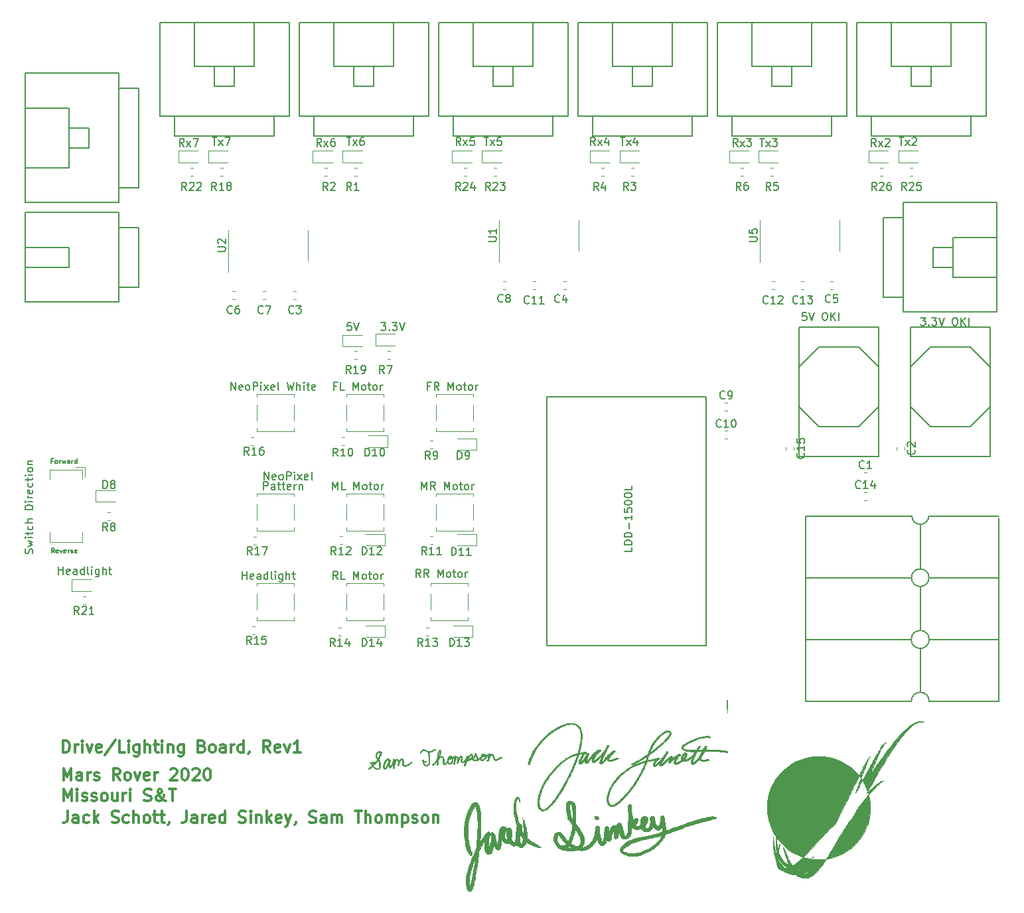
<source format=gbr>
G04 #@! TF.GenerationSoftware,KiCad,Pcbnew,(5.1.4)-1*
G04 #@! TF.CreationDate,2019-12-20T22:19:25-06:00*
G04 #@! TF.ProjectId,DriveBoard2020,44726976-6542-46f6-9172-64323032302e,rev?*
G04 #@! TF.SameCoordinates,Original*
G04 #@! TF.FileFunction,Legend,Top*
G04 #@! TF.FilePolarity,Positive*
%FSLAX46Y46*%
G04 Gerber Fmt 4.6, Leading zero omitted, Abs format (unit mm)*
G04 Created by KiCad (PCBNEW (5.1.4)-1) date 2019-12-20 22:19:25*
%MOMM*%
%LPD*%
G04 APERTURE LIST*
%ADD10C,0.152400*%
%ADD11C,0.127000*%
%ADD12C,0.300000*%
%ADD13C,0.010000*%
%ADD14C,0.120000*%
%ADD15C,0.150000*%
G04 APERTURE END LIST*
D10*
X141732000Y-188419619D02*
X141732000Y-187403619D01*
X142312571Y-188419619D01*
X142312571Y-187403619D01*
X143183428Y-188371238D02*
X143086666Y-188419619D01*
X142893142Y-188419619D01*
X142796380Y-188371238D01*
X142748000Y-188274476D01*
X142748000Y-187887428D01*
X142796380Y-187790666D01*
X142893142Y-187742285D01*
X143086666Y-187742285D01*
X143183428Y-187790666D01*
X143231809Y-187887428D01*
X143231809Y-187984190D01*
X142748000Y-188080952D01*
X143812380Y-188419619D02*
X143715619Y-188371238D01*
X143667238Y-188322857D01*
X143618857Y-188226095D01*
X143618857Y-187935809D01*
X143667238Y-187839047D01*
X143715619Y-187790666D01*
X143812380Y-187742285D01*
X143957523Y-187742285D01*
X144054285Y-187790666D01*
X144102666Y-187839047D01*
X144151047Y-187935809D01*
X144151047Y-188226095D01*
X144102666Y-188322857D01*
X144054285Y-188371238D01*
X143957523Y-188419619D01*
X143812380Y-188419619D01*
X144586476Y-188419619D02*
X144586476Y-187403619D01*
X144973523Y-187403619D01*
X145070285Y-187452000D01*
X145118666Y-187500380D01*
X145167047Y-187597142D01*
X145167047Y-187742285D01*
X145118666Y-187839047D01*
X145070285Y-187887428D01*
X144973523Y-187935809D01*
X144586476Y-187935809D01*
X145602476Y-188419619D02*
X145602476Y-187742285D01*
X145602476Y-187403619D02*
X145554095Y-187452000D01*
X145602476Y-187500380D01*
X145650857Y-187452000D01*
X145602476Y-187403619D01*
X145602476Y-187500380D01*
X145989523Y-188419619D02*
X146521714Y-187742285D01*
X145989523Y-187742285D02*
X146521714Y-188419619D01*
X147295809Y-188371238D02*
X147199047Y-188419619D01*
X147005523Y-188419619D01*
X146908761Y-188371238D01*
X146860380Y-188274476D01*
X146860380Y-187887428D01*
X146908761Y-187790666D01*
X147005523Y-187742285D01*
X147199047Y-187742285D01*
X147295809Y-187790666D01*
X147344190Y-187887428D01*
X147344190Y-187984190D01*
X146860380Y-188080952D01*
X147924761Y-188419619D02*
X147828000Y-188371238D01*
X147779619Y-188274476D01*
X147779619Y-187403619D01*
D11*
X114942257Y-197760771D02*
X114739057Y-197470485D01*
X114593914Y-197760771D02*
X114593914Y-197151171D01*
X114826142Y-197151171D01*
X114884200Y-197180200D01*
X114913228Y-197209228D01*
X114942257Y-197267285D01*
X114942257Y-197354371D01*
X114913228Y-197412428D01*
X114884200Y-197441457D01*
X114826142Y-197470485D01*
X114593914Y-197470485D01*
X115435742Y-197731742D02*
X115377685Y-197760771D01*
X115261571Y-197760771D01*
X115203514Y-197731742D01*
X115174485Y-197673685D01*
X115174485Y-197441457D01*
X115203514Y-197383400D01*
X115261571Y-197354371D01*
X115377685Y-197354371D01*
X115435742Y-197383400D01*
X115464771Y-197441457D01*
X115464771Y-197499514D01*
X115174485Y-197557571D01*
X115667971Y-197354371D02*
X115813114Y-197760771D01*
X115958257Y-197354371D01*
X116422714Y-197731742D02*
X116364657Y-197760771D01*
X116248542Y-197760771D01*
X116190485Y-197731742D01*
X116161457Y-197673685D01*
X116161457Y-197441457D01*
X116190485Y-197383400D01*
X116248542Y-197354371D01*
X116364657Y-197354371D01*
X116422714Y-197383400D01*
X116451742Y-197441457D01*
X116451742Y-197499514D01*
X116161457Y-197557571D01*
X116713000Y-197760771D02*
X116713000Y-197354371D01*
X116713000Y-197470485D02*
X116742028Y-197412428D01*
X116771057Y-197383400D01*
X116829114Y-197354371D01*
X116887171Y-197354371D01*
X117061342Y-197731742D02*
X117119400Y-197760771D01*
X117235514Y-197760771D01*
X117293571Y-197731742D01*
X117322600Y-197673685D01*
X117322600Y-197644657D01*
X117293571Y-197586600D01*
X117235514Y-197557571D01*
X117148428Y-197557571D01*
X117090371Y-197528542D01*
X117061342Y-197470485D01*
X117061342Y-197441457D01*
X117090371Y-197383400D01*
X117148428Y-197354371D01*
X117235514Y-197354371D01*
X117293571Y-197383400D01*
X117816085Y-197731742D02*
X117758028Y-197760771D01*
X117641914Y-197760771D01*
X117583857Y-197731742D01*
X117554828Y-197673685D01*
X117554828Y-197441457D01*
X117583857Y-197383400D01*
X117641914Y-197354371D01*
X117758028Y-197354371D01*
X117816085Y-197383400D01*
X117845114Y-197441457D01*
X117845114Y-197499514D01*
X117554828Y-197557571D01*
X114768085Y-186011457D02*
X114564885Y-186011457D01*
X114564885Y-186330771D02*
X114564885Y-185721171D01*
X114855171Y-185721171D01*
X115174485Y-186330771D02*
X115116428Y-186301742D01*
X115087400Y-186272714D01*
X115058371Y-186214657D01*
X115058371Y-186040485D01*
X115087400Y-185982428D01*
X115116428Y-185953400D01*
X115174485Y-185924371D01*
X115261571Y-185924371D01*
X115319628Y-185953400D01*
X115348657Y-185982428D01*
X115377685Y-186040485D01*
X115377685Y-186214657D01*
X115348657Y-186272714D01*
X115319628Y-186301742D01*
X115261571Y-186330771D01*
X115174485Y-186330771D01*
X115638942Y-186330771D02*
X115638942Y-185924371D01*
X115638942Y-186040485D02*
X115667971Y-185982428D01*
X115697000Y-185953400D01*
X115755057Y-185924371D01*
X115813114Y-185924371D01*
X115958257Y-185924371D02*
X116074371Y-186330771D01*
X116190485Y-186040485D01*
X116306600Y-186330771D01*
X116422714Y-185924371D01*
X116916200Y-186330771D02*
X116916200Y-186011457D01*
X116887171Y-185953400D01*
X116829114Y-185924371D01*
X116713000Y-185924371D01*
X116654942Y-185953400D01*
X116916200Y-186301742D02*
X116858142Y-186330771D01*
X116713000Y-186330771D01*
X116654942Y-186301742D01*
X116625914Y-186243685D01*
X116625914Y-186185628D01*
X116654942Y-186127571D01*
X116713000Y-186098542D01*
X116858142Y-186098542D01*
X116916200Y-186069514D01*
X117206485Y-186330771D02*
X117206485Y-185924371D01*
X117206485Y-186040485D02*
X117235514Y-185982428D01*
X117264542Y-185953400D01*
X117322600Y-185924371D01*
X117380657Y-185924371D01*
X117845114Y-186330771D02*
X117845114Y-185721171D01*
X117845114Y-186301742D02*
X117787057Y-186330771D01*
X117670942Y-186330771D01*
X117612885Y-186301742D01*
X117583857Y-186272714D01*
X117554828Y-186214657D01*
X117554828Y-186040485D01*
X117583857Y-185982428D01*
X117612885Y-185953400D01*
X117670942Y-185924371D01*
X117787057Y-185924371D01*
X117845114Y-185953400D01*
D12*
X116652428Y-230699571D02*
X116652428Y-231771000D01*
X116581000Y-231985285D01*
X116438142Y-232128142D01*
X116223857Y-232199571D01*
X116081000Y-232199571D01*
X118009571Y-232199571D02*
X118009571Y-231413857D01*
X117938142Y-231271000D01*
X117795285Y-231199571D01*
X117509571Y-231199571D01*
X117366714Y-231271000D01*
X118009571Y-232128142D02*
X117866714Y-232199571D01*
X117509571Y-232199571D01*
X117366714Y-232128142D01*
X117295285Y-231985285D01*
X117295285Y-231842428D01*
X117366714Y-231699571D01*
X117509571Y-231628142D01*
X117866714Y-231628142D01*
X118009571Y-231556714D01*
X119366714Y-232128142D02*
X119223857Y-232199571D01*
X118938142Y-232199571D01*
X118795285Y-232128142D01*
X118723857Y-232056714D01*
X118652428Y-231913857D01*
X118652428Y-231485285D01*
X118723857Y-231342428D01*
X118795285Y-231271000D01*
X118938142Y-231199571D01*
X119223857Y-231199571D01*
X119366714Y-231271000D01*
X120009571Y-232199571D02*
X120009571Y-230699571D01*
X120152428Y-231628142D02*
X120581000Y-232199571D01*
X120581000Y-231199571D02*
X120009571Y-231771000D01*
X122295285Y-232128142D02*
X122509571Y-232199571D01*
X122866714Y-232199571D01*
X123009571Y-232128142D01*
X123081000Y-232056714D01*
X123152428Y-231913857D01*
X123152428Y-231771000D01*
X123081000Y-231628142D01*
X123009571Y-231556714D01*
X122866714Y-231485285D01*
X122581000Y-231413857D01*
X122438142Y-231342428D01*
X122366714Y-231271000D01*
X122295285Y-231128142D01*
X122295285Y-230985285D01*
X122366714Y-230842428D01*
X122438142Y-230771000D01*
X122581000Y-230699571D01*
X122938142Y-230699571D01*
X123152428Y-230771000D01*
X124438142Y-232128142D02*
X124295285Y-232199571D01*
X124009571Y-232199571D01*
X123866714Y-232128142D01*
X123795285Y-232056714D01*
X123723857Y-231913857D01*
X123723857Y-231485285D01*
X123795285Y-231342428D01*
X123866714Y-231271000D01*
X124009571Y-231199571D01*
X124295285Y-231199571D01*
X124438142Y-231271000D01*
X125081000Y-232199571D02*
X125081000Y-230699571D01*
X125723857Y-232199571D02*
X125723857Y-231413857D01*
X125652428Y-231271000D01*
X125509571Y-231199571D01*
X125295285Y-231199571D01*
X125152428Y-231271000D01*
X125081000Y-231342428D01*
X126652428Y-232199571D02*
X126509571Y-232128142D01*
X126438142Y-232056714D01*
X126366714Y-231913857D01*
X126366714Y-231485285D01*
X126438142Y-231342428D01*
X126509571Y-231271000D01*
X126652428Y-231199571D01*
X126866714Y-231199571D01*
X127009571Y-231271000D01*
X127081000Y-231342428D01*
X127152428Y-231485285D01*
X127152428Y-231913857D01*
X127081000Y-232056714D01*
X127009571Y-232128142D01*
X126866714Y-232199571D01*
X126652428Y-232199571D01*
X127581000Y-231199571D02*
X128152428Y-231199571D01*
X127795285Y-230699571D02*
X127795285Y-231985285D01*
X127866714Y-232128142D01*
X128009571Y-232199571D01*
X128152428Y-232199571D01*
X128438142Y-231199571D02*
X129009571Y-231199571D01*
X128652428Y-230699571D02*
X128652428Y-231985285D01*
X128723857Y-232128142D01*
X128866714Y-232199571D01*
X129009571Y-232199571D01*
X129581000Y-232128142D02*
X129581000Y-232199571D01*
X129509571Y-232342428D01*
X129438142Y-232413857D01*
X131795285Y-230699571D02*
X131795285Y-231771000D01*
X131723857Y-231985285D01*
X131581000Y-232128142D01*
X131366714Y-232199571D01*
X131223857Y-232199571D01*
X133152428Y-232199571D02*
X133152428Y-231413857D01*
X133081000Y-231271000D01*
X132938142Y-231199571D01*
X132652428Y-231199571D01*
X132509571Y-231271000D01*
X133152428Y-232128142D02*
X133009571Y-232199571D01*
X132652428Y-232199571D01*
X132509571Y-232128142D01*
X132438142Y-231985285D01*
X132438142Y-231842428D01*
X132509571Y-231699571D01*
X132652428Y-231628142D01*
X133009571Y-231628142D01*
X133152428Y-231556714D01*
X133866714Y-232199571D02*
X133866714Y-231199571D01*
X133866714Y-231485285D02*
X133938142Y-231342428D01*
X134009571Y-231271000D01*
X134152428Y-231199571D01*
X134295285Y-231199571D01*
X135366714Y-232128142D02*
X135223857Y-232199571D01*
X134938142Y-232199571D01*
X134795285Y-232128142D01*
X134723857Y-231985285D01*
X134723857Y-231413857D01*
X134795285Y-231271000D01*
X134938142Y-231199571D01*
X135223857Y-231199571D01*
X135366714Y-231271000D01*
X135438142Y-231413857D01*
X135438142Y-231556714D01*
X134723857Y-231699571D01*
X136723857Y-232199571D02*
X136723857Y-230699571D01*
X136723857Y-232128142D02*
X136581000Y-232199571D01*
X136295285Y-232199571D01*
X136152428Y-232128142D01*
X136081000Y-232056714D01*
X136009571Y-231913857D01*
X136009571Y-231485285D01*
X136081000Y-231342428D01*
X136152428Y-231271000D01*
X136295285Y-231199571D01*
X136581000Y-231199571D01*
X136723857Y-231271000D01*
X138509571Y-232128142D02*
X138723857Y-232199571D01*
X139081000Y-232199571D01*
X139223857Y-232128142D01*
X139295285Y-232056714D01*
X139366714Y-231913857D01*
X139366714Y-231771000D01*
X139295285Y-231628142D01*
X139223857Y-231556714D01*
X139081000Y-231485285D01*
X138795285Y-231413857D01*
X138652428Y-231342428D01*
X138581000Y-231271000D01*
X138509571Y-231128142D01*
X138509571Y-230985285D01*
X138581000Y-230842428D01*
X138652428Y-230771000D01*
X138795285Y-230699571D01*
X139152428Y-230699571D01*
X139366714Y-230771000D01*
X140009571Y-232199571D02*
X140009571Y-231199571D01*
X140009571Y-230699571D02*
X139938142Y-230771000D01*
X140009571Y-230842428D01*
X140081000Y-230771000D01*
X140009571Y-230699571D01*
X140009571Y-230842428D01*
X140723857Y-231199571D02*
X140723857Y-232199571D01*
X140723857Y-231342428D02*
X140795285Y-231271000D01*
X140938142Y-231199571D01*
X141152428Y-231199571D01*
X141295285Y-231271000D01*
X141366714Y-231413857D01*
X141366714Y-232199571D01*
X142081000Y-232199571D02*
X142081000Y-230699571D01*
X142223857Y-231628142D02*
X142652428Y-232199571D01*
X142652428Y-231199571D02*
X142081000Y-231771000D01*
X143866714Y-232128142D02*
X143723857Y-232199571D01*
X143438142Y-232199571D01*
X143295285Y-232128142D01*
X143223857Y-231985285D01*
X143223857Y-231413857D01*
X143295285Y-231271000D01*
X143438142Y-231199571D01*
X143723857Y-231199571D01*
X143866714Y-231271000D01*
X143938142Y-231413857D01*
X143938142Y-231556714D01*
X143223857Y-231699571D01*
X144438142Y-231199571D02*
X144795285Y-232199571D01*
X145152428Y-231199571D02*
X144795285Y-232199571D01*
X144652428Y-232556714D01*
X144581000Y-232628142D01*
X144438142Y-232699571D01*
X145795285Y-232128142D02*
X145795285Y-232199571D01*
X145723857Y-232342428D01*
X145652428Y-232413857D01*
X147509571Y-232128142D02*
X147723857Y-232199571D01*
X148081000Y-232199571D01*
X148223857Y-232128142D01*
X148295285Y-232056714D01*
X148366714Y-231913857D01*
X148366714Y-231771000D01*
X148295285Y-231628142D01*
X148223857Y-231556714D01*
X148081000Y-231485285D01*
X147795285Y-231413857D01*
X147652428Y-231342428D01*
X147581000Y-231271000D01*
X147509571Y-231128142D01*
X147509571Y-230985285D01*
X147581000Y-230842428D01*
X147652428Y-230771000D01*
X147795285Y-230699571D01*
X148152428Y-230699571D01*
X148366714Y-230771000D01*
X149652428Y-232199571D02*
X149652428Y-231413857D01*
X149581000Y-231271000D01*
X149438142Y-231199571D01*
X149152428Y-231199571D01*
X149009571Y-231271000D01*
X149652428Y-232128142D02*
X149509571Y-232199571D01*
X149152428Y-232199571D01*
X149009571Y-232128142D01*
X148938142Y-231985285D01*
X148938142Y-231842428D01*
X149009571Y-231699571D01*
X149152428Y-231628142D01*
X149509571Y-231628142D01*
X149652428Y-231556714D01*
X150366714Y-232199571D02*
X150366714Y-231199571D01*
X150366714Y-231342428D02*
X150438142Y-231271000D01*
X150581000Y-231199571D01*
X150795285Y-231199571D01*
X150938142Y-231271000D01*
X151009571Y-231413857D01*
X151009571Y-232199571D01*
X151009571Y-231413857D02*
X151081000Y-231271000D01*
X151223857Y-231199571D01*
X151438142Y-231199571D01*
X151581000Y-231271000D01*
X151652428Y-231413857D01*
X151652428Y-232199571D01*
X153295285Y-230699571D02*
X154152428Y-230699571D01*
X153723857Y-232199571D02*
X153723857Y-230699571D01*
X154652428Y-232199571D02*
X154652428Y-230699571D01*
X155295285Y-232199571D02*
X155295285Y-231413857D01*
X155223857Y-231271000D01*
X155081000Y-231199571D01*
X154866714Y-231199571D01*
X154723857Y-231271000D01*
X154652428Y-231342428D01*
X156223857Y-232199571D02*
X156081000Y-232128142D01*
X156009571Y-232056714D01*
X155938142Y-231913857D01*
X155938142Y-231485285D01*
X156009571Y-231342428D01*
X156081000Y-231271000D01*
X156223857Y-231199571D01*
X156438142Y-231199571D01*
X156581000Y-231271000D01*
X156652428Y-231342428D01*
X156723857Y-231485285D01*
X156723857Y-231913857D01*
X156652428Y-232056714D01*
X156581000Y-232128142D01*
X156438142Y-232199571D01*
X156223857Y-232199571D01*
X157366714Y-232199571D02*
X157366714Y-231199571D01*
X157366714Y-231342428D02*
X157438142Y-231271000D01*
X157581000Y-231199571D01*
X157795285Y-231199571D01*
X157938142Y-231271000D01*
X158009571Y-231413857D01*
X158009571Y-232199571D01*
X158009571Y-231413857D02*
X158081000Y-231271000D01*
X158223857Y-231199571D01*
X158438142Y-231199571D01*
X158581000Y-231271000D01*
X158652428Y-231413857D01*
X158652428Y-232199571D01*
X159366714Y-231199571D02*
X159366714Y-232699571D01*
X159366714Y-231271000D02*
X159509571Y-231199571D01*
X159795285Y-231199571D01*
X159938142Y-231271000D01*
X160009571Y-231342428D01*
X160081000Y-231485285D01*
X160081000Y-231913857D01*
X160009571Y-232056714D01*
X159938142Y-232128142D01*
X159795285Y-232199571D01*
X159509571Y-232199571D01*
X159366714Y-232128142D01*
X160652428Y-232128142D02*
X160795285Y-232199571D01*
X161081000Y-232199571D01*
X161223857Y-232128142D01*
X161295285Y-231985285D01*
X161295285Y-231913857D01*
X161223857Y-231771000D01*
X161081000Y-231699571D01*
X160866714Y-231699571D01*
X160723857Y-231628142D01*
X160652428Y-231485285D01*
X160652428Y-231413857D01*
X160723857Y-231271000D01*
X160866714Y-231199571D01*
X161081000Y-231199571D01*
X161223857Y-231271000D01*
X162152428Y-232199571D02*
X162009571Y-232128142D01*
X161938142Y-232056714D01*
X161866714Y-231913857D01*
X161866714Y-231485285D01*
X161938142Y-231342428D01*
X162009571Y-231271000D01*
X162152428Y-231199571D01*
X162366714Y-231199571D01*
X162509571Y-231271000D01*
X162581000Y-231342428D01*
X162652428Y-231485285D01*
X162652428Y-231913857D01*
X162581000Y-232056714D01*
X162509571Y-232128142D01*
X162366714Y-232199571D01*
X162152428Y-232199571D01*
X163295285Y-231199571D02*
X163295285Y-232199571D01*
X163295285Y-231342428D02*
X163366714Y-231271000D01*
X163509571Y-231199571D01*
X163723857Y-231199571D01*
X163866714Y-231271000D01*
X163938142Y-231413857D01*
X163938142Y-232199571D01*
X116154285Y-229405571D02*
X116154285Y-227905571D01*
X116654285Y-228977000D01*
X117154285Y-227905571D01*
X117154285Y-229405571D01*
X117868571Y-229405571D02*
X117868571Y-228405571D01*
X117868571Y-227905571D02*
X117797142Y-227977000D01*
X117868571Y-228048428D01*
X117940000Y-227977000D01*
X117868571Y-227905571D01*
X117868571Y-228048428D01*
X118511428Y-229334142D02*
X118654285Y-229405571D01*
X118940000Y-229405571D01*
X119082857Y-229334142D01*
X119154285Y-229191285D01*
X119154285Y-229119857D01*
X119082857Y-228977000D01*
X118940000Y-228905571D01*
X118725714Y-228905571D01*
X118582857Y-228834142D01*
X118511428Y-228691285D01*
X118511428Y-228619857D01*
X118582857Y-228477000D01*
X118725714Y-228405571D01*
X118940000Y-228405571D01*
X119082857Y-228477000D01*
X119725714Y-229334142D02*
X119868571Y-229405571D01*
X120154285Y-229405571D01*
X120297142Y-229334142D01*
X120368571Y-229191285D01*
X120368571Y-229119857D01*
X120297142Y-228977000D01*
X120154285Y-228905571D01*
X119940000Y-228905571D01*
X119797142Y-228834142D01*
X119725714Y-228691285D01*
X119725714Y-228619857D01*
X119797142Y-228477000D01*
X119940000Y-228405571D01*
X120154285Y-228405571D01*
X120297142Y-228477000D01*
X121225714Y-229405571D02*
X121082857Y-229334142D01*
X121011428Y-229262714D01*
X120940000Y-229119857D01*
X120940000Y-228691285D01*
X121011428Y-228548428D01*
X121082857Y-228477000D01*
X121225714Y-228405571D01*
X121440000Y-228405571D01*
X121582857Y-228477000D01*
X121654285Y-228548428D01*
X121725714Y-228691285D01*
X121725714Y-229119857D01*
X121654285Y-229262714D01*
X121582857Y-229334142D01*
X121440000Y-229405571D01*
X121225714Y-229405571D01*
X123011428Y-228405571D02*
X123011428Y-229405571D01*
X122368571Y-228405571D02*
X122368571Y-229191285D01*
X122440000Y-229334142D01*
X122582857Y-229405571D01*
X122797142Y-229405571D01*
X122940000Y-229334142D01*
X123011428Y-229262714D01*
X123725714Y-229405571D02*
X123725714Y-228405571D01*
X123725714Y-228691285D02*
X123797142Y-228548428D01*
X123868571Y-228477000D01*
X124011428Y-228405571D01*
X124154285Y-228405571D01*
X124654285Y-229405571D02*
X124654285Y-228405571D01*
X124654285Y-227905571D02*
X124582857Y-227977000D01*
X124654285Y-228048428D01*
X124725714Y-227977000D01*
X124654285Y-227905571D01*
X124654285Y-228048428D01*
X126440000Y-229334142D02*
X126654285Y-229405571D01*
X127011428Y-229405571D01*
X127154285Y-229334142D01*
X127225714Y-229262714D01*
X127297142Y-229119857D01*
X127297142Y-228977000D01*
X127225714Y-228834142D01*
X127154285Y-228762714D01*
X127011428Y-228691285D01*
X126725714Y-228619857D01*
X126582857Y-228548428D01*
X126511428Y-228477000D01*
X126440000Y-228334142D01*
X126440000Y-228191285D01*
X126511428Y-228048428D01*
X126582857Y-227977000D01*
X126725714Y-227905571D01*
X127082857Y-227905571D01*
X127297142Y-227977000D01*
X129154285Y-229405571D02*
X129082857Y-229405571D01*
X128940000Y-229334142D01*
X128725714Y-229119857D01*
X128368571Y-228691285D01*
X128225714Y-228477000D01*
X128154285Y-228262714D01*
X128154285Y-228119857D01*
X128225714Y-227977000D01*
X128368571Y-227905571D01*
X128440000Y-227905571D01*
X128582857Y-227977000D01*
X128654285Y-228119857D01*
X128654285Y-228191285D01*
X128582857Y-228334142D01*
X128511428Y-228405571D01*
X128082857Y-228691285D01*
X128011428Y-228762714D01*
X127940000Y-228905571D01*
X127940000Y-229119857D01*
X128011428Y-229262714D01*
X128082857Y-229334142D01*
X128225714Y-229405571D01*
X128440000Y-229405571D01*
X128582857Y-229334142D01*
X128654285Y-229262714D01*
X128868571Y-228977000D01*
X128940000Y-228762714D01*
X128940000Y-228619857D01*
X129582857Y-227905571D02*
X130440000Y-227905571D01*
X130011428Y-229405571D02*
X130011428Y-227905571D01*
X116118857Y-226738571D02*
X116118857Y-225238571D01*
X116618857Y-226310000D01*
X117118857Y-225238571D01*
X117118857Y-226738571D01*
X118476000Y-226738571D02*
X118476000Y-225952857D01*
X118404571Y-225810000D01*
X118261714Y-225738571D01*
X117976000Y-225738571D01*
X117833142Y-225810000D01*
X118476000Y-226667142D02*
X118333142Y-226738571D01*
X117976000Y-226738571D01*
X117833142Y-226667142D01*
X117761714Y-226524285D01*
X117761714Y-226381428D01*
X117833142Y-226238571D01*
X117976000Y-226167142D01*
X118333142Y-226167142D01*
X118476000Y-226095714D01*
X119190285Y-226738571D02*
X119190285Y-225738571D01*
X119190285Y-226024285D02*
X119261714Y-225881428D01*
X119333142Y-225810000D01*
X119476000Y-225738571D01*
X119618857Y-225738571D01*
X120047428Y-226667142D02*
X120190285Y-226738571D01*
X120476000Y-226738571D01*
X120618857Y-226667142D01*
X120690285Y-226524285D01*
X120690285Y-226452857D01*
X120618857Y-226310000D01*
X120476000Y-226238571D01*
X120261714Y-226238571D01*
X120118857Y-226167142D01*
X120047428Y-226024285D01*
X120047428Y-225952857D01*
X120118857Y-225810000D01*
X120261714Y-225738571D01*
X120476000Y-225738571D01*
X120618857Y-225810000D01*
X123333142Y-226738571D02*
X122833142Y-226024285D01*
X122476000Y-226738571D02*
X122476000Y-225238571D01*
X123047428Y-225238571D01*
X123190285Y-225310000D01*
X123261714Y-225381428D01*
X123333142Y-225524285D01*
X123333142Y-225738571D01*
X123261714Y-225881428D01*
X123190285Y-225952857D01*
X123047428Y-226024285D01*
X122476000Y-226024285D01*
X124190285Y-226738571D02*
X124047428Y-226667142D01*
X123976000Y-226595714D01*
X123904571Y-226452857D01*
X123904571Y-226024285D01*
X123976000Y-225881428D01*
X124047428Y-225810000D01*
X124190285Y-225738571D01*
X124404571Y-225738571D01*
X124547428Y-225810000D01*
X124618857Y-225881428D01*
X124690285Y-226024285D01*
X124690285Y-226452857D01*
X124618857Y-226595714D01*
X124547428Y-226667142D01*
X124404571Y-226738571D01*
X124190285Y-226738571D01*
X125190285Y-225738571D02*
X125547428Y-226738571D01*
X125904571Y-225738571D01*
X127047428Y-226667142D02*
X126904571Y-226738571D01*
X126618857Y-226738571D01*
X126476000Y-226667142D01*
X126404571Y-226524285D01*
X126404571Y-225952857D01*
X126476000Y-225810000D01*
X126618857Y-225738571D01*
X126904571Y-225738571D01*
X127047428Y-225810000D01*
X127118857Y-225952857D01*
X127118857Y-226095714D01*
X126404571Y-226238571D01*
X127761714Y-226738571D02*
X127761714Y-225738571D01*
X127761714Y-226024285D02*
X127833142Y-225881428D01*
X127904571Y-225810000D01*
X128047428Y-225738571D01*
X128190285Y-225738571D01*
X129761714Y-225381428D02*
X129833142Y-225310000D01*
X129976000Y-225238571D01*
X130333142Y-225238571D01*
X130476000Y-225310000D01*
X130547428Y-225381428D01*
X130618857Y-225524285D01*
X130618857Y-225667142D01*
X130547428Y-225881428D01*
X129690285Y-226738571D01*
X130618857Y-226738571D01*
X131547428Y-225238571D02*
X131690285Y-225238571D01*
X131833142Y-225310000D01*
X131904571Y-225381428D01*
X131976000Y-225524285D01*
X132047428Y-225810000D01*
X132047428Y-226167142D01*
X131976000Y-226452857D01*
X131904571Y-226595714D01*
X131833142Y-226667142D01*
X131690285Y-226738571D01*
X131547428Y-226738571D01*
X131404571Y-226667142D01*
X131333142Y-226595714D01*
X131261714Y-226452857D01*
X131190285Y-226167142D01*
X131190285Y-225810000D01*
X131261714Y-225524285D01*
X131333142Y-225381428D01*
X131404571Y-225310000D01*
X131547428Y-225238571D01*
X132618857Y-225381428D02*
X132690285Y-225310000D01*
X132833142Y-225238571D01*
X133190285Y-225238571D01*
X133333142Y-225310000D01*
X133404571Y-225381428D01*
X133476000Y-225524285D01*
X133476000Y-225667142D01*
X133404571Y-225881428D01*
X132547428Y-226738571D01*
X133476000Y-226738571D01*
X134404571Y-225238571D02*
X134547428Y-225238571D01*
X134690285Y-225310000D01*
X134761714Y-225381428D01*
X134833142Y-225524285D01*
X134904571Y-225810000D01*
X134904571Y-226167142D01*
X134833142Y-226452857D01*
X134761714Y-226595714D01*
X134690285Y-226667142D01*
X134547428Y-226738571D01*
X134404571Y-226738571D01*
X134261714Y-226667142D01*
X134190285Y-226595714D01*
X134118857Y-226452857D01*
X134047428Y-226167142D01*
X134047428Y-225810000D01*
X134118857Y-225524285D01*
X134190285Y-225381428D01*
X134261714Y-225310000D01*
X134404571Y-225238571D01*
X116083857Y-223182571D02*
X116083857Y-221682571D01*
X116441000Y-221682571D01*
X116655285Y-221754000D01*
X116798142Y-221896857D01*
X116869571Y-222039714D01*
X116941000Y-222325428D01*
X116941000Y-222539714D01*
X116869571Y-222825428D01*
X116798142Y-222968285D01*
X116655285Y-223111142D01*
X116441000Y-223182571D01*
X116083857Y-223182571D01*
X117583857Y-223182571D02*
X117583857Y-222182571D01*
X117583857Y-222468285D02*
X117655285Y-222325428D01*
X117726714Y-222254000D01*
X117869571Y-222182571D01*
X118012428Y-222182571D01*
X118512428Y-223182571D02*
X118512428Y-222182571D01*
X118512428Y-221682571D02*
X118441000Y-221754000D01*
X118512428Y-221825428D01*
X118583857Y-221754000D01*
X118512428Y-221682571D01*
X118512428Y-221825428D01*
X119083857Y-222182571D02*
X119441000Y-223182571D01*
X119798142Y-222182571D01*
X120941000Y-223111142D02*
X120798142Y-223182571D01*
X120512428Y-223182571D01*
X120369571Y-223111142D01*
X120298142Y-222968285D01*
X120298142Y-222396857D01*
X120369571Y-222254000D01*
X120512428Y-222182571D01*
X120798142Y-222182571D01*
X120941000Y-222254000D01*
X121012428Y-222396857D01*
X121012428Y-222539714D01*
X120298142Y-222682571D01*
X122726714Y-221611142D02*
X121441000Y-223539714D01*
X123941000Y-223182571D02*
X123226714Y-223182571D01*
X123226714Y-221682571D01*
X124441000Y-223182571D02*
X124441000Y-222182571D01*
X124441000Y-221682571D02*
X124369571Y-221754000D01*
X124441000Y-221825428D01*
X124512428Y-221754000D01*
X124441000Y-221682571D01*
X124441000Y-221825428D01*
X125798142Y-222182571D02*
X125798142Y-223396857D01*
X125726714Y-223539714D01*
X125655285Y-223611142D01*
X125512428Y-223682571D01*
X125298142Y-223682571D01*
X125155285Y-223611142D01*
X125798142Y-223111142D02*
X125655285Y-223182571D01*
X125369571Y-223182571D01*
X125226714Y-223111142D01*
X125155285Y-223039714D01*
X125083857Y-222896857D01*
X125083857Y-222468285D01*
X125155285Y-222325428D01*
X125226714Y-222254000D01*
X125369571Y-222182571D01*
X125655285Y-222182571D01*
X125798142Y-222254000D01*
X126512428Y-223182571D02*
X126512428Y-221682571D01*
X127155285Y-223182571D02*
X127155285Y-222396857D01*
X127083857Y-222254000D01*
X126941000Y-222182571D01*
X126726714Y-222182571D01*
X126583857Y-222254000D01*
X126512428Y-222325428D01*
X127655285Y-222182571D02*
X128226714Y-222182571D01*
X127869571Y-221682571D02*
X127869571Y-222968285D01*
X127941000Y-223111142D01*
X128083857Y-223182571D01*
X128226714Y-223182571D01*
X128726714Y-223182571D02*
X128726714Y-222182571D01*
X128726714Y-221682571D02*
X128655285Y-221754000D01*
X128726714Y-221825428D01*
X128798142Y-221754000D01*
X128726714Y-221682571D01*
X128726714Y-221825428D01*
X129441000Y-222182571D02*
X129441000Y-223182571D01*
X129441000Y-222325428D02*
X129512428Y-222254000D01*
X129655285Y-222182571D01*
X129869571Y-222182571D01*
X130012428Y-222254000D01*
X130083857Y-222396857D01*
X130083857Y-223182571D01*
X131441000Y-222182571D02*
X131441000Y-223396857D01*
X131369571Y-223539714D01*
X131298142Y-223611142D01*
X131155285Y-223682571D01*
X130941000Y-223682571D01*
X130798142Y-223611142D01*
X131441000Y-223111142D02*
X131298142Y-223182571D01*
X131012428Y-223182571D01*
X130869571Y-223111142D01*
X130798142Y-223039714D01*
X130726714Y-222896857D01*
X130726714Y-222468285D01*
X130798142Y-222325428D01*
X130869571Y-222254000D01*
X131012428Y-222182571D01*
X131298142Y-222182571D01*
X131441000Y-222254000D01*
X133798142Y-222396857D02*
X134012428Y-222468285D01*
X134083857Y-222539714D01*
X134155285Y-222682571D01*
X134155285Y-222896857D01*
X134083857Y-223039714D01*
X134012428Y-223111142D01*
X133869571Y-223182571D01*
X133298142Y-223182571D01*
X133298142Y-221682571D01*
X133798142Y-221682571D01*
X133941000Y-221754000D01*
X134012428Y-221825428D01*
X134083857Y-221968285D01*
X134083857Y-222111142D01*
X134012428Y-222254000D01*
X133941000Y-222325428D01*
X133798142Y-222396857D01*
X133298142Y-222396857D01*
X135012428Y-223182571D02*
X134869571Y-223111142D01*
X134798142Y-223039714D01*
X134726714Y-222896857D01*
X134726714Y-222468285D01*
X134798142Y-222325428D01*
X134869571Y-222254000D01*
X135012428Y-222182571D01*
X135226714Y-222182571D01*
X135369571Y-222254000D01*
X135441000Y-222325428D01*
X135512428Y-222468285D01*
X135512428Y-222896857D01*
X135441000Y-223039714D01*
X135369571Y-223111142D01*
X135226714Y-223182571D01*
X135012428Y-223182571D01*
X136798142Y-223182571D02*
X136798142Y-222396857D01*
X136726714Y-222254000D01*
X136583857Y-222182571D01*
X136298142Y-222182571D01*
X136155285Y-222254000D01*
X136798142Y-223111142D02*
X136655285Y-223182571D01*
X136298142Y-223182571D01*
X136155285Y-223111142D01*
X136083857Y-222968285D01*
X136083857Y-222825428D01*
X136155285Y-222682571D01*
X136298142Y-222611142D01*
X136655285Y-222611142D01*
X136798142Y-222539714D01*
X137512428Y-223182571D02*
X137512428Y-222182571D01*
X137512428Y-222468285D02*
X137583857Y-222325428D01*
X137655285Y-222254000D01*
X137798142Y-222182571D01*
X137941000Y-222182571D01*
X139083857Y-223182571D02*
X139083857Y-221682571D01*
X139083857Y-223111142D02*
X138941000Y-223182571D01*
X138655285Y-223182571D01*
X138512428Y-223111142D01*
X138441000Y-223039714D01*
X138369571Y-222896857D01*
X138369571Y-222468285D01*
X138441000Y-222325428D01*
X138512428Y-222254000D01*
X138655285Y-222182571D01*
X138941000Y-222182571D01*
X139083857Y-222254000D01*
X139869571Y-223111142D02*
X139869571Y-223182571D01*
X139798142Y-223325428D01*
X139726714Y-223396857D01*
X142512428Y-223182571D02*
X142012428Y-222468285D01*
X141655285Y-223182571D02*
X141655285Y-221682571D01*
X142226714Y-221682571D01*
X142369571Y-221754000D01*
X142441000Y-221825428D01*
X142512428Y-221968285D01*
X142512428Y-222182571D01*
X142441000Y-222325428D01*
X142369571Y-222396857D01*
X142226714Y-222468285D01*
X141655285Y-222468285D01*
X143726714Y-223111142D02*
X143583857Y-223182571D01*
X143298142Y-223182571D01*
X143155285Y-223111142D01*
X143083857Y-222968285D01*
X143083857Y-222396857D01*
X143155285Y-222254000D01*
X143298142Y-222182571D01*
X143583857Y-222182571D01*
X143726714Y-222254000D01*
X143798142Y-222396857D01*
X143798142Y-222539714D01*
X143083857Y-222682571D01*
X144298142Y-222182571D02*
X144655285Y-223182571D01*
X145012428Y-222182571D01*
X146369571Y-223182571D02*
X145512428Y-223182571D01*
X145941000Y-223182571D02*
X145941000Y-221682571D01*
X145798142Y-221896857D01*
X145655285Y-222039714D01*
X145512428Y-222111142D01*
D13*
G36*
X156412652Y-223056124D02*
G01*
X156446365Y-223058561D01*
X156476337Y-223061340D01*
X156531836Y-223068174D01*
X156574245Y-223077690D01*
X156607372Y-223091479D01*
X156635026Y-223111127D01*
X156661014Y-223138225D01*
X156661226Y-223138477D01*
X156678096Y-223160403D01*
X156689305Y-223181261D01*
X156694847Y-223203897D01*
X156694713Y-223231157D01*
X156688898Y-223265888D01*
X156677394Y-223310937D01*
X156660667Y-223367601D01*
X156652191Y-223389377D01*
X156637068Y-223422478D01*
X156617053Y-223463528D01*
X156593902Y-223509149D01*
X156569371Y-223555967D01*
X156545217Y-223600603D01*
X156523195Y-223639683D01*
X156505061Y-223669830D01*
X156497742Y-223680867D01*
X156474155Y-223723050D01*
X156453768Y-223776239D01*
X156442804Y-223816334D01*
X156427310Y-223879840D01*
X156412561Y-223931281D01*
X156397033Y-223975372D01*
X156379197Y-224016829D01*
X156375086Y-224025495D01*
X156361091Y-224056463D01*
X156350662Y-224083121D01*
X156345656Y-224100624D01*
X156345466Y-224102797D01*
X156351240Y-224127161D01*
X156368538Y-224163820D01*
X156397321Y-224212697D01*
X156402074Y-224220210D01*
X156416810Y-224244064D01*
X156426972Y-224261895D01*
X156430133Y-224269072D01*
X156433457Y-224278619D01*
X156442180Y-224299072D01*
X156454430Y-224326043D01*
X156454703Y-224326629D01*
X156478958Y-224386117D01*
X156502027Y-224456705D01*
X156522038Y-224532572D01*
X156524754Y-224544467D01*
X156529504Y-224576738D01*
X156532874Y-224622524D01*
X156534893Y-224678466D01*
X156535593Y-224741203D01*
X156535000Y-224807378D01*
X156533146Y-224873629D01*
X156530059Y-224936598D01*
X156525769Y-224992925D01*
X156520434Y-225038390D01*
X156507905Y-225109789D01*
X156492897Y-225167026D01*
X156473889Y-225212845D01*
X156449360Y-225249990D01*
X156417787Y-225281206D01*
X156377649Y-225309236D01*
X156366633Y-225315760D01*
X156348013Y-225325282D01*
X156328142Y-225332259D01*
X156304606Y-225336828D01*
X156274990Y-225339127D01*
X156236881Y-225339294D01*
X156187865Y-225337466D01*
X156125529Y-225333783D01*
X156091466Y-225331486D01*
X156060203Y-225329087D01*
X156033009Y-225326058D01*
X156007578Y-225321583D01*
X155981601Y-225314848D01*
X155952770Y-225305039D01*
X155918778Y-225291341D01*
X155877315Y-225272938D01*
X155826075Y-225249017D01*
X155762749Y-225218764D01*
X155736931Y-225206349D01*
X155696667Y-225180115D01*
X155655935Y-225141190D01*
X155618524Y-225093271D01*
X155613947Y-225086334D01*
X155590381Y-225050183D01*
X155573840Y-225026023D01*
X155562371Y-225011483D01*
X155554024Y-225004196D01*
X155546846Y-225001793D01*
X155544179Y-225001667D01*
X155533274Y-225006774D01*
X155511825Y-225020838D01*
X155482298Y-225041974D01*
X155447155Y-225068295D01*
X155408860Y-225097917D01*
X155369878Y-225128955D01*
X155332671Y-225159522D01*
X155299704Y-225187734D01*
X155291366Y-225195135D01*
X155265371Y-225216599D01*
X155230595Y-225242825D01*
X155192650Y-225269656D01*
X155172833Y-225282924D01*
X155138475Y-225305041D01*
X155114288Y-225319134D01*
X155096438Y-225326695D01*
X155081089Y-225329218D01*
X155064407Y-225328195D01*
X155058533Y-225327414D01*
X155021997Y-225318812D01*
X154996157Y-225305521D01*
X154983660Y-225289095D01*
X154982924Y-225282989D01*
X154989793Y-225272145D01*
X155008219Y-225254080D01*
X155035720Y-225231042D01*
X155064551Y-225209101D01*
X155102615Y-225180576D01*
X155141194Y-225150510D01*
X155174998Y-225123080D01*
X155193194Y-225107501D01*
X155217273Y-225086694D01*
X155250755Y-225058581D01*
X155289773Y-225026373D01*
X155330456Y-224993277D01*
X155344096Y-224982301D01*
X155379951Y-224953266D01*
X155411116Y-224927516D01*
X155435179Y-224907085D01*
X155449728Y-224894006D01*
X155452815Y-224890658D01*
X155452727Y-224889715D01*
X155649460Y-224889715D01*
X155689591Y-224964741D01*
X155715644Y-225012948D01*
X155736867Y-225049261D01*
X155756383Y-225076734D01*
X155777319Y-225098421D01*
X155802800Y-225117376D01*
X155835951Y-225136653D01*
X155879898Y-225159305D01*
X155898014Y-225168399D01*
X155947217Y-225192994D01*
X155984683Y-225211175D01*
X156013836Y-225224074D01*
X156038098Y-225232821D01*
X156060893Y-225238546D01*
X156085645Y-225242380D01*
X156115776Y-225245453D01*
X156136987Y-225247326D01*
X156193229Y-225251356D01*
X156235580Y-225252012D01*
X156266799Y-225249001D01*
X156289644Y-225242032D01*
X156306874Y-225230811D01*
X156308731Y-225229131D01*
X156333019Y-225200208D01*
X156353174Y-225161893D01*
X156369518Y-225112839D01*
X156382373Y-225051694D01*
X156392060Y-224977109D01*
X156398899Y-224887736D01*
X156401199Y-224840801D01*
X156402934Y-224736505D01*
X156399268Y-224640487D01*
X156390396Y-224554985D01*
X156376517Y-224482236D01*
X156366415Y-224447254D01*
X156350187Y-224402974D01*
X156331618Y-224358771D01*
X156312452Y-224318236D01*
X156294436Y-224284962D01*
X156279313Y-224262540D01*
X156273965Y-224256987D01*
X156266798Y-224252726D01*
X156258629Y-224252782D01*
X156247931Y-224258548D01*
X156233175Y-224271416D01*
X156212831Y-224292779D01*
X156185371Y-224324028D01*
X156149267Y-224366556D01*
X156135003Y-224383531D01*
X156105538Y-224417385D01*
X156066781Y-224460036D01*
X156021569Y-224508463D01*
X155972741Y-224559648D01*
X155923135Y-224610575D01*
X155892163Y-224641764D01*
X155846845Y-224687113D01*
X155803258Y-224730927D01*
X155763522Y-224771061D01*
X155729756Y-224805370D01*
X155704078Y-224831706D01*
X155690209Y-224846208D01*
X155649460Y-224889715D01*
X155452727Y-224889715D01*
X155451702Y-224878756D01*
X155441815Y-224863457D01*
X155424819Y-224839667D01*
X155408922Y-224806691D01*
X155392949Y-224761763D01*
X155380182Y-224718449D01*
X155367652Y-224676382D01*
X155355383Y-224646155D01*
X155340076Y-224623050D01*
X155318435Y-224602352D01*
X155311537Y-224597277D01*
X155498781Y-224597277D01*
X155503540Y-224626541D01*
X155511647Y-224659916D01*
X155524543Y-224708228D01*
X155535526Y-224741722D01*
X155545412Y-224762292D01*
X155555016Y-224771834D01*
X155560375Y-224773067D01*
X155569218Y-224767331D01*
X155587967Y-224751328D01*
X155614656Y-224726868D01*
X155647320Y-224695759D01*
X155683994Y-224659811D01*
X155691310Y-224652527D01*
X155728054Y-224615331D01*
X155760294Y-224581707D01*
X155786216Y-224553628D01*
X155804006Y-224533067D01*
X155811850Y-224521999D01*
X155812066Y-224521132D01*
X155805245Y-224513720D01*
X155793016Y-224514260D01*
X155764265Y-224519934D01*
X155724219Y-224527405D01*
X155678288Y-224535701D01*
X155631881Y-224543849D01*
X155590409Y-224550876D01*
X155577860Y-224552924D01*
X155539336Y-224559630D01*
X155514661Y-224567083D01*
X155501816Y-224578544D01*
X155498781Y-224597277D01*
X155311537Y-224597277D01*
X155287163Y-224579345D01*
X155279036Y-224573760D01*
X155250884Y-224554228D01*
X155234242Y-224540818D01*
X155226633Y-224530109D01*
X155225579Y-224518681D01*
X155228422Y-224503904D01*
X155242006Y-224471417D01*
X155266178Y-224450069D01*
X155301909Y-224439437D01*
X155350170Y-224439100D01*
X155371959Y-224441577D01*
X155406005Y-224445166D01*
X155437954Y-224446608D01*
X155456466Y-224445942D01*
X155562672Y-224432475D01*
X155663265Y-224415978D01*
X155746357Y-224399579D01*
X155793160Y-224389939D01*
X155826859Y-224383722D01*
X155850874Y-224380659D01*
X155868625Y-224380477D01*
X155883534Y-224382906D01*
X155898561Y-224387515D01*
X155921487Y-224394562D01*
X155935595Y-224394735D01*
X155947873Y-224387243D01*
X155954667Y-224381155D01*
X155979711Y-224355965D01*
X156009118Y-224323206D01*
X156040970Y-224285385D01*
X156073350Y-224245008D01*
X156104342Y-224204581D01*
X156132028Y-224166611D01*
X156154490Y-224133605D01*
X156169813Y-224108069D01*
X156176078Y-224092509D01*
X156176133Y-224091605D01*
X156170862Y-224080426D01*
X156156596Y-224059818D01*
X156135657Y-224032951D01*
X156115870Y-224009323D01*
X156064201Y-223946959D01*
X156022987Y-223890816D01*
X155989577Y-223836391D01*
X155961319Y-223779181D01*
X155935564Y-223714685D01*
X155925333Y-223685734D01*
X155909305Y-223614358D01*
X155908560Y-223582647D01*
X156041832Y-223582647D01*
X156048460Y-223646458D01*
X156056308Y-223676634D01*
X156075512Y-223730489D01*
X156099304Y-223783176D01*
X156126130Y-223832414D01*
X156154432Y-223875921D01*
X156182657Y-223911417D01*
X156209250Y-223936620D01*
X156232654Y-223949248D01*
X156242750Y-223950125D01*
X156256968Y-223945582D01*
X156267267Y-223933219D01*
X156276946Y-223908851D01*
X156278122Y-223905234D01*
X156286824Y-223878525D01*
X156293969Y-223857273D01*
X156296477Y-223850201D01*
X156300304Y-223836291D01*
X156306233Y-223810647D01*
X156313148Y-223778161D01*
X156315024Y-223768929D01*
X156337002Y-223692365D01*
X156370227Y-223620118D01*
X156393846Y-223582460D01*
X156403876Y-223566237D01*
X156419644Y-223538367D01*
X156439245Y-223502314D01*
X156460774Y-223461542D01*
X156468364Y-223446892D01*
X156491154Y-223402055D01*
X156507167Y-223368339D01*
X156517726Y-223341991D01*
X156524155Y-223319261D01*
X156527778Y-223296399D01*
X156529702Y-223273070D01*
X156530827Y-223234552D01*
X156526491Y-223209304D01*
X156513994Y-223194594D01*
X156490638Y-223187685D01*
X156453725Y-223185845D01*
X156443622Y-223185848D01*
X156414460Y-223186730D01*
X156390212Y-223190030D01*
X156365730Y-223197196D01*
X156335865Y-223209675D01*
X156302258Y-223225613D01*
X156240810Y-223259216D01*
X156191271Y-223295796D01*
X156148671Y-223339624D01*
X156112168Y-223388767D01*
X156073264Y-223455977D01*
X156049960Y-223519878D01*
X156041832Y-223582647D01*
X155908560Y-223582647D01*
X155907520Y-223538421D01*
X155919632Y-223461961D01*
X155945296Y-223389016D01*
X155951825Y-223375595D01*
X155969550Y-223344732D01*
X155993211Y-223308713D01*
X156019843Y-223271533D01*
X156046477Y-223237187D01*
X156070148Y-223209671D01*
X156086883Y-223193727D01*
X156119004Y-223172109D01*
X156161930Y-223147190D01*
X156210602Y-223121589D01*
X156259963Y-223097929D01*
X156304953Y-223078831D01*
X156317978Y-223073977D01*
X156345223Y-223064607D01*
X156366883Y-223058763D01*
X156387759Y-223056063D01*
X156412652Y-223056124D01*
X156412652Y-223056124D01*
G37*
X156412652Y-223056124D02*
X156446365Y-223058561D01*
X156476337Y-223061340D01*
X156531836Y-223068174D01*
X156574245Y-223077690D01*
X156607372Y-223091479D01*
X156635026Y-223111127D01*
X156661014Y-223138225D01*
X156661226Y-223138477D01*
X156678096Y-223160403D01*
X156689305Y-223181261D01*
X156694847Y-223203897D01*
X156694713Y-223231157D01*
X156688898Y-223265888D01*
X156677394Y-223310937D01*
X156660667Y-223367601D01*
X156652191Y-223389377D01*
X156637068Y-223422478D01*
X156617053Y-223463528D01*
X156593902Y-223509149D01*
X156569371Y-223555967D01*
X156545217Y-223600603D01*
X156523195Y-223639683D01*
X156505061Y-223669830D01*
X156497742Y-223680867D01*
X156474155Y-223723050D01*
X156453768Y-223776239D01*
X156442804Y-223816334D01*
X156427310Y-223879840D01*
X156412561Y-223931281D01*
X156397033Y-223975372D01*
X156379197Y-224016829D01*
X156375086Y-224025495D01*
X156361091Y-224056463D01*
X156350662Y-224083121D01*
X156345656Y-224100624D01*
X156345466Y-224102797D01*
X156351240Y-224127161D01*
X156368538Y-224163820D01*
X156397321Y-224212697D01*
X156402074Y-224220210D01*
X156416810Y-224244064D01*
X156426972Y-224261895D01*
X156430133Y-224269072D01*
X156433457Y-224278619D01*
X156442180Y-224299072D01*
X156454430Y-224326043D01*
X156454703Y-224326629D01*
X156478958Y-224386117D01*
X156502027Y-224456705D01*
X156522038Y-224532572D01*
X156524754Y-224544467D01*
X156529504Y-224576738D01*
X156532874Y-224622524D01*
X156534893Y-224678466D01*
X156535593Y-224741203D01*
X156535000Y-224807378D01*
X156533146Y-224873629D01*
X156530059Y-224936598D01*
X156525769Y-224992925D01*
X156520434Y-225038390D01*
X156507905Y-225109789D01*
X156492897Y-225167026D01*
X156473889Y-225212845D01*
X156449360Y-225249990D01*
X156417787Y-225281206D01*
X156377649Y-225309236D01*
X156366633Y-225315760D01*
X156348013Y-225325282D01*
X156328142Y-225332259D01*
X156304606Y-225336828D01*
X156274990Y-225339127D01*
X156236881Y-225339294D01*
X156187865Y-225337466D01*
X156125529Y-225333783D01*
X156091466Y-225331486D01*
X156060203Y-225329087D01*
X156033009Y-225326058D01*
X156007578Y-225321583D01*
X155981601Y-225314848D01*
X155952770Y-225305039D01*
X155918778Y-225291341D01*
X155877315Y-225272938D01*
X155826075Y-225249017D01*
X155762749Y-225218764D01*
X155736931Y-225206349D01*
X155696667Y-225180115D01*
X155655935Y-225141190D01*
X155618524Y-225093271D01*
X155613947Y-225086334D01*
X155590381Y-225050183D01*
X155573840Y-225026023D01*
X155562371Y-225011483D01*
X155554024Y-225004196D01*
X155546846Y-225001793D01*
X155544179Y-225001667D01*
X155533274Y-225006774D01*
X155511825Y-225020838D01*
X155482298Y-225041974D01*
X155447155Y-225068295D01*
X155408860Y-225097917D01*
X155369878Y-225128955D01*
X155332671Y-225159522D01*
X155299704Y-225187734D01*
X155291366Y-225195135D01*
X155265371Y-225216599D01*
X155230595Y-225242825D01*
X155192650Y-225269656D01*
X155172833Y-225282924D01*
X155138475Y-225305041D01*
X155114288Y-225319134D01*
X155096438Y-225326695D01*
X155081089Y-225329218D01*
X155064407Y-225328195D01*
X155058533Y-225327414D01*
X155021997Y-225318812D01*
X154996157Y-225305521D01*
X154983660Y-225289095D01*
X154982924Y-225282989D01*
X154989793Y-225272145D01*
X155008219Y-225254080D01*
X155035720Y-225231042D01*
X155064551Y-225209101D01*
X155102615Y-225180576D01*
X155141194Y-225150510D01*
X155174998Y-225123080D01*
X155193194Y-225107501D01*
X155217273Y-225086694D01*
X155250755Y-225058581D01*
X155289773Y-225026373D01*
X155330456Y-224993277D01*
X155344096Y-224982301D01*
X155379951Y-224953266D01*
X155411116Y-224927516D01*
X155435179Y-224907085D01*
X155449728Y-224894006D01*
X155452815Y-224890658D01*
X155452727Y-224889715D01*
X155649460Y-224889715D01*
X155689591Y-224964741D01*
X155715644Y-225012948D01*
X155736867Y-225049261D01*
X155756383Y-225076734D01*
X155777319Y-225098421D01*
X155802800Y-225117376D01*
X155835951Y-225136653D01*
X155879898Y-225159305D01*
X155898014Y-225168399D01*
X155947217Y-225192994D01*
X155984683Y-225211175D01*
X156013836Y-225224074D01*
X156038098Y-225232821D01*
X156060893Y-225238546D01*
X156085645Y-225242380D01*
X156115776Y-225245453D01*
X156136987Y-225247326D01*
X156193229Y-225251356D01*
X156235580Y-225252012D01*
X156266799Y-225249001D01*
X156289644Y-225242032D01*
X156306874Y-225230811D01*
X156308731Y-225229131D01*
X156333019Y-225200208D01*
X156353174Y-225161893D01*
X156369518Y-225112839D01*
X156382373Y-225051694D01*
X156392060Y-224977109D01*
X156398899Y-224887736D01*
X156401199Y-224840801D01*
X156402934Y-224736505D01*
X156399268Y-224640487D01*
X156390396Y-224554985D01*
X156376517Y-224482236D01*
X156366415Y-224447254D01*
X156350187Y-224402974D01*
X156331618Y-224358771D01*
X156312452Y-224318236D01*
X156294436Y-224284962D01*
X156279313Y-224262540D01*
X156273965Y-224256987D01*
X156266798Y-224252726D01*
X156258629Y-224252782D01*
X156247931Y-224258548D01*
X156233175Y-224271416D01*
X156212831Y-224292779D01*
X156185371Y-224324028D01*
X156149267Y-224366556D01*
X156135003Y-224383531D01*
X156105538Y-224417385D01*
X156066781Y-224460036D01*
X156021569Y-224508463D01*
X155972741Y-224559648D01*
X155923135Y-224610575D01*
X155892163Y-224641764D01*
X155846845Y-224687113D01*
X155803258Y-224730927D01*
X155763522Y-224771061D01*
X155729756Y-224805370D01*
X155704078Y-224831706D01*
X155690209Y-224846208D01*
X155649460Y-224889715D01*
X155452727Y-224889715D01*
X155451702Y-224878756D01*
X155441815Y-224863457D01*
X155424819Y-224839667D01*
X155408922Y-224806691D01*
X155392949Y-224761763D01*
X155380182Y-224718449D01*
X155367652Y-224676382D01*
X155355383Y-224646155D01*
X155340076Y-224623050D01*
X155318435Y-224602352D01*
X155311537Y-224597277D01*
X155498781Y-224597277D01*
X155503540Y-224626541D01*
X155511647Y-224659916D01*
X155524543Y-224708228D01*
X155535526Y-224741722D01*
X155545412Y-224762292D01*
X155555016Y-224771834D01*
X155560375Y-224773067D01*
X155569218Y-224767331D01*
X155587967Y-224751328D01*
X155614656Y-224726868D01*
X155647320Y-224695759D01*
X155683994Y-224659811D01*
X155691310Y-224652527D01*
X155728054Y-224615331D01*
X155760294Y-224581707D01*
X155786216Y-224553628D01*
X155804006Y-224533067D01*
X155811850Y-224521999D01*
X155812066Y-224521132D01*
X155805245Y-224513720D01*
X155793016Y-224514260D01*
X155764265Y-224519934D01*
X155724219Y-224527405D01*
X155678288Y-224535701D01*
X155631881Y-224543849D01*
X155590409Y-224550876D01*
X155577860Y-224552924D01*
X155539336Y-224559630D01*
X155514661Y-224567083D01*
X155501816Y-224578544D01*
X155498781Y-224597277D01*
X155311537Y-224597277D01*
X155287163Y-224579345D01*
X155279036Y-224573760D01*
X155250884Y-224554228D01*
X155234242Y-224540818D01*
X155226633Y-224530109D01*
X155225579Y-224518681D01*
X155228422Y-224503904D01*
X155242006Y-224471417D01*
X155266178Y-224450069D01*
X155301909Y-224439437D01*
X155350170Y-224439100D01*
X155371959Y-224441577D01*
X155406005Y-224445166D01*
X155437954Y-224446608D01*
X155456466Y-224445942D01*
X155562672Y-224432475D01*
X155663265Y-224415978D01*
X155746357Y-224399579D01*
X155793160Y-224389939D01*
X155826859Y-224383722D01*
X155850874Y-224380659D01*
X155868625Y-224380477D01*
X155883534Y-224382906D01*
X155898561Y-224387515D01*
X155921487Y-224394562D01*
X155935595Y-224394735D01*
X155947873Y-224387243D01*
X155954667Y-224381155D01*
X155979711Y-224355965D01*
X156009118Y-224323206D01*
X156040970Y-224285385D01*
X156073350Y-224245008D01*
X156104342Y-224204581D01*
X156132028Y-224166611D01*
X156154490Y-224133605D01*
X156169813Y-224108069D01*
X156176078Y-224092509D01*
X156176133Y-224091605D01*
X156170862Y-224080426D01*
X156156596Y-224059818D01*
X156135657Y-224032951D01*
X156115870Y-224009323D01*
X156064201Y-223946959D01*
X156022987Y-223890816D01*
X155989577Y-223836391D01*
X155961319Y-223779181D01*
X155935564Y-223714685D01*
X155925333Y-223685734D01*
X155909305Y-223614358D01*
X155908560Y-223582647D01*
X156041832Y-223582647D01*
X156048460Y-223646458D01*
X156056308Y-223676634D01*
X156075512Y-223730489D01*
X156099304Y-223783176D01*
X156126130Y-223832414D01*
X156154432Y-223875921D01*
X156182657Y-223911417D01*
X156209250Y-223936620D01*
X156232654Y-223949248D01*
X156242750Y-223950125D01*
X156256968Y-223945582D01*
X156267267Y-223933219D01*
X156276946Y-223908851D01*
X156278122Y-223905234D01*
X156286824Y-223878525D01*
X156293969Y-223857273D01*
X156296477Y-223850201D01*
X156300304Y-223836291D01*
X156306233Y-223810647D01*
X156313148Y-223778161D01*
X156315024Y-223768929D01*
X156337002Y-223692365D01*
X156370227Y-223620118D01*
X156393846Y-223582460D01*
X156403876Y-223566237D01*
X156419644Y-223538367D01*
X156439245Y-223502314D01*
X156460774Y-223461542D01*
X156468364Y-223446892D01*
X156491154Y-223402055D01*
X156507167Y-223368339D01*
X156517726Y-223341991D01*
X156524155Y-223319261D01*
X156527778Y-223296399D01*
X156529702Y-223273070D01*
X156530827Y-223234552D01*
X156526491Y-223209304D01*
X156513994Y-223194594D01*
X156490638Y-223187685D01*
X156453725Y-223185845D01*
X156443622Y-223185848D01*
X156414460Y-223186730D01*
X156390212Y-223190030D01*
X156365730Y-223197196D01*
X156335865Y-223209675D01*
X156302258Y-223225613D01*
X156240810Y-223259216D01*
X156191271Y-223295796D01*
X156148671Y-223339624D01*
X156112168Y-223388767D01*
X156073264Y-223455977D01*
X156049960Y-223519878D01*
X156041832Y-223582647D01*
X155908560Y-223582647D01*
X155907520Y-223538421D01*
X155919632Y-223461961D01*
X155945296Y-223389016D01*
X155951825Y-223375595D01*
X155969550Y-223344732D01*
X155993211Y-223308713D01*
X156019843Y-223271533D01*
X156046477Y-223237187D01*
X156070148Y-223209671D01*
X156086883Y-223193727D01*
X156119004Y-223172109D01*
X156161930Y-223147190D01*
X156210602Y-223121589D01*
X156259963Y-223097929D01*
X156304953Y-223078831D01*
X156317978Y-223073977D01*
X156345223Y-223064607D01*
X156366883Y-223058763D01*
X156387759Y-223056063D01*
X156412652Y-223056124D01*
G36*
X159328506Y-223972731D02*
G01*
X159333361Y-223975097D01*
X159352061Y-223988561D01*
X159370823Y-224010973D01*
X159392088Y-224045413D01*
X159398826Y-224057634D01*
X159426171Y-224111634D01*
X159447479Y-224162828D01*
X159463215Y-224214130D01*
X159473850Y-224268456D01*
X159479849Y-224328721D01*
X159481682Y-224397838D01*
X159479816Y-224478724D01*
X159476641Y-224542474D01*
X159473269Y-224602760D01*
X159471051Y-224648862D01*
X159470055Y-224683498D01*
X159470347Y-224709383D01*
X159471993Y-224729232D01*
X159475062Y-224745762D01*
X159479620Y-224761688D01*
X159482229Y-224769542D01*
X159500322Y-224808835D01*
X159524917Y-224834369D01*
X159559560Y-224849055D01*
X159584584Y-224853617D01*
X159619313Y-224853557D01*
X159666409Y-224846890D01*
X159723041Y-224834466D01*
X159786372Y-224817134D01*
X159853568Y-224795743D01*
X159921794Y-224771143D01*
X159988217Y-224744182D01*
X160050001Y-224715712D01*
X160057754Y-224711838D01*
X160116234Y-224679841D01*
X160176480Y-224642465D01*
X160235775Y-224601782D01*
X160291401Y-224559861D01*
X160340642Y-224518774D01*
X160380780Y-224480590D01*
X160409099Y-224447381D01*
X160413699Y-224440594D01*
X160435416Y-224410820D01*
X160453986Y-224396517D01*
X160471601Y-224397089D01*
X160490450Y-224411936D01*
X160495887Y-224418137D01*
X160511241Y-224438993D01*
X160518342Y-224457424D01*
X160516244Y-224476091D01*
X160504001Y-224497656D01*
X160480666Y-224524781D01*
X160445449Y-224559976D01*
X160375417Y-224624669D01*
X160311642Y-224677318D01*
X160255484Y-224716803D01*
X160253511Y-224718034D01*
X160229968Y-224733892D01*
X160202502Y-224754089D01*
X160191823Y-224762419D01*
X160150459Y-224789886D01*
X160092669Y-224819458D01*
X160018807Y-224850982D01*
X159929229Y-224884301D01*
X159850970Y-224910693D01*
X159796709Y-224928221D01*
X159755400Y-224941088D01*
X159723915Y-224949931D01*
X159699124Y-224955385D01*
X159677895Y-224958086D01*
X159657100Y-224958670D01*
X159633607Y-224957771D01*
X159622370Y-224957116D01*
X159548309Y-224947705D01*
X159486991Y-224928583D01*
X159436644Y-224898753D01*
X159395491Y-224857218D01*
X159367467Y-224813919D01*
X159338433Y-224760367D01*
X159341336Y-224633367D01*
X159343340Y-224543856D01*
X159344777Y-224469326D01*
X159345480Y-224407831D01*
X159345285Y-224357424D01*
X159344026Y-224316159D01*
X159341537Y-224282088D01*
X159337653Y-224253266D01*
X159332208Y-224227744D01*
X159325036Y-224203577D01*
X159315972Y-224178818D01*
X159304851Y-224151519D01*
X159299206Y-224138067D01*
X159284310Y-224106026D01*
X159270488Y-224087364D01*
X159255090Y-224081917D01*
X159235466Y-224089518D01*
X159208967Y-224110000D01*
X159185925Y-224130962D01*
X159117035Y-224204673D01*
X159054184Y-224289979D01*
X159000789Y-224381747D01*
X158964238Y-224464034D01*
X158952535Y-224499517D01*
X158939148Y-224547130D01*
X158925142Y-224602294D01*
X158911578Y-224660429D01*
X158899520Y-224716958D01*
X158890030Y-224767300D01*
X158884172Y-224806877D01*
X158883756Y-224810753D01*
X158873769Y-224835216D01*
X158852140Y-224852552D01*
X158822970Y-224861876D01*
X158790360Y-224862303D01*
X158758409Y-224852950D01*
X158740496Y-224841664D01*
X158722479Y-224827074D01*
X158740977Y-224742921D01*
X158750458Y-224700159D01*
X158760158Y-224657021D01*
X158768519Y-224620419D01*
X158771418Y-224607967D01*
X158786531Y-224537652D01*
X158797575Y-224473388D01*
X158804184Y-224417962D01*
X158805991Y-224374163D01*
X158804666Y-224354975D01*
X158796898Y-224323834D01*
X158782432Y-224287213D01*
X158763492Y-224249045D01*
X158742303Y-224213264D01*
X158721088Y-224183805D01*
X158702073Y-224164602D01*
X158694568Y-224160253D01*
X158659271Y-224155126D01*
X158619588Y-224163078D01*
X158579804Y-224182644D01*
X158545124Y-224211377D01*
X158520088Y-224245204D01*
X158493980Y-224294494D01*
X158467313Y-224357854D01*
X158440600Y-224433888D01*
X158414352Y-224521201D01*
X158389084Y-224618399D01*
X158377661Y-224667234D01*
X158365129Y-224722494D01*
X158351140Y-224783876D01*
X158337453Y-224843680D01*
X158326427Y-224891601D01*
X158316559Y-224935220D01*
X158307695Y-224976036D01*
X158300798Y-225009512D01*
X158296829Y-225031110D01*
X158296799Y-225031301D01*
X158291927Y-225058419D01*
X158284758Y-225093084D01*
X158279031Y-225118410D01*
X158272790Y-225149229D01*
X158269250Y-225175695D01*
X158269039Y-225189912D01*
X158263950Y-225204468D01*
X158246629Y-225214301D01*
X158221171Y-225219176D01*
X158191671Y-225218857D01*
X158162224Y-225213111D01*
X158136927Y-225201703D01*
X158131544Y-225197788D01*
X158113014Y-225182784D01*
X158130783Y-225102809D01*
X158149343Y-225016393D01*
X158166417Y-224931296D01*
X158181713Y-224849400D01*
X158194938Y-224772589D01*
X158205801Y-224702746D01*
X158214011Y-224641753D01*
X158219274Y-224591494D01*
X158221300Y-224553851D01*
X158219797Y-224530707D01*
X158219593Y-224529841D01*
X158215116Y-224515800D01*
X158209988Y-224509750D01*
X158203413Y-224512993D01*
X158194591Y-224526827D01*
X158182725Y-224552554D01*
X158167017Y-224591473D01*
X158146669Y-224644885D01*
X158143052Y-224654534D01*
X158125335Y-224700012D01*
X158108216Y-224738964D01*
X158088922Y-224776977D01*
X158064683Y-224819641D01*
X158044362Y-224853501D01*
X158020862Y-224888726D01*
X157989455Y-224931073D01*
X157953523Y-224976409D01*
X157916446Y-225020605D01*
X157881606Y-225059528D01*
X157852384Y-225089048D01*
X157849222Y-225091936D01*
X157806558Y-225130295D01*
X157741508Y-225127341D01*
X157700569Y-225123838D01*
X157672080Y-225115994D01*
X157651643Y-225101182D01*
X157634863Y-225076775D01*
X157625454Y-225058002D01*
X157614441Y-225028040D01*
X157602886Y-224985328D01*
X157591728Y-224933983D01*
X157581904Y-224878124D01*
X157577460Y-224847348D01*
X157573198Y-224820799D01*
X157568098Y-224805250D01*
X157561041Y-224801470D01*
X157550907Y-224810227D01*
X157536579Y-224832288D01*
X157516937Y-224868422D01*
X157500664Y-224900067D01*
X157482180Y-224935805D01*
X157465040Y-224967898D01*
X157451569Y-224992043D01*
X157445731Y-225001667D01*
X157433904Y-225019613D01*
X157416649Y-225045880D01*
X157398710Y-225073246D01*
X157368969Y-225114154D01*
X157332083Y-225158143D01*
X157291799Y-225201280D01*
X157251864Y-225239631D01*
X157216025Y-225269263D01*
X157204140Y-225277496D01*
X157164002Y-225299130D01*
X157125668Y-225309257D01*
X157082553Y-225309127D01*
X157056666Y-225305528D01*
X157016447Y-225293516D01*
X156984254Y-225271345D01*
X156957873Y-225236823D01*
X156935088Y-225187757D01*
X156933563Y-225183701D01*
X156918185Y-225126877D01*
X156908911Y-225058665D01*
X156905831Y-224986575D01*
X157040367Y-224986575D01*
X157040940Y-225041996D01*
X157045285Y-225092440D01*
X157053099Y-225135502D01*
X157064082Y-225168774D01*
X157077931Y-225189850D01*
X157092655Y-225196401D01*
X157107980Y-225191260D01*
X157129970Y-225178056D01*
X157145341Y-225166498D01*
X157192760Y-225121317D01*
X157242410Y-225062562D01*
X157292454Y-224993099D01*
X157341057Y-224915792D01*
X157386381Y-224833506D01*
X157426591Y-224749105D01*
X157450831Y-224689983D01*
X157461916Y-224662766D01*
X157478393Y-224624706D01*
X157498305Y-224580219D01*
X157519697Y-224533717D01*
X157526942Y-224518270D01*
X157546163Y-224475978D01*
X157562160Y-224437838D01*
X157573713Y-224406997D01*
X157579602Y-224386603D01*
X157580037Y-224381275D01*
X157571194Y-224365178D01*
X157552872Y-224358255D01*
X157533835Y-224352887D01*
X157522308Y-224342994D01*
X157517707Y-224325822D01*
X157519448Y-224298617D01*
X157526945Y-224258623D01*
X157529382Y-224247510D01*
X157537440Y-224210447D01*
X157541779Y-224185963D01*
X157542493Y-224170139D01*
X157539674Y-224159054D01*
X157533418Y-224148791D01*
X157531793Y-224146534D01*
X157509072Y-224127127D01*
X157480018Y-224122955D01*
X157444469Y-224134067D01*
X157402263Y-224160513D01*
X157355796Y-224199939D01*
X157326525Y-224228874D01*
X157298203Y-224259474D01*
X157276278Y-224285809D01*
X157273681Y-224289296D01*
X157243598Y-224335330D01*
X157211646Y-224392169D01*
X157180578Y-224454325D01*
X157153143Y-224516311D01*
X157133009Y-224569867D01*
X157120812Y-224606024D01*
X157109916Y-224637555D01*
X157101865Y-224660032D01*
X157099082Y-224667234D01*
X157092014Y-224688657D01*
X157082985Y-224722733D01*
X157072934Y-224765430D01*
X157062799Y-224812719D01*
X157053520Y-224860568D01*
X157051746Y-224870434D01*
X157043869Y-224928586D01*
X157040367Y-224986575D01*
X156905831Y-224986575D01*
X156905697Y-224983453D01*
X156908500Y-224905631D01*
X156917276Y-224829587D01*
X156931981Y-224759711D01*
X156937985Y-224739201D01*
X156943673Y-224720007D01*
X156951796Y-224691133D01*
X156959467Y-224663001D01*
X156970279Y-224625651D01*
X156983972Y-224582532D01*
X156998996Y-224538113D01*
X157013795Y-224496866D01*
X157026819Y-224463262D01*
X157035934Y-224442867D01*
X157044523Y-224425890D01*
X157058162Y-224398478D01*
X157074473Y-224365417D01*
X157081811Y-224350464D01*
X157103599Y-224308198D01*
X157125297Y-224271856D01*
X157150091Y-224236897D01*
X157181171Y-224198780D01*
X157216056Y-224159234D01*
X157271661Y-224102258D01*
X157323462Y-224059667D01*
X157373769Y-224030056D01*
X157424888Y-224012018D01*
X157469397Y-224004844D01*
X157525329Y-224005957D01*
X157572946Y-224020671D01*
X157615511Y-224050230D01*
X157632305Y-224066978D01*
X157652535Y-224087980D01*
X157667191Y-224098759D01*
X157681792Y-224101884D01*
X157701862Y-224099924D01*
X157702823Y-224099781D01*
X157730960Y-224098395D01*
X157754103Y-224106028D01*
X157767866Y-224114481D01*
X157798465Y-224141112D01*
X157812219Y-224168456D01*
X157809206Y-224196696D01*
X157806391Y-224202871D01*
X157789881Y-224236462D01*
X157776393Y-224268307D01*
X157764136Y-224303377D01*
X157751319Y-224346640D01*
X157741339Y-224383392D01*
X157721134Y-224483782D01*
X157710743Y-224596240D01*
X157710129Y-224721414D01*
X157716397Y-224828101D01*
X157721300Y-224885041D01*
X157725497Y-224927254D01*
X157729442Y-224956904D01*
X157733590Y-224976157D01*
X157738394Y-224987180D01*
X157744308Y-224992136D01*
X157751008Y-224993201D01*
X157765837Y-224986557D01*
X157787841Y-224968321D01*
X157814864Y-224941032D01*
X157844752Y-224907229D01*
X157875353Y-224869452D01*
X157904511Y-224830240D01*
X157930072Y-224792133D01*
X157948491Y-224760367D01*
X157965514Y-224726811D01*
X157983313Y-224690129D01*
X158000282Y-224653833D01*
X158014819Y-224621433D01*
X158025319Y-224596444D01*
X158030179Y-224582375D01*
X158030333Y-224581167D01*
X158033270Y-224569706D01*
X158040974Y-224547379D01*
X158051789Y-224518985D01*
X158051959Y-224518556D01*
X158062563Y-224489096D01*
X158075955Y-224447809D01*
X158091155Y-224398162D01*
X158107180Y-224343625D01*
X158123047Y-224287665D01*
X158137775Y-224233752D01*
X158150379Y-224185354D01*
X158159879Y-224145939D01*
X158165292Y-224118975D01*
X158165473Y-224117781D01*
X158174303Y-224084370D01*
X158190438Y-224063514D01*
X158215955Y-224054101D01*
X158252930Y-224055019D01*
X158275517Y-224058834D01*
X158295468Y-224067058D01*
X158310363Y-224084153D01*
X158321343Y-224112471D01*
X158329547Y-224154361D01*
X158332392Y-224176167D01*
X158337905Y-224210983D01*
X158345281Y-224229920D01*
X158355894Y-224233163D01*
X158371115Y-224220896D01*
X158392318Y-224193304D01*
X158398069Y-224184981D01*
X158443335Y-224130682D01*
X158495494Y-224088705D01*
X158552358Y-224059785D01*
X158611743Y-224044658D01*
X158671462Y-224044057D01*
X158729330Y-224058718D01*
X158748087Y-224067255D01*
X158774314Y-224082549D01*
X158796688Y-224100880D01*
X158819391Y-224126251D01*
X158844172Y-224159266D01*
X158871059Y-224196149D01*
X158890669Y-224220353D01*
X158905331Y-224233146D01*
X158917373Y-224235795D01*
X158929125Y-224229566D01*
X158942914Y-224215727D01*
X158944565Y-224213895D01*
X158963629Y-224190739D01*
X158979335Y-224168436D01*
X158982679Y-224162753D01*
X158997625Y-224142288D01*
X159022854Y-224114965D01*
X159054934Y-224083862D01*
X159090435Y-224052054D01*
X159125928Y-224022621D01*
X159157983Y-223998638D01*
X159182432Y-223983551D01*
X159234209Y-223964755D01*
X159283635Y-223961107D01*
X159328506Y-223972731D01*
X159328506Y-223972731D01*
G37*
X159328506Y-223972731D02*
X159333361Y-223975097D01*
X159352061Y-223988561D01*
X159370823Y-224010973D01*
X159392088Y-224045413D01*
X159398826Y-224057634D01*
X159426171Y-224111634D01*
X159447479Y-224162828D01*
X159463215Y-224214130D01*
X159473850Y-224268456D01*
X159479849Y-224328721D01*
X159481682Y-224397838D01*
X159479816Y-224478724D01*
X159476641Y-224542474D01*
X159473269Y-224602760D01*
X159471051Y-224648862D01*
X159470055Y-224683498D01*
X159470347Y-224709383D01*
X159471993Y-224729232D01*
X159475062Y-224745762D01*
X159479620Y-224761688D01*
X159482229Y-224769542D01*
X159500322Y-224808835D01*
X159524917Y-224834369D01*
X159559560Y-224849055D01*
X159584584Y-224853617D01*
X159619313Y-224853557D01*
X159666409Y-224846890D01*
X159723041Y-224834466D01*
X159786372Y-224817134D01*
X159853568Y-224795743D01*
X159921794Y-224771143D01*
X159988217Y-224744182D01*
X160050001Y-224715712D01*
X160057754Y-224711838D01*
X160116234Y-224679841D01*
X160176480Y-224642465D01*
X160235775Y-224601782D01*
X160291401Y-224559861D01*
X160340642Y-224518774D01*
X160380780Y-224480590D01*
X160409099Y-224447381D01*
X160413699Y-224440594D01*
X160435416Y-224410820D01*
X160453986Y-224396517D01*
X160471601Y-224397089D01*
X160490450Y-224411936D01*
X160495887Y-224418137D01*
X160511241Y-224438993D01*
X160518342Y-224457424D01*
X160516244Y-224476091D01*
X160504001Y-224497656D01*
X160480666Y-224524781D01*
X160445449Y-224559976D01*
X160375417Y-224624669D01*
X160311642Y-224677318D01*
X160255484Y-224716803D01*
X160253511Y-224718034D01*
X160229968Y-224733892D01*
X160202502Y-224754089D01*
X160191823Y-224762419D01*
X160150459Y-224789886D01*
X160092669Y-224819458D01*
X160018807Y-224850982D01*
X159929229Y-224884301D01*
X159850970Y-224910693D01*
X159796709Y-224928221D01*
X159755400Y-224941088D01*
X159723915Y-224949931D01*
X159699124Y-224955385D01*
X159677895Y-224958086D01*
X159657100Y-224958670D01*
X159633607Y-224957771D01*
X159622370Y-224957116D01*
X159548309Y-224947705D01*
X159486991Y-224928583D01*
X159436644Y-224898753D01*
X159395491Y-224857218D01*
X159367467Y-224813919D01*
X159338433Y-224760367D01*
X159341336Y-224633367D01*
X159343340Y-224543856D01*
X159344777Y-224469326D01*
X159345480Y-224407831D01*
X159345285Y-224357424D01*
X159344026Y-224316159D01*
X159341537Y-224282088D01*
X159337653Y-224253266D01*
X159332208Y-224227744D01*
X159325036Y-224203577D01*
X159315972Y-224178818D01*
X159304851Y-224151519D01*
X159299206Y-224138067D01*
X159284310Y-224106026D01*
X159270488Y-224087364D01*
X159255090Y-224081917D01*
X159235466Y-224089518D01*
X159208967Y-224110000D01*
X159185925Y-224130962D01*
X159117035Y-224204673D01*
X159054184Y-224289979D01*
X159000789Y-224381747D01*
X158964238Y-224464034D01*
X158952535Y-224499517D01*
X158939148Y-224547130D01*
X158925142Y-224602294D01*
X158911578Y-224660429D01*
X158899520Y-224716958D01*
X158890030Y-224767300D01*
X158884172Y-224806877D01*
X158883756Y-224810753D01*
X158873769Y-224835216D01*
X158852140Y-224852552D01*
X158822970Y-224861876D01*
X158790360Y-224862303D01*
X158758409Y-224852950D01*
X158740496Y-224841664D01*
X158722479Y-224827074D01*
X158740977Y-224742921D01*
X158750458Y-224700159D01*
X158760158Y-224657021D01*
X158768519Y-224620419D01*
X158771418Y-224607967D01*
X158786531Y-224537652D01*
X158797575Y-224473388D01*
X158804184Y-224417962D01*
X158805991Y-224374163D01*
X158804666Y-224354975D01*
X158796898Y-224323834D01*
X158782432Y-224287213D01*
X158763492Y-224249045D01*
X158742303Y-224213264D01*
X158721088Y-224183805D01*
X158702073Y-224164602D01*
X158694568Y-224160253D01*
X158659271Y-224155126D01*
X158619588Y-224163078D01*
X158579804Y-224182644D01*
X158545124Y-224211377D01*
X158520088Y-224245204D01*
X158493980Y-224294494D01*
X158467313Y-224357854D01*
X158440600Y-224433888D01*
X158414352Y-224521201D01*
X158389084Y-224618399D01*
X158377661Y-224667234D01*
X158365129Y-224722494D01*
X158351140Y-224783876D01*
X158337453Y-224843680D01*
X158326427Y-224891601D01*
X158316559Y-224935220D01*
X158307695Y-224976036D01*
X158300798Y-225009512D01*
X158296829Y-225031110D01*
X158296799Y-225031301D01*
X158291927Y-225058419D01*
X158284758Y-225093084D01*
X158279031Y-225118410D01*
X158272790Y-225149229D01*
X158269250Y-225175695D01*
X158269039Y-225189912D01*
X158263950Y-225204468D01*
X158246629Y-225214301D01*
X158221171Y-225219176D01*
X158191671Y-225218857D01*
X158162224Y-225213111D01*
X158136927Y-225201703D01*
X158131544Y-225197788D01*
X158113014Y-225182784D01*
X158130783Y-225102809D01*
X158149343Y-225016393D01*
X158166417Y-224931296D01*
X158181713Y-224849400D01*
X158194938Y-224772589D01*
X158205801Y-224702746D01*
X158214011Y-224641753D01*
X158219274Y-224591494D01*
X158221300Y-224553851D01*
X158219797Y-224530707D01*
X158219593Y-224529841D01*
X158215116Y-224515800D01*
X158209988Y-224509750D01*
X158203413Y-224512993D01*
X158194591Y-224526827D01*
X158182725Y-224552554D01*
X158167017Y-224591473D01*
X158146669Y-224644885D01*
X158143052Y-224654534D01*
X158125335Y-224700012D01*
X158108216Y-224738964D01*
X158088922Y-224776977D01*
X158064683Y-224819641D01*
X158044362Y-224853501D01*
X158020862Y-224888726D01*
X157989455Y-224931073D01*
X157953523Y-224976409D01*
X157916446Y-225020605D01*
X157881606Y-225059528D01*
X157852384Y-225089048D01*
X157849222Y-225091936D01*
X157806558Y-225130295D01*
X157741508Y-225127341D01*
X157700569Y-225123838D01*
X157672080Y-225115994D01*
X157651643Y-225101182D01*
X157634863Y-225076775D01*
X157625454Y-225058002D01*
X157614441Y-225028040D01*
X157602886Y-224985328D01*
X157591728Y-224933983D01*
X157581904Y-224878124D01*
X157577460Y-224847348D01*
X157573198Y-224820799D01*
X157568098Y-224805250D01*
X157561041Y-224801470D01*
X157550907Y-224810227D01*
X157536579Y-224832288D01*
X157516937Y-224868422D01*
X157500664Y-224900067D01*
X157482180Y-224935805D01*
X157465040Y-224967898D01*
X157451569Y-224992043D01*
X157445731Y-225001667D01*
X157433904Y-225019613D01*
X157416649Y-225045880D01*
X157398710Y-225073246D01*
X157368969Y-225114154D01*
X157332083Y-225158143D01*
X157291799Y-225201280D01*
X157251864Y-225239631D01*
X157216025Y-225269263D01*
X157204140Y-225277496D01*
X157164002Y-225299130D01*
X157125668Y-225309257D01*
X157082553Y-225309127D01*
X157056666Y-225305528D01*
X157016447Y-225293516D01*
X156984254Y-225271345D01*
X156957873Y-225236823D01*
X156935088Y-225187757D01*
X156933563Y-225183701D01*
X156918185Y-225126877D01*
X156908911Y-225058665D01*
X156905831Y-224986575D01*
X157040367Y-224986575D01*
X157040940Y-225041996D01*
X157045285Y-225092440D01*
X157053099Y-225135502D01*
X157064082Y-225168774D01*
X157077931Y-225189850D01*
X157092655Y-225196401D01*
X157107980Y-225191260D01*
X157129970Y-225178056D01*
X157145341Y-225166498D01*
X157192760Y-225121317D01*
X157242410Y-225062562D01*
X157292454Y-224993099D01*
X157341057Y-224915792D01*
X157386381Y-224833506D01*
X157426591Y-224749105D01*
X157450831Y-224689983D01*
X157461916Y-224662766D01*
X157478393Y-224624706D01*
X157498305Y-224580219D01*
X157519697Y-224533717D01*
X157526942Y-224518270D01*
X157546163Y-224475978D01*
X157562160Y-224437838D01*
X157573713Y-224406997D01*
X157579602Y-224386603D01*
X157580037Y-224381275D01*
X157571194Y-224365178D01*
X157552872Y-224358255D01*
X157533835Y-224352887D01*
X157522308Y-224342994D01*
X157517707Y-224325822D01*
X157519448Y-224298617D01*
X157526945Y-224258623D01*
X157529382Y-224247510D01*
X157537440Y-224210447D01*
X157541779Y-224185963D01*
X157542493Y-224170139D01*
X157539674Y-224159054D01*
X157533418Y-224148791D01*
X157531793Y-224146534D01*
X157509072Y-224127127D01*
X157480018Y-224122955D01*
X157444469Y-224134067D01*
X157402263Y-224160513D01*
X157355796Y-224199939D01*
X157326525Y-224228874D01*
X157298203Y-224259474D01*
X157276278Y-224285809D01*
X157273681Y-224289296D01*
X157243598Y-224335330D01*
X157211646Y-224392169D01*
X157180578Y-224454325D01*
X157153143Y-224516311D01*
X157133009Y-224569867D01*
X157120812Y-224606024D01*
X157109916Y-224637555D01*
X157101865Y-224660032D01*
X157099082Y-224667234D01*
X157092014Y-224688657D01*
X157082985Y-224722733D01*
X157072934Y-224765430D01*
X157062799Y-224812719D01*
X157053520Y-224860568D01*
X157051746Y-224870434D01*
X157043869Y-224928586D01*
X157040367Y-224986575D01*
X156905831Y-224986575D01*
X156905697Y-224983453D01*
X156908500Y-224905631D01*
X156917276Y-224829587D01*
X156931981Y-224759711D01*
X156937985Y-224739201D01*
X156943673Y-224720007D01*
X156951796Y-224691133D01*
X156959467Y-224663001D01*
X156970279Y-224625651D01*
X156983972Y-224582532D01*
X156998996Y-224538113D01*
X157013795Y-224496866D01*
X157026819Y-224463262D01*
X157035934Y-224442867D01*
X157044523Y-224425890D01*
X157058162Y-224398478D01*
X157074473Y-224365417D01*
X157081811Y-224350464D01*
X157103599Y-224308198D01*
X157125297Y-224271856D01*
X157150091Y-224236897D01*
X157181171Y-224198780D01*
X157216056Y-224159234D01*
X157271661Y-224102258D01*
X157323462Y-224059667D01*
X157373769Y-224030056D01*
X157424888Y-224012018D01*
X157469397Y-224004844D01*
X157525329Y-224005957D01*
X157572946Y-224020671D01*
X157615511Y-224050230D01*
X157632305Y-224066978D01*
X157652535Y-224087980D01*
X157667191Y-224098759D01*
X157681792Y-224101884D01*
X157701862Y-224099924D01*
X157702823Y-224099781D01*
X157730960Y-224098395D01*
X157754103Y-224106028D01*
X157767866Y-224114481D01*
X157798465Y-224141112D01*
X157812219Y-224168456D01*
X157809206Y-224196696D01*
X157806391Y-224202871D01*
X157789881Y-224236462D01*
X157776393Y-224268307D01*
X157764136Y-224303377D01*
X157751319Y-224346640D01*
X157741339Y-224383392D01*
X157721134Y-224483782D01*
X157710743Y-224596240D01*
X157710129Y-224721414D01*
X157716397Y-224828101D01*
X157721300Y-224885041D01*
X157725497Y-224927254D01*
X157729442Y-224956904D01*
X157733590Y-224976157D01*
X157738394Y-224987180D01*
X157744308Y-224992136D01*
X157751008Y-224993201D01*
X157765837Y-224986557D01*
X157787841Y-224968321D01*
X157814864Y-224941032D01*
X157844752Y-224907229D01*
X157875353Y-224869452D01*
X157904511Y-224830240D01*
X157930072Y-224792133D01*
X157948491Y-224760367D01*
X157965514Y-224726811D01*
X157983313Y-224690129D01*
X158000282Y-224653833D01*
X158014819Y-224621433D01*
X158025319Y-224596444D01*
X158030179Y-224582375D01*
X158030333Y-224581167D01*
X158033270Y-224569706D01*
X158040974Y-224547379D01*
X158051789Y-224518985D01*
X158051959Y-224518556D01*
X158062563Y-224489096D01*
X158075955Y-224447809D01*
X158091155Y-224398162D01*
X158107180Y-224343625D01*
X158123047Y-224287665D01*
X158137775Y-224233752D01*
X158150379Y-224185354D01*
X158159879Y-224145939D01*
X158165292Y-224118975D01*
X158165473Y-224117781D01*
X158174303Y-224084370D01*
X158190438Y-224063514D01*
X158215955Y-224054101D01*
X158252930Y-224055019D01*
X158275517Y-224058834D01*
X158295468Y-224067058D01*
X158310363Y-224084153D01*
X158321343Y-224112471D01*
X158329547Y-224154361D01*
X158332392Y-224176167D01*
X158337905Y-224210983D01*
X158345281Y-224229920D01*
X158355894Y-224233163D01*
X158371115Y-224220896D01*
X158392318Y-224193304D01*
X158398069Y-224184981D01*
X158443335Y-224130682D01*
X158495494Y-224088705D01*
X158552358Y-224059785D01*
X158611743Y-224044658D01*
X158671462Y-224044057D01*
X158729330Y-224058718D01*
X158748087Y-224067255D01*
X158774314Y-224082549D01*
X158796688Y-224100880D01*
X158819391Y-224126251D01*
X158844172Y-224159266D01*
X158871059Y-224196149D01*
X158890669Y-224220353D01*
X158905331Y-224233146D01*
X158917373Y-224235795D01*
X158929125Y-224229566D01*
X158942914Y-224215727D01*
X158944565Y-224213895D01*
X158963629Y-224190739D01*
X158979335Y-224168436D01*
X158982679Y-224162753D01*
X158997625Y-224142288D01*
X159022854Y-224114965D01*
X159054934Y-224083862D01*
X159090435Y-224052054D01*
X159125928Y-224022621D01*
X159157983Y-223998638D01*
X159182432Y-223983551D01*
X159234209Y-223964755D01*
X159283635Y-223961107D01*
X159328506Y-223972731D01*
G36*
X163488886Y-222793154D02*
G01*
X163509936Y-222807826D01*
X163526751Y-222824511D01*
X163532272Y-222836899D01*
X163528814Y-222850772D01*
X163527927Y-222852762D01*
X163516325Y-222866773D01*
X163494163Y-222885119D01*
X163465854Y-222904226D01*
X163460507Y-222907433D01*
X163428414Y-222926683D01*
X163388055Y-222951427D01*
X163345400Y-222977984D01*
X163317766Y-222995432D01*
X163252198Y-223034118D01*
X163181362Y-223070728D01*
X163110636Y-223102727D01*
X163045398Y-223127580D01*
X163021215Y-223135195D01*
X162991712Y-223142071D01*
X162951325Y-223149220D01*
X162906057Y-223155660D01*
X162873667Y-223159321D01*
X162775900Y-223168975D01*
X162770271Y-223270404D01*
X162767547Y-223318735D01*
X162764646Y-223368977D01*
X162761971Y-223414196D01*
X162760424Y-223439567D01*
X162760130Y-223491101D01*
X162764273Y-223552035D01*
X162772052Y-223615662D01*
X162782671Y-223675279D01*
X162793689Y-223718967D01*
X162807249Y-223775598D01*
X162818220Y-223847272D01*
X162826515Y-223932286D01*
X162832046Y-224028936D01*
X162834725Y-224135518D01*
X162834465Y-224250328D01*
X162831179Y-224371662D01*
X162829397Y-224413234D01*
X162824889Y-224488808D01*
X162818912Y-224549792D01*
X162811051Y-224598498D01*
X162800891Y-224637237D01*
X162788018Y-224668319D01*
X162781528Y-224679934D01*
X162767383Y-224698200D01*
X162743123Y-224724456D01*
X162711697Y-224755911D01*
X162676050Y-224789778D01*
X162639129Y-224823268D01*
X162603882Y-224853592D01*
X162573255Y-224877962D01*
X162568694Y-224881332D01*
X162513889Y-224921234D01*
X162420528Y-224923249D01*
X162371221Y-224923443D01*
X162333650Y-224921239D01*
X162302723Y-224916137D01*
X162278277Y-224909284D01*
X162225195Y-224883950D01*
X162171567Y-224842924D01*
X162118760Y-224787340D01*
X162095195Y-224757297D01*
X162075590Y-224730088D01*
X162060632Y-224707874D01*
X162052688Y-224694228D01*
X162052000Y-224692062D01*
X162046647Y-224681888D01*
X162033471Y-224665821D01*
X162030494Y-224662646D01*
X162018368Y-224645511D01*
X162006731Y-224618851D01*
X161994559Y-224579987D01*
X161985064Y-224543650D01*
X161971363Y-224494103D01*
X161954146Y-224440068D01*
X161936110Y-224389730D01*
X161926432Y-224365677D01*
X161900344Y-224300251D01*
X161883448Y-224247172D01*
X161875503Y-224204722D01*
X161876269Y-224171186D01*
X161885503Y-224144846D01*
X161893817Y-224133138D01*
X161908123Y-224118602D01*
X161921091Y-224114683D01*
X161940741Y-224119354D01*
X161944088Y-224120448D01*
X161979286Y-224136262D01*
X162004704Y-224156167D01*
X162017304Y-224177548D01*
X162018133Y-224184212D01*
X162023350Y-224204284D01*
X162030833Y-224214267D01*
X162041566Y-224228162D01*
X162043533Y-224235485D01*
X162049959Y-224248271D01*
X162066250Y-224266164D01*
X162087930Y-224285272D01*
X162110519Y-224301701D01*
X162129539Y-224311561D01*
X162131855Y-224312245D01*
X162150711Y-224313528D01*
X162179803Y-224311793D01*
X162212264Y-224307502D01*
X162261804Y-224301839D01*
X162298561Y-224304182D01*
X162324839Y-224314842D01*
X162335435Y-224324116D01*
X162347287Y-224346679D01*
X162342497Y-224369086D01*
X162321350Y-224390591D01*
X162306823Y-224399637D01*
X162288821Y-224408609D01*
X162270881Y-224414582D01*
X162248897Y-224418192D01*
X162218766Y-224420074D01*
X162176385Y-224420862D01*
X162169240Y-224420922D01*
X162125329Y-224421940D01*
X162092743Y-224424127D01*
X162073525Y-224427297D01*
X162069110Y-224430157D01*
X162072314Y-224448648D01*
X162080444Y-224478337D01*
X162091993Y-224514762D01*
X162105454Y-224553456D01*
X162119321Y-224589955D01*
X162132088Y-224619794D01*
X162135411Y-224626647D01*
X162158171Y-224664391D01*
X162188783Y-224705237D01*
X162223215Y-224744547D01*
X162257436Y-224777685D01*
X162284761Y-224798423D01*
X162313123Y-224810414D01*
X162351156Y-224818967D01*
X162367780Y-224821016D01*
X162397579Y-224822966D01*
X162420864Y-224821348D01*
X162444290Y-224814842D01*
X162474513Y-224802130D01*
X162483301Y-224798108D01*
X162535927Y-224767603D01*
X162584705Y-224725655D01*
X162631866Y-224670153D01*
X162658113Y-224632800D01*
X162672290Y-224610128D01*
X162681811Y-224589958D01*
X162688113Y-224567296D01*
X162692634Y-224537149D01*
X162696311Y-224500133D01*
X162707163Y-224370828D01*
X162714995Y-224255881D01*
X162719770Y-224152980D01*
X162721452Y-224059815D01*
X162720005Y-223974076D01*
X162715391Y-223893450D01*
X162707575Y-223815629D01*
X162696520Y-223738300D01*
X162683131Y-223663934D01*
X162678595Y-223630721D01*
X162674960Y-223584006D01*
X162672305Y-223527200D01*
X162670709Y-223463714D01*
X162670250Y-223396958D01*
X162671008Y-223330344D01*
X162673061Y-223267283D01*
X162673672Y-223254650D01*
X162675088Y-223211807D01*
X162672908Y-223182611D01*
X162665340Y-223163874D01*
X162650593Y-223152406D01*
X162626873Y-223145018D01*
X162610191Y-223141692D01*
X162531318Y-223121416D01*
X162448847Y-223089995D01*
X162368905Y-223050143D01*
X162297624Y-223004574D01*
X162293243Y-223001334D01*
X162228866Y-222958189D01*
X162169803Y-222929373D01*
X162113923Y-222914008D01*
X162073166Y-222910782D01*
X162055748Y-222911420D01*
X162040012Y-222914143D01*
X162023439Y-222920344D01*
X162003505Y-222931419D01*
X161977688Y-222948762D01*
X161943467Y-222973768D01*
X161900104Y-223006476D01*
X161877764Y-223025845D01*
X161848729Y-223054445D01*
X161815802Y-223089127D01*
X161781788Y-223126740D01*
X161749491Y-223164134D01*
X161721716Y-223198158D01*
X161701266Y-223225663D01*
X161692843Y-223239292D01*
X161675176Y-223263090D01*
X161655006Y-223270265D01*
X161631653Y-223261028D01*
X161629085Y-223259187D01*
X161610377Y-223239154D01*
X161606205Y-223216131D01*
X161616510Y-223187740D01*
X161626948Y-223170973D01*
X161645901Y-223141526D01*
X161663965Y-223110689D01*
X161669215Y-223100901D01*
X161688519Y-223072077D01*
X161719092Y-223036567D01*
X161758023Y-222996941D01*
X161802400Y-222955768D01*
X161849313Y-222915619D01*
X161895850Y-222879062D01*
X161939100Y-222848667D01*
X161976151Y-222827005D01*
X161983417Y-222823560D01*
X162004492Y-222815097D01*
X162022996Y-222811262D01*
X162044963Y-222811659D01*
X162076425Y-222815893D01*
X162083433Y-222817011D01*
X162173244Y-222839762D01*
X162257533Y-222877566D01*
X162331400Y-222927554D01*
X162364347Y-222952988D01*
X162395422Y-222973189D01*
X162429215Y-222990513D01*
X162470314Y-223007318D01*
X162522409Y-223025658D01*
X162560023Y-223037983D01*
X162590618Y-223046701D01*
X162618903Y-223052561D01*
X162649583Y-223056312D01*
X162687367Y-223058706D01*
X162736963Y-223060492D01*
X162742033Y-223060644D01*
X162812080Y-223061651D01*
X162870086Y-223059364D01*
X162920787Y-223052772D01*
X162968921Y-223040866D01*
X163019224Y-223022635D01*
X163076433Y-222997069D01*
X163105001Y-222983243D01*
X163158835Y-222955966D01*
X163213144Y-222926988D01*
X163265544Y-222897723D01*
X163313646Y-222869587D01*
X163355066Y-222843994D01*
X163387418Y-222822360D01*
X163408314Y-222806100D01*
X163414049Y-222799975D01*
X163433343Y-222785762D01*
X163459754Y-222783608D01*
X163488886Y-222793154D01*
X163488886Y-222793154D01*
G37*
X163488886Y-222793154D02*
X163509936Y-222807826D01*
X163526751Y-222824511D01*
X163532272Y-222836899D01*
X163528814Y-222850772D01*
X163527927Y-222852762D01*
X163516325Y-222866773D01*
X163494163Y-222885119D01*
X163465854Y-222904226D01*
X163460507Y-222907433D01*
X163428414Y-222926683D01*
X163388055Y-222951427D01*
X163345400Y-222977984D01*
X163317766Y-222995432D01*
X163252198Y-223034118D01*
X163181362Y-223070728D01*
X163110636Y-223102727D01*
X163045398Y-223127580D01*
X163021215Y-223135195D01*
X162991712Y-223142071D01*
X162951325Y-223149220D01*
X162906057Y-223155660D01*
X162873667Y-223159321D01*
X162775900Y-223168975D01*
X162770271Y-223270404D01*
X162767547Y-223318735D01*
X162764646Y-223368977D01*
X162761971Y-223414196D01*
X162760424Y-223439567D01*
X162760130Y-223491101D01*
X162764273Y-223552035D01*
X162772052Y-223615662D01*
X162782671Y-223675279D01*
X162793689Y-223718967D01*
X162807249Y-223775598D01*
X162818220Y-223847272D01*
X162826515Y-223932286D01*
X162832046Y-224028936D01*
X162834725Y-224135518D01*
X162834465Y-224250328D01*
X162831179Y-224371662D01*
X162829397Y-224413234D01*
X162824889Y-224488808D01*
X162818912Y-224549792D01*
X162811051Y-224598498D01*
X162800891Y-224637237D01*
X162788018Y-224668319D01*
X162781528Y-224679934D01*
X162767383Y-224698200D01*
X162743123Y-224724456D01*
X162711697Y-224755911D01*
X162676050Y-224789778D01*
X162639129Y-224823268D01*
X162603882Y-224853592D01*
X162573255Y-224877962D01*
X162568694Y-224881332D01*
X162513889Y-224921234D01*
X162420528Y-224923249D01*
X162371221Y-224923443D01*
X162333650Y-224921239D01*
X162302723Y-224916137D01*
X162278277Y-224909284D01*
X162225195Y-224883950D01*
X162171567Y-224842924D01*
X162118760Y-224787340D01*
X162095195Y-224757297D01*
X162075590Y-224730088D01*
X162060632Y-224707874D01*
X162052688Y-224694228D01*
X162052000Y-224692062D01*
X162046647Y-224681888D01*
X162033471Y-224665821D01*
X162030494Y-224662646D01*
X162018368Y-224645511D01*
X162006731Y-224618851D01*
X161994559Y-224579987D01*
X161985064Y-224543650D01*
X161971363Y-224494103D01*
X161954146Y-224440068D01*
X161936110Y-224389730D01*
X161926432Y-224365677D01*
X161900344Y-224300251D01*
X161883448Y-224247172D01*
X161875503Y-224204722D01*
X161876269Y-224171186D01*
X161885503Y-224144846D01*
X161893817Y-224133138D01*
X161908123Y-224118602D01*
X161921091Y-224114683D01*
X161940741Y-224119354D01*
X161944088Y-224120448D01*
X161979286Y-224136262D01*
X162004704Y-224156167D01*
X162017304Y-224177548D01*
X162018133Y-224184212D01*
X162023350Y-224204284D01*
X162030833Y-224214267D01*
X162041566Y-224228162D01*
X162043533Y-224235485D01*
X162049959Y-224248271D01*
X162066250Y-224266164D01*
X162087930Y-224285272D01*
X162110519Y-224301701D01*
X162129539Y-224311561D01*
X162131855Y-224312245D01*
X162150711Y-224313528D01*
X162179803Y-224311793D01*
X162212264Y-224307502D01*
X162261804Y-224301839D01*
X162298561Y-224304182D01*
X162324839Y-224314842D01*
X162335435Y-224324116D01*
X162347287Y-224346679D01*
X162342497Y-224369086D01*
X162321350Y-224390591D01*
X162306823Y-224399637D01*
X162288821Y-224408609D01*
X162270881Y-224414582D01*
X162248897Y-224418192D01*
X162218766Y-224420074D01*
X162176385Y-224420862D01*
X162169240Y-224420922D01*
X162125329Y-224421940D01*
X162092743Y-224424127D01*
X162073525Y-224427297D01*
X162069110Y-224430157D01*
X162072314Y-224448648D01*
X162080444Y-224478337D01*
X162091993Y-224514762D01*
X162105454Y-224553456D01*
X162119321Y-224589955D01*
X162132088Y-224619794D01*
X162135411Y-224626647D01*
X162158171Y-224664391D01*
X162188783Y-224705237D01*
X162223215Y-224744547D01*
X162257436Y-224777685D01*
X162284761Y-224798423D01*
X162313123Y-224810414D01*
X162351156Y-224818967D01*
X162367780Y-224821016D01*
X162397579Y-224822966D01*
X162420864Y-224821348D01*
X162444290Y-224814842D01*
X162474513Y-224802130D01*
X162483301Y-224798108D01*
X162535927Y-224767603D01*
X162584705Y-224725655D01*
X162631866Y-224670153D01*
X162658113Y-224632800D01*
X162672290Y-224610128D01*
X162681811Y-224589958D01*
X162688113Y-224567296D01*
X162692634Y-224537149D01*
X162696311Y-224500133D01*
X162707163Y-224370828D01*
X162714995Y-224255881D01*
X162719770Y-224152980D01*
X162721452Y-224059815D01*
X162720005Y-223974076D01*
X162715391Y-223893450D01*
X162707575Y-223815629D01*
X162696520Y-223738300D01*
X162683131Y-223663934D01*
X162678595Y-223630721D01*
X162674960Y-223584006D01*
X162672305Y-223527200D01*
X162670709Y-223463714D01*
X162670250Y-223396958D01*
X162671008Y-223330344D01*
X162673061Y-223267283D01*
X162673672Y-223254650D01*
X162675088Y-223211807D01*
X162672908Y-223182611D01*
X162665340Y-223163874D01*
X162650593Y-223152406D01*
X162626873Y-223145018D01*
X162610191Y-223141692D01*
X162531318Y-223121416D01*
X162448847Y-223089995D01*
X162368905Y-223050143D01*
X162297624Y-223004574D01*
X162293243Y-223001334D01*
X162228866Y-222958189D01*
X162169803Y-222929373D01*
X162113923Y-222914008D01*
X162073166Y-222910782D01*
X162055748Y-222911420D01*
X162040012Y-222914143D01*
X162023439Y-222920344D01*
X162003505Y-222931419D01*
X161977688Y-222948762D01*
X161943467Y-222973768D01*
X161900104Y-223006476D01*
X161877764Y-223025845D01*
X161848729Y-223054445D01*
X161815802Y-223089127D01*
X161781788Y-223126740D01*
X161749491Y-223164134D01*
X161721716Y-223198158D01*
X161701266Y-223225663D01*
X161692843Y-223239292D01*
X161675176Y-223263090D01*
X161655006Y-223270265D01*
X161631653Y-223261028D01*
X161629085Y-223259187D01*
X161610377Y-223239154D01*
X161606205Y-223216131D01*
X161616510Y-223187740D01*
X161626948Y-223170973D01*
X161645901Y-223141526D01*
X161663965Y-223110689D01*
X161669215Y-223100901D01*
X161688519Y-223072077D01*
X161719092Y-223036567D01*
X161758023Y-222996941D01*
X161802400Y-222955768D01*
X161849313Y-222915619D01*
X161895850Y-222879062D01*
X161939100Y-222848667D01*
X161976151Y-222827005D01*
X161983417Y-222823560D01*
X162004492Y-222815097D01*
X162022996Y-222811262D01*
X162044963Y-222811659D01*
X162076425Y-222815893D01*
X162083433Y-222817011D01*
X162173244Y-222839762D01*
X162257533Y-222877566D01*
X162331400Y-222927554D01*
X162364347Y-222952988D01*
X162395422Y-222973189D01*
X162429215Y-222990513D01*
X162470314Y-223007318D01*
X162522409Y-223025658D01*
X162560023Y-223037983D01*
X162590618Y-223046701D01*
X162618903Y-223052561D01*
X162649583Y-223056312D01*
X162687367Y-223058706D01*
X162736963Y-223060492D01*
X162742033Y-223060644D01*
X162812080Y-223061651D01*
X162870086Y-223059364D01*
X162920787Y-223052772D01*
X162968921Y-223040866D01*
X163019224Y-223022635D01*
X163076433Y-222997069D01*
X163105001Y-222983243D01*
X163158835Y-222955966D01*
X163213144Y-222926988D01*
X163265544Y-222897723D01*
X163313646Y-222869587D01*
X163355066Y-222843994D01*
X163387418Y-222822360D01*
X163408314Y-222806100D01*
X163414049Y-222799975D01*
X163433343Y-222785762D01*
X163459754Y-222783608D01*
X163488886Y-222793154D01*
G36*
X164164804Y-222908330D02*
G01*
X164199589Y-222917020D01*
X164228356Y-222928482D01*
X164235952Y-222933053D01*
X164243723Y-222939125D01*
X164248961Y-222946500D01*
X164252015Y-222958146D01*
X164253231Y-222977033D01*
X164252958Y-223006129D01*
X164251542Y-223048404D01*
X164251030Y-223061897D01*
X164248749Y-223106682D01*
X164245630Y-223147393D01*
X164242053Y-223179988D01*
X164238402Y-223200424D01*
X164237766Y-223202501D01*
X164224059Y-223244649D01*
X164212833Y-223284671D01*
X164205265Y-223317975D01*
X164202533Y-223339777D01*
X164199082Y-223362560D01*
X164190864Y-223387488D01*
X164180963Y-223411679D01*
X164169266Y-223442355D01*
X164164127Y-223456501D01*
X164154176Y-223481997D01*
X164139181Y-223517478D01*
X164121416Y-223557657D01*
X164108062Y-223586797D01*
X164087868Y-223630941D01*
X164074952Y-223661963D01*
X164068984Y-223681873D01*
X164069637Y-223692675D01*
X164076580Y-223696379D01*
X164089485Y-223694992D01*
X164090350Y-223694810D01*
X164186983Y-223678617D01*
X164271744Y-223673826D01*
X164299900Y-223674910D01*
X164368852Y-223685836D01*
X164434036Y-223708072D01*
X164492831Y-223739915D01*
X164542618Y-223779661D01*
X164580778Y-223825607D01*
X164603509Y-223872331D01*
X164611801Y-223906499D01*
X164619217Y-223954552D01*
X164625482Y-224013449D01*
X164630325Y-224080154D01*
X164633470Y-224151627D01*
X164634629Y-224218501D01*
X164635805Y-224285240D01*
X164638626Y-224350707D01*
X164642828Y-224411612D01*
X164648150Y-224464667D01*
X164654328Y-224506584D01*
X164659440Y-224528984D01*
X164677095Y-224567251D01*
X164702992Y-224595293D01*
X164734196Y-224610407D01*
X164749913Y-224612276D01*
X164763544Y-224611479D01*
X164776112Y-224607776D01*
X164790127Y-224599301D01*
X164808097Y-224584190D01*
X164832533Y-224560578D01*
X164865941Y-224526600D01*
X164867931Y-224524555D01*
X164927986Y-224460227D01*
X164975383Y-224403088D01*
X165011486Y-224350838D01*
X165030153Y-224315420D01*
X165185993Y-224315420D01*
X165194985Y-224375505D01*
X165219020Y-224433108D01*
X165258658Y-224490801D01*
X165285753Y-224521831D01*
X165315900Y-224554227D01*
X165388609Y-224551464D01*
X165426023Y-224549410D01*
X165451961Y-224545732D01*
X165471879Y-224539023D01*
X165491235Y-224527878D01*
X165497978Y-224523301D01*
X165554803Y-224480025D01*
X165595718Y-224439813D01*
X165621336Y-224402017D01*
X165628085Y-224385471D01*
X165637544Y-224349913D01*
X165646147Y-224306265D01*
X165653695Y-224257198D01*
X165659986Y-224205384D01*
X165664822Y-224153492D01*
X165668000Y-224104193D01*
X165669321Y-224060158D01*
X165668585Y-224024058D01*
X165665590Y-223998564D01*
X165660137Y-223986346D01*
X165658088Y-223985667D01*
X165646989Y-223988187D01*
X165624383Y-223994852D01*
X165594782Y-224004318D01*
X165589128Y-224006193D01*
X165547855Y-224017549D01*
X165500381Y-224027092D01*
X165459833Y-224032452D01*
X165420370Y-224034746D01*
X165390005Y-224033247D01*
X165361173Y-224027198D01*
X165339450Y-224020392D01*
X165312189Y-224011323D01*
X165292114Y-224004914D01*
X165283787Y-224002601D01*
X165278239Y-224010039D01*
X165268347Y-224030209D01*
X165255452Y-224059891D01*
X165240897Y-224095865D01*
X165226022Y-224134913D01*
X165212168Y-224173814D01*
X165210907Y-224177524D01*
X165191487Y-224250283D01*
X165185993Y-224315420D01*
X165030153Y-224315420D01*
X165037662Y-224301175D01*
X165055275Y-224251799D01*
X165065692Y-224200410D01*
X165067116Y-224188935D01*
X165071603Y-224153577D01*
X165077174Y-224122251D01*
X165084891Y-224091832D01*
X165095818Y-224059195D01*
X165111014Y-224021214D01*
X165131543Y-223974763D01*
X165158467Y-223916717D01*
X165162560Y-223908012D01*
X165169756Y-223891900D01*
X165354000Y-223891900D01*
X165361375Y-223911040D01*
X165383381Y-223921945D01*
X165419835Y-223924588D01*
X165470555Y-223918942D01*
X165497271Y-223913840D01*
X165529131Y-223906524D01*
X165555823Y-223899297D01*
X165571690Y-223893695D01*
X165571908Y-223893584D01*
X165591058Y-223884669D01*
X165610116Y-223876693D01*
X165626815Y-223865998D01*
X165633400Y-223854050D01*
X165627359Y-223836074D01*
X165612041Y-223813047D01*
X165591654Y-223790161D01*
X165570405Y-223772609D01*
X165564701Y-223769268D01*
X165543501Y-223763017D01*
X165511948Y-223758806D01*
X165476533Y-223756949D01*
X165443748Y-223757758D01*
X165420085Y-223761547D01*
X165418192Y-223762206D01*
X165407642Y-223772495D01*
X165393837Y-223793893D01*
X165379177Y-223821551D01*
X165366063Y-223850617D01*
X165356896Y-223876242D01*
X165354000Y-223891900D01*
X165169756Y-223891900D01*
X165176646Y-223876477D01*
X165187303Y-223849560D01*
X165192768Y-223831821D01*
X165193133Y-223828858D01*
X165197331Y-223809424D01*
X165207834Y-223782917D01*
X165221501Y-223756319D01*
X165233965Y-223738017D01*
X165250956Y-223726040D01*
X165263051Y-223723201D01*
X165277632Y-223717785D01*
X165299299Y-223703665D01*
X165320774Y-223686132D01*
X165345436Y-223665477D01*
X165367461Y-223652160D01*
X165391440Y-223644950D01*
X165421966Y-223642611D01*
X165463630Y-223643913D01*
X165475419Y-223644606D01*
X165540691Y-223651476D01*
X165592842Y-223664145D01*
X165635147Y-223684181D01*
X165670880Y-223713148D01*
X165703315Y-223752612D01*
X165704326Y-223754053D01*
X165722274Y-223777365D01*
X165738038Y-223793730D01*
X165747586Y-223799401D01*
X165759524Y-223794962D01*
X165781447Y-223783115D01*
X165809398Y-223766063D01*
X165821161Y-223758423D01*
X165851683Y-223738522D01*
X165878806Y-223721318D01*
X165897957Y-223709695D01*
X165901774Y-223707562D01*
X165919633Y-223693028D01*
X165934204Y-223674278D01*
X165953220Y-223654569D01*
X165982565Y-223637088D01*
X166015662Y-223625082D01*
X166040847Y-223621601D01*
X166060088Y-223627272D01*
X166083901Y-223645300D01*
X166102141Y-223663571D01*
X166121901Y-223685638D01*
X166135954Y-223703130D01*
X166141255Y-223712254D01*
X166137157Y-223722663D01*
X166126709Y-223742627D01*
X166116000Y-223761301D01*
X166099455Y-223792953D01*
X166091471Y-223816828D01*
X166092601Y-223830686D01*
X166098190Y-223833267D01*
X166105790Y-223826549D01*
X166119590Y-223808606D01*
X166137118Y-223782761D01*
X166144747Y-223770747D01*
X166171511Y-223730691D01*
X166194930Y-223703845D01*
X166218389Y-223687882D01*
X166245276Y-223680475D01*
X166277878Y-223679264D01*
X166325041Y-223683727D01*
X166361362Y-223695351D01*
X166392078Y-223715975D01*
X166398306Y-223721622D01*
X166430179Y-223761977D01*
X166453434Y-223815025D01*
X166468313Y-223881524D01*
X166475056Y-223962233D01*
X166475102Y-223963753D01*
X166478373Y-223984816D01*
X166486272Y-223989851D01*
X166498524Y-223979037D01*
X166514851Y-223952554D01*
X166525620Y-223931053D01*
X166540470Y-223901794D01*
X166553579Y-223879576D01*
X166562750Y-223868003D01*
X166564579Y-223867134D01*
X166572197Y-223860119D01*
X166573829Y-223852317D01*
X166580944Y-223829920D01*
X166598880Y-223800852D01*
X166624816Y-223768469D01*
X166655928Y-223736128D01*
X166689393Y-223707185D01*
X166706109Y-223695048D01*
X166738299Y-223674279D01*
X166762453Y-223661797D01*
X166783897Y-223655491D01*
X166807959Y-223653249D01*
X166811819Y-223653139D01*
X166860939Y-223659042D01*
X166900986Y-223679220D01*
X166931901Y-223713614D01*
X166953621Y-223762162D01*
X166963185Y-223803696D01*
X166967874Y-223857129D01*
X166967009Y-223921176D01*
X166961060Y-223990629D01*
X166950500Y-224060277D01*
X166935801Y-224124910D01*
X166933274Y-224133834D01*
X166915950Y-224198204D01*
X166904113Y-224253200D01*
X166897989Y-224297221D01*
X166897806Y-224328665D01*
X166903266Y-224345340D01*
X166924986Y-224362860D01*
X166956370Y-224378486D01*
X166990188Y-224389155D01*
X167013566Y-224392067D01*
X167041413Y-224386493D01*
X167074031Y-224369352D01*
X167112144Y-224340018D01*
X167156473Y-224297863D01*
X167207741Y-224242261D01*
X167266670Y-224172585D01*
X167267342Y-224171764D01*
X167290523Y-224143898D01*
X167319869Y-224109263D01*
X167350343Y-224073786D01*
X167361402Y-224061053D01*
X167728593Y-224061053D01*
X167729123Y-224062229D01*
X167741964Y-224068755D01*
X167765364Y-224069879D01*
X167793943Y-224065923D01*
X167822324Y-224057208D01*
X167823862Y-224056558D01*
X167850881Y-224044441D01*
X167875429Y-224032661D01*
X167878373Y-224031158D01*
X167898946Y-224022646D01*
X167913679Y-224019534D01*
X167927197Y-224013216D01*
X167948946Y-223995815D01*
X167964349Y-223981357D01*
X168303528Y-223981357D01*
X168303566Y-223991759D01*
X168319809Y-224003681D01*
X168323703Y-224005750D01*
X168347105Y-224021284D01*
X168363919Y-224036501D01*
X168383184Y-224053131D01*
X168407734Y-224068873D01*
X168410466Y-224070306D01*
X168430662Y-224078726D01*
X168462690Y-224090044D01*
X168502004Y-224102858D01*
X168544058Y-224115767D01*
X168584306Y-224127371D01*
X168618201Y-224136270D01*
X168639066Y-224140734D01*
X168671824Y-224142274D01*
X168713454Y-224138885D01*
X168756901Y-224131380D01*
X168785327Y-224123890D01*
X168812900Y-224112790D01*
X168830555Y-224097674D01*
X168843198Y-224076974D01*
X168853098Y-224052767D01*
X168858015Y-224026878D01*
X168857474Y-223997455D01*
X168851006Y-223962644D01*
X168838137Y-223920593D01*
X168818395Y-223869451D01*
X168791309Y-223807365D01*
X168756406Y-223732482D01*
X168754242Y-223727937D01*
X168697978Y-223609908D01*
X168666406Y-223670777D01*
X168636517Y-223720026D01*
X168598356Y-223770627D01*
X168556188Y-223817587D01*
X168514277Y-223855909D01*
X168497881Y-223868156D01*
X168470351Y-223885839D01*
X168433026Y-223908154D01*
X168391205Y-223932062D01*
X168350189Y-223954523D01*
X168319449Y-223970442D01*
X168303528Y-223981357D01*
X167964349Y-223981357D01*
X167976815Y-223969656D01*
X168008697Y-223937066D01*
X168042480Y-223900370D01*
X168076058Y-223861895D01*
X168107319Y-223823968D01*
X168134155Y-223788914D01*
X168154457Y-223759060D01*
X168162211Y-223745430D01*
X168176353Y-223711685D01*
X168187533Y-223674676D01*
X168190417Y-223660763D01*
X168193520Y-223635097D01*
X168191993Y-223613946D01*
X168184613Y-223590452D01*
X168173197Y-223564335D01*
X168159266Y-223536987D01*
X168146227Y-223516296D01*
X168136914Y-223506748D01*
X168118313Y-223507341D01*
X168093094Y-223521176D01*
X168060880Y-223548595D01*
X168021296Y-223589935D01*
X167973966Y-223645538D01*
X167949033Y-223676576D01*
X167930606Y-223700261D01*
X167916560Y-223719846D01*
X167903321Y-223740804D01*
X167887316Y-223768604D01*
X167877736Y-223785744D01*
X167858169Y-223820804D01*
X167837599Y-223857509D01*
X167818116Y-223892148D01*
X167801809Y-223921010D01*
X167790766Y-223940384D01*
X167788166Y-223944857D01*
X167762665Y-223988416D01*
X167745021Y-224019699D01*
X167734171Y-224040822D01*
X167729050Y-224053901D01*
X167728593Y-224061053D01*
X167361402Y-224061053D01*
X167361768Y-224060632D01*
X167390168Y-224026745D01*
X167418045Y-223991251D01*
X167440904Y-223959952D01*
X167448058Y-223949249D01*
X167463873Y-223920263D01*
X167481259Y-223881561D01*
X167498693Y-223837424D01*
X167514652Y-223792134D01*
X167527611Y-223749974D01*
X167536047Y-223715225D01*
X167538524Y-223694982D01*
X167545756Y-223656496D01*
X167564841Y-223626855D01*
X167592459Y-223607391D01*
X167625288Y-223599434D01*
X167660006Y-223604317D01*
X167693293Y-223623370D01*
X167700540Y-223630039D01*
X167720173Y-223659125D01*
X167723339Y-223691023D01*
X167710057Y-223726302D01*
X167703620Y-223736528D01*
X167690593Y-223760079D01*
X167678410Y-223789538D01*
X167668091Y-223821070D01*
X167660654Y-223850838D01*
X167657118Y-223875009D01*
X167658501Y-223889746D01*
X167662201Y-223892464D01*
X167667106Y-223889779D01*
X167674563Y-223880510D01*
X167685757Y-223862724D01*
X167701875Y-223834488D01*
X167724102Y-223793867D01*
X167734457Y-223774672D01*
X167771982Y-223711734D01*
X167816560Y-223648171D01*
X167866161Y-223586061D01*
X167918753Y-223527481D01*
X167972304Y-223474508D01*
X168024783Y-223429218D01*
X168074158Y-223393690D01*
X168118398Y-223370001D01*
X168136443Y-223363657D01*
X168161805Y-223363243D01*
X168187812Y-223376573D01*
X168215135Y-223404343D01*
X168244447Y-223447249D01*
X168276418Y-223505988D01*
X168279337Y-223511848D01*
X168306713Y-223573354D01*
X168322615Y-223626175D01*
X168327248Y-223673886D01*
X168320819Y-223720063D01*
X168303532Y-223768280D01*
X168295104Y-223786001D01*
X168284266Y-223811232D01*
X168278696Y-223831534D01*
X168278806Y-223839442D01*
X168288425Y-223843940D01*
X168308158Y-223837583D01*
X168336187Y-223821535D01*
X168370700Y-223796960D01*
X168409880Y-223765023D01*
X168446867Y-223731667D01*
X168482721Y-223696818D01*
X168508597Y-223668525D01*
X168527698Y-223642717D01*
X168543229Y-223615324D01*
X168550649Y-223599776D01*
X168571346Y-223543691D01*
X168586962Y-223480076D01*
X168595610Y-223417518D01*
X168596733Y-223390015D01*
X168601008Y-223365015D01*
X168616432Y-223344355D01*
X168622782Y-223338720D01*
X168651351Y-223321033D01*
X168679019Y-223318860D01*
X168709585Y-223332084D01*
X168715336Y-223335851D01*
X168732028Y-223348031D01*
X168743612Y-223360094D01*
X168752758Y-223376455D01*
X168762133Y-223401528D01*
X168770336Y-223426867D01*
X168790028Y-223484603D01*
X168814830Y-223550785D01*
X168842141Y-223618780D01*
X168869361Y-223681958D01*
X168876574Y-223697801D01*
X168917027Y-223786833D01*
X168949401Y-223861301D01*
X168973804Y-223921467D01*
X168990342Y-223967590D01*
X168998361Y-223996251D01*
X169005304Y-224013061D01*
X169013877Y-224019366D01*
X169029335Y-224013258D01*
X169054168Y-223996543D01*
X169086364Y-223971146D01*
X169123907Y-223938988D01*
X169164786Y-223901995D01*
X169206986Y-223862089D01*
X169248492Y-223821195D01*
X169287293Y-223781235D01*
X169321373Y-223744135D01*
X169348720Y-223711817D01*
X169367319Y-223686204D01*
X169372653Y-223676634D01*
X169384639Y-223648989D01*
X169390633Y-223626758D01*
X169391152Y-223603706D01*
X169386709Y-223573598D01*
X169382789Y-223553956D01*
X169380894Y-223536437D01*
X169521210Y-223536437D01*
X169521973Y-223552388D01*
X169534539Y-223567152D01*
X169538649Y-223569577D01*
X169553694Y-223572711D01*
X169581648Y-223574662D01*
X169618535Y-223575495D01*
X169660375Y-223575276D01*
X169703193Y-223574069D01*
X169743010Y-223571941D01*
X169775848Y-223568957D01*
X169797229Y-223565317D01*
X169811843Y-223557763D01*
X169810705Y-223548084D01*
X169794629Y-223537659D01*
X169777154Y-223531315D01*
X169756385Y-223527518D01*
X169724185Y-223524422D01*
X169684836Y-223522135D01*
X169642620Y-223520765D01*
X169601819Y-223520421D01*
X169566715Y-223521211D01*
X169541590Y-223523243D01*
X169532992Y-223525140D01*
X169521210Y-223536437D01*
X169380894Y-223536437D01*
X169377432Y-223504449D01*
X169384284Y-223466616D01*
X169403413Y-223440329D01*
X169434887Y-223425461D01*
X169451866Y-223422585D01*
X169530544Y-223414734D01*
X169594991Y-223409175D01*
X169647756Y-223405920D01*
X169691385Y-223404982D01*
X169728429Y-223406371D01*
X169761433Y-223410101D01*
X169792947Y-223416181D01*
X169824399Y-223424308D01*
X169866619Y-223437765D01*
X169899452Y-223452907D01*
X169930293Y-223473705D01*
X169956296Y-223495174D01*
X169974885Y-223510685D01*
X169990602Y-223520593D01*
X170006919Y-223524967D01*
X170027311Y-223523872D01*
X170055251Y-223517376D01*
X170094212Y-223505547D01*
X170116955Y-223498281D01*
X170177070Y-223476681D01*
X170229677Y-223453213D01*
X170272758Y-223429081D01*
X170304293Y-223405489D01*
X170322261Y-223383639D01*
X170325483Y-223374060D01*
X170334437Y-223356770D01*
X170351113Y-223342628D01*
X170379991Y-223335373D01*
X170411590Y-223341210D01*
X170440805Y-223358215D01*
X170462529Y-223384466D01*
X170462617Y-223384630D01*
X170478535Y-223414360D01*
X170452314Y-223506542D01*
X170442241Y-223543973D01*
X170434828Y-223575517D01*
X170430847Y-223597589D01*
X170430800Y-223606340D01*
X170439809Y-223608690D01*
X170453352Y-223597450D01*
X170469413Y-223574646D01*
X170478104Y-223558862D01*
X170497135Y-223526185D01*
X170522033Y-223489600D01*
X170548616Y-223454800D01*
X170572704Y-223427479D01*
X170579011Y-223421418D01*
X170598349Y-223407751D01*
X170625963Y-223392537D01*
X170643816Y-223384278D01*
X170697555Y-223370167D01*
X170752292Y-223371897D01*
X170805733Y-223388696D01*
X170855581Y-223419795D01*
X170899542Y-223464424D01*
X170905340Y-223472038D01*
X170925506Y-223500086D01*
X170941865Y-223525096D01*
X170955913Y-223550285D01*
X170969142Y-223578870D01*
X170983048Y-223614070D01*
X170999123Y-223659101D01*
X171018040Y-223714734D01*
X171033349Y-223759401D01*
X171047315Y-223798554D01*
X171058866Y-223829303D01*
X171066927Y-223848759D01*
X171069815Y-223854010D01*
X171077073Y-223869473D01*
X171077466Y-223873501D01*
X171081069Y-223885811D01*
X171090705Y-223909048D01*
X171104617Y-223939107D01*
X171111784Y-223953721D01*
X171134040Y-223994501D01*
X171158257Y-224032563D01*
X171182298Y-224065122D01*
X171204030Y-224089398D01*
X171221315Y-224102607D01*
X171227247Y-224104201D01*
X171239188Y-224100410D01*
X171262783Y-224090043D01*
X171294805Y-224074608D01*
X171332028Y-224055613D01*
X171338642Y-224052137D01*
X171386178Y-224027285D01*
X171438429Y-224000341D01*
X171488380Y-223974907D01*
X171521966Y-223958068D01*
X171562544Y-223937890D01*
X171603326Y-223917533D01*
X171638456Y-223899924D01*
X171654969Y-223891598D01*
X171682408Y-223878763D01*
X171705318Y-223869904D01*
X171717190Y-223867134D01*
X171734331Y-223863883D01*
X171756745Y-223856016D01*
X171757753Y-223855584D01*
X171796078Y-223839345D01*
X171834244Y-223823777D01*
X171868521Y-223810337D01*
X171895179Y-223800484D01*
X171910487Y-223795677D01*
X171911433Y-223795501D01*
X171924787Y-223791507D01*
X171943734Y-223784121D01*
X171967666Y-223777658D01*
X171997476Y-223774188D01*
X172005117Y-223774001D01*
X172028400Y-223774893D01*
X172039348Y-223779320D01*
X172042537Y-223789907D01*
X172042666Y-223795552D01*
X172036808Y-223816326D01*
X172022622Y-223837129D01*
X172021737Y-223838032D01*
X172008458Y-223847472D01*
X171982240Y-223862899D01*
X171945442Y-223883043D01*
X171900426Y-223906636D01*
X171849553Y-223932409D01*
X171809873Y-223951966D01*
X171755210Y-223978803D01*
X171703685Y-224004492D01*
X171657885Y-224027712D01*
X171620394Y-224047145D01*
X171593797Y-224061472D01*
X171583152Y-224067688D01*
X171560422Y-224081465D01*
X171526611Y-224101158D01*
X171485503Y-224124644D01*
X171440882Y-224149801D01*
X171396531Y-224174504D01*
X171356237Y-224196630D01*
X171323781Y-224214057D01*
X171306066Y-224223157D01*
X171262285Y-224240276D01*
X171222772Y-224245447D01*
X171185865Y-224237876D01*
X171149900Y-224216774D01*
X171113213Y-224181346D01*
X171074140Y-224130802D01*
X171056176Y-224104201D01*
X171041493Y-224081460D01*
X171029756Y-224062184D01*
X171017549Y-224040497D01*
X171001458Y-224010525D01*
X170998547Y-224005043D01*
X170984239Y-223975385D01*
X170967093Y-223935907D01*
X170949681Y-223892838D01*
X170934575Y-223852403D01*
X170929952Y-223838959D01*
X170919244Y-223809465D01*
X170908064Y-223782653D01*
X170904008Y-223774211D01*
X170895231Y-223754410D01*
X170883679Y-223724625D01*
X170871726Y-223691001D01*
X170870742Y-223688086D01*
X170853578Y-223638609D01*
X170839238Y-223601821D01*
X170825958Y-223574111D01*
X170811974Y-223551869D01*
X170795521Y-223531484D01*
X170792655Y-223528279D01*
X170771393Y-223507356D01*
X170753099Y-223497263D01*
X170731559Y-223494601D01*
X170731066Y-223494601D01*
X170713622Y-223497085D01*
X170695678Y-223505260D01*
X170676466Y-223520205D01*
X170655220Y-223543002D01*
X170631174Y-223574730D01*
X170603561Y-223616472D01*
X170571614Y-223669306D01*
X170534567Y-223734315D01*
X170491655Y-223812578D01*
X170448822Y-223892534D01*
X170426925Y-223938664D01*
X170408242Y-223987106D01*
X170396339Y-224028001D01*
X170385119Y-224067038D01*
X170368546Y-224111846D01*
X170349918Y-224153638D01*
X170347084Y-224159234D01*
X170328341Y-224195706D01*
X170309889Y-224231994D01*
X170295072Y-224261509D01*
X170292309Y-224267094D01*
X170273654Y-224296593D01*
X170251475Y-224312014D01*
X170221457Y-224315494D01*
X170199492Y-224313002D01*
X170170872Y-224303329D01*
X170146713Y-224286433D01*
X170131771Y-224266253D01*
X170129200Y-224254772D01*
X170131074Y-224243798D01*
X170137149Y-224225732D01*
X170148097Y-224199023D01*
X170164592Y-224162116D01*
X170187310Y-224113459D01*
X170216923Y-224051499D01*
X170222128Y-224040701D01*
X170239737Y-224003524D01*
X170255286Y-223969472D01*
X170266802Y-223942937D01*
X170271596Y-223930634D01*
X170273960Y-223916663D01*
X170276475Y-223889991D01*
X170279018Y-223853600D01*
X170281470Y-223810478D01*
X170283711Y-223763608D01*
X170285619Y-223715976D01*
X170287074Y-223670566D01*
X170287956Y-223630365D01*
X170288144Y-223598357D01*
X170287517Y-223577526D01*
X170286124Y-223570801D01*
X170276727Y-223573738D01*
X170258924Y-223580805D01*
X170258867Y-223580828D01*
X170240923Y-223587341D01*
X170211277Y-223597011D01*
X170174522Y-223608375D01*
X170146133Y-223616812D01*
X170057233Y-223642767D01*
X170057151Y-223723201D01*
X170056343Y-223760910D01*
X170054249Y-223794271D01*
X170051247Y-223818203D01*
X170049610Y-223824801D01*
X170032566Y-223859251D01*
X170004273Y-223900403D01*
X169967234Y-223945080D01*
X169923951Y-223990102D01*
X169906474Y-224006561D01*
X169816625Y-224083828D01*
X169731700Y-224146789D01*
X169652051Y-224195317D01*
X169578031Y-224229281D01*
X169509990Y-224248553D01*
X169448282Y-224253004D01*
X169393258Y-224242504D01*
X169345271Y-224216925D01*
X169341167Y-224213767D01*
X169312275Y-224182825D01*
X169287248Y-224141358D01*
X169269370Y-224095764D01*
X169262399Y-224060356D01*
X169257589Y-224035157D01*
X169252234Y-224026594D01*
X169405939Y-224026594D01*
X169406050Y-224061901D01*
X169407795Y-224084536D01*
X169412117Y-224098745D01*
X169419962Y-224108775D01*
X169425236Y-224113336D01*
X169447922Y-224124028D01*
X169478198Y-224124396D01*
X169517655Y-224114171D01*
X169567886Y-224093084D01*
X169580277Y-224087090D01*
X169625036Y-224062124D01*
X169676139Y-224028974D01*
X169729172Y-223990926D01*
X169779725Y-223951269D01*
X169823386Y-223913289D01*
X169851770Y-223884796D01*
X169889080Y-223837810D01*
X169912635Y-223793872D01*
X169924151Y-223749152D01*
X169925999Y-223719343D01*
X169925999Y-223670031D01*
X169881549Y-223675212D01*
X169854949Y-223678383D01*
X169816967Y-223683002D01*
X169773023Y-223688407D01*
X169735499Y-223693066D01*
X169691755Y-223698155D01*
X169650385Y-223702318D01*
X169616401Y-223705088D01*
X169596661Y-223706003D01*
X169576746Y-223707180D01*
X169561043Y-223712163D01*
X169545039Y-223723633D01*
X169524220Y-223744267D01*
X169514218Y-223754951D01*
X169463774Y-223820080D01*
X169429339Y-223890111D01*
X169410357Y-223966442D01*
X169405939Y-224026594D01*
X169252234Y-224026594D01*
X169249509Y-224022237D01*
X169247451Y-224021419D01*
X169235756Y-224025439D01*
X169215532Y-224038211D01*
X169190813Y-224057136D01*
X169186609Y-224060647D01*
X169152899Y-224086352D01*
X169112713Y-224113014D01*
X169076636Y-224133828D01*
X169039131Y-224154374D01*
X168999720Y-224177612D01*
X168967593Y-224198080D01*
X168922028Y-224221982D01*
X168863286Y-224241926D01*
X168794840Y-224257049D01*
X168720162Y-224266492D01*
X168682636Y-224268772D01*
X168654368Y-224269524D01*
X168629648Y-224268914D01*
X168605472Y-224266284D01*
X168578836Y-224260974D01*
X168546734Y-224252326D01*
X168506163Y-224239681D01*
X168454118Y-224222381D01*
X168423166Y-224211885D01*
X168360107Y-224189879D01*
X168311366Y-224171206D01*
X168274974Y-224154565D01*
X168248962Y-224138649D01*
X168231363Y-224122156D01*
X168220207Y-224103782D01*
X168213528Y-224082222D01*
X168211549Y-224071691D01*
X168208230Y-224052698D01*
X168203605Y-224042379D01*
X168194062Y-224039941D01*
X168175988Y-224044593D01*
X168145770Y-224055541D01*
X168142839Y-224056621D01*
X168114010Y-224068562D01*
X168074062Y-224086909D01*
X168026656Y-224109800D01*
X167975452Y-224135374D01*
X167924110Y-224161772D01*
X167876290Y-224187131D01*
X167835653Y-224209590D01*
X167805858Y-224227290D01*
X167801099Y-224230375D01*
X167770840Y-224249246D01*
X167747429Y-224259800D01*
X167724490Y-224264302D01*
X167703400Y-224265067D01*
X167677204Y-224263788D01*
X167658670Y-224260502D01*
X167653331Y-224257622D01*
X167642085Y-224249523D01*
X167631770Y-224245743D01*
X167621044Y-224246298D01*
X167608982Y-224255235D01*
X167593109Y-224274926D01*
X167577570Y-224297637D01*
X167548097Y-224343826D01*
X167525375Y-224382780D01*
X167510505Y-224412469D01*
X167504590Y-224430866D01*
X167504533Y-224432069D01*
X167501484Y-224453406D01*
X167493082Y-224487031D01*
X167480440Y-224529585D01*
X167464676Y-224577708D01*
X167446904Y-224628039D01*
X167428239Y-224677219D01*
X167409796Y-224721887D01*
X167403994Y-224734967D01*
X167385185Y-224776668D01*
X167368210Y-224814661D01*
X167354648Y-224845386D01*
X167346077Y-224865282D01*
X167344763Y-224868487D01*
X167327306Y-224891639D01*
X167300188Y-224905316D01*
X167268123Y-224908993D01*
X167235826Y-224902144D01*
X167208010Y-224884243D01*
X167207548Y-224883785D01*
X167192130Y-224865461D01*
X167184795Y-224846183D01*
X167182809Y-224818383D01*
X167182799Y-224815241D01*
X167185153Y-224784952D01*
X167191121Y-224758127D01*
X167194869Y-224748974D01*
X167204686Y-224729880D01*
X167218680Y-224701689D01*
X167233357Y-224671467D01*
X167247572Y-224642323D01*
X167259777Y-224618132D01*
X167267401Y-224603982D01*
X167267552Y-224603734D01*
X167275970Y-224588377D01*
X167287614Y-224565336D01*
X167291579Y-224557167D01*
X167304155Y-224531986D01*
X167321121Y-224499316D01*
X167337706Y-224468267D01*
X167354108Y-224435512D01*
X167367998Y-224403274D01*
X167376121Y-224379367D01*
X167382253Y-224349658D01*
X167387152Y-224315975D01*
X167390510Y-224282383D01*
X167392023Y-224252946D01*
X167391386Y-224231729D01*
X167388291Y-224222796D01*
X167387897Y-224222734D01*
X167379456Y-224229237D01*
X167364634Y-224246450D01*
X167346342Y-224270930D01*
X167342587Y-224276302D01*
X167306257Y-224322281D01*
X167260462Y-224370444D01*
X167209961Y-224416400D01*
X167159515Y-224455761D01*
X167121939Y-224479805D01*
X167086805Y-224497690D01*
X167058306Y-224507231D01*
X167029738Y-224510511D01*
X167022963Y-224510601D01*
X166978996Y-224505487D01*
X166929111Y-224491702D01*
X166879201Y-224471574D01*
X166835160Y-224447436D01*
X166806033Y-224424818D01*
X166772166Y-224391744D01*
X166772796Y-224296656D01*
X166773942Y-224247615D01*
X166777270Y-224208686D01*
X166783735Y-224173093D01*
X166794293Y-224134059D01*
X166796941Y-224125367D01*
X166808296Y-224087967D01*
X166818521Y-224053219D01*
X166825978Y-224026725D01*
X166827859Y-224019534D01*
X166831115Y-223997937D01*
X166833410Y-223965730D01*
X166834749Y-223926916D01*
X166835134Y-223885499D01*
X166834567Y-223845481D01*
X166833053Y-223810868D01*
X166830594Y-223785662D01*
X166827676Y-223774482D01*
X166814648Y-223767405D01*
X166794551Y-223773014D01*
X166769370Y-223789682D01*
X166741090Y-223815785D01*
X166711694Y-223849698D01*
X166683167Y-223889794D01*
X166679154Y-223896132D01*
X166661792Y-223924635D01*
X166648551Y-223947600D01*
X166641532Y-223961337D01*
X166640933Y-223963335D01*
X166637533Y-223973254D01*
X166628512Y-223994333D01*
X166615632Y-224022497D01*
X166611925Y-224030358D01*
X166599049Y-224058982D01*
X166581858Y-224099326D01*
X166562053Y-224147283D01*
X166541339Y-224198746D01*
X166526906Y-224235434D01*
X166508079Y-224283761D01*
X166490567Y-224328617D01*
X166475622Y-224366802D01*
X166464496Y-224395115D01*
X166458988Y-224409001D01*
X166449738Y-224437701D01*
X166442450Y-224469795D01*
X166441655Y-224474664D01*
X166432292Y-224505815D01*
X166418164Y-224523347D01*
X166392782Y-224533471D01*
X166361565Y-224535914D01*
X166331726Y-224530933D01*
X166311205Y-224519539D01*
X166298263Y-224499698D01*
X166289682Y-224473942D01*
X166286996Y-224449087D01*
X166291548Y-224432191D01*
X166302577Y-224409526D01*
X166312837Y-224372385D01*
X166322073Y-224323217D01*
X166330031Y-224264472D01*
X166336456Y-224198599D01*
X166341094Y-224128048D01*
X166343691Y-224055268D01*
X166343992Y-223982708D01*
X166342879Y-223937953D01*
X166338362Y-223878637D01*
X166329892Y-223835581D01*
X166317514Y-223808836D01*
X166301277Y-223798450D01*
X166281229Y-223804472D01*
X166257415Y-223826952D01*
X166247537Y-223839617D01*
X166225803Y-223873946D01*
X166201841Y-223919673D01*
X166176867Y-223973599D01*
X166152097Y-224032521D01*
X166128749Y-224093239D01*
X166108040Y-224152550D01*
X166091186Y-224207255D01*
X166079405Y-224254151D01*
X166073914Y-224290037D01*
X166073666Y-224297000D01*
X166071221Y-224322825D01*
X166064634Y-224359113D01*
X166055030Y-224400232D01*
X166047793Y-224426575D01*
X166031966Y-224481217D01*
X166020352Y-224523222D01*
X166012109Y-224556115D01*
X166006393Y-224583419D01*
X166002360Y-224608659D01*
X166000326Y-224624901D01*
X165990834Y-224665084D01*
X165972814Y-224691074D01*
X165945488Y-224703733D01*
X165927606Y-224705334D01*
X165898014Y-224700752D01*
X165873695Y-224684395D01*
X165870893Y-224681663D01*
X165847222Y-224657992D01*
X165866222Y-224573713D01*
X165893520Y-224458240D01*
X165920522Y-224355631D01*
X165926475Y-224334552D01*
X165931258Y-224311858D01*
X165935153Y-224279457D01*
X165938272Y-224235659D01*
X165940727Y-224178774D01*
X165942630Y-224107112D01*
X165943069Y-224084785D01*
X165944316Y-224026317D01*
X165945787Y-223972454D01*
X165947384Y-223925849D01*
X165949008Y-223889156D01*
X165950562Y-223865026D01*
X165951483Y-223857357D01*
X165951872Y-223838861D01*
X165946858Y-223829152D01*
X165934920Y-223830520D01*
X165912667Y-223840618D01*
X165883105Y-223857720D01*
X165849240Y-223880104D01*
X165817804Y-223903158D01*
X165786309Y-223927420D01*
X165786204Y-224017927D01*
X165784400Y-224092520D01*
X165779492Y-224176597D01*
X165772003Y-224263099D01*
X165762455Y-224344971D01*
X165761450Y-224352324D01*
X165747410Y-224415233D01*
X165722826Y-224469109D01*
X165685353Y-224518203D01*
X165652415Y-224550055D01*
X165609730Y-224587041D01*
X165575891Y-224614161D01*
X165547461Y-224633205D01*
X165521001Y-224645962D01*
X165493075Y-224654224D01*
X165460246Y-224659781D01*
X165436318Y-224662609D01*
X165374121Y-224667422D01*
X165323169Y-224665910D01*
X165280456Y-224656559D01*
X165242977Y-224637852D01*
X165207725Y-224608273D01*
X165171694Y-224566306D01*
X165131878Y-224510435D01*
X165130489Y-224508373D01*
X165112476Y-224482896D01*
X165097263Y-224463717D01*
X165087859Y-224454598D01*
X165087300Y-224454368D01*
X165078663Y-224459518D01*
X165062556Y-224475309D01*
X165041749Y-224498893D01*
X165030190Y-224513044D01*
X164980652Y-224572629D01*
X164934215Y-224623407D01*
X164892391Y-224663893D01*
X164856692Y-224692602D01*
X164833699Y-224706030D01*
X164803390Y-224716198D01*
X164766218Y-224724319D01*
X164742505Y-224727436D01*
X164694388Y-224727264D01*
X164655745Y-224716293D01*
X164623569Y-224692750D01*
X164594856Y-224654860D01*
X164582408Y-224632929D01*
X164557567Y-224581702D01*
X164539245Y-224532480D01*
X164526644Y-224481316D01*
X164518969Y-224424266D01*
X164515424Y-224357385D01*
X164514992Y-224298934D01*
X164514695Y-224221094D01*
X164512955Y-224146071D01*
X164509930Y-224076167D01*
X164505776Y-224013681D01*
X164500650Y-223960914D01*
X164494710Y-223920167D01*
X164488112Y-223893740D01*
X164487194Y-223891430D01*
X164460373Y-223849250D01*
X164420773Y-223817715D01*
X164369059Y-223797178D01*
X164305901Y-223787993D01*
X164290883Y-223787534D01*
X164253511Y-223787910D01*
X164226101Y-223791087D01*
X164201734Y-223798502D01*
X164173495Y-223811594D01*
X164172350Y-223812174D01*
X164146243Y-223826772D01*
X164125632Y-223842627D01*
X164106295Y-223863851D01*
X164084010Y-223894558D01*
X164076739Y-223905307D01*
X164053038Y-223940274D01*
X164029127Y-223974912D01*
X164009047Y-224003386D01*
X164003480Y-224011079D01*
X163979753Y-224046537D01*
X163959403Y-224084340D01*
X163941878Y-224126545D01*
X163926625Y-224175207D01*
X163913094Y-224232380D01*
X163900733Y-224300120D01*
X163888990Y-224380483D01*
X163877313Y-224475524D01*
X163876208Y-224485201D01*
X163868821Y-224558489D01*
X163865090Y-224617126D01*
X163865000Y-224662989D01*
X163868537Y-224697956D01*
X163874337Y-224720388D01*
X163880257Y-224740680D01*
X163877716Y-224753094D01*
X163865847Y-224764699D01*
X163834370Y-224781010D01*
X163797457Y-224786808D01*
X163762565Y-224781216D01*
X163754690Y-224777761D01*
X163731447Y-224758134D01*
X163721619Y-224729642D01*
X163724907Y-224691251D01*
X163727076Y-224682429D01*
X163730106Y-224663172D01*
X163732603Y-224632045D01*
X163734544Y-224592107D01*
X163735910Y-224546420D01*
X163736678Y-224498045D01*
X163736827Y-224450043D01*
X163736337Y-224405474D01*
X163735185Y-224367401D01*
X163733352Y-224338884D01*
X163730815Y-224322983D01*
X163729583Y-224320832D01*
X163721775Y-224325252D01*
X163706151Y-224340676D01*
X163685084Y-224364582D01*
X163664284Y-224390182D01*
X163603510Y-224465861D01*
X163541955Y-224539373D01*
X163481290Y-224608901D01*
X163423188Y-224672626D01*
X163369321Y-224728731D01*
X163321361Y-224775399D01*
X163280980Y-224810811D01*
X163268151Y-224820803D01*
X163227789Y-224846452D01*
X163194122Y-224857619D01*
X163165433Y-224854522D01*
X163140006Y-224837374D01*
X163139581Y-224836952D01*
X163123460Y-224817016D01*
X163119459Y-224799338D01*
X163128522Y-224781519D01*
X163151594Y-224761157D01*
X163175950Y-224744515D01*
X163219111Y-224712475D01*
X163269418Y-224668048D01*
X163325078Y-224613232D01*
X163384302Y-224550026D01*
X163445297Y-224480425D01*
X163506274Y-224406428D01*
X163565441Y-224330032D01*
X163621007Y-224253235D01*
X163636174Y-224231201D01*
X163666841Y-224186050D01*
X163691054Y-224149353D01*
X163709877Y-224118131D01*
X163724375Y-224089407D01*
X163735615Y-224060204D01*
X163744662Y-224027545D01*
X163752580Y-223988453D01*
X163760434Y-223939950D01*
X163769291Y-223879059D01*
X163774010Y-223845967D01*
X163782953Y-223782622D01*
X163791618Y-223719916D01*
X163796937Y-223680565D01*
X163906276Y-223680565D01*
X163906835Y-223706140D01*
X163909228Y-223721110D01*
X163914403Y-223724665D01*
X163923309Y-223715993D01*
X163936893Y-223694285D01*
X163956102Y-223658729D01*
X163975224Y-223621601D01*
X163994813Y-223582694D01*
X164012944Y-223545795D01*
X164027372Y-223515520D01*
X164034885Y-223498834D01*
X164047242Y-223469655D01*
X164061426Y-223436227D01*
X164066543Y-223424185D01*
X164076358Y-223396822D01*
X164087377Y-223359508D01*
X164097674Y-223318935D01*
X164100655Y-223305651D01*
X164109884Y-223264514D01*
X164119708Y-223223353D01*
X164128397Y-223189352D01*
X164130604Y-223181334D01*
X164139315Y-223143349D01*
X164144886Y-223104316D01*
X164147102Y-223068372D01*
X164145752Y-223039653D01*
X164140622Y-223022295D01*
X164138897Y-223020354D01*
X164127091Y-223020699D01*
X164109442Y-223034274D01*
X164087554Y-223059102D01*
X164063032Y-223093205D01*
X164037483Y-223134606D01*
X164019670Y-223167211D01*
X163992009Y-223229867D01*
X163966641Y-223305110D01*
X163944514Y-223388648D01*
X163926576Y-223476187D01*
X163913775Y-223563434D01*
X163907060Y-223646097D01*
X163906276Y-223680565D01*
X163796937Y-223680565D01*
X163799533Y-223661362D01*
X163806227Y-223610471D01*
X163811228Y-223570758D01*
X163813190Y-223554026D01*
X163823431Y-223477730D01*
X163836865Y-223401439D01*
X163852796Y-223327692D01*
X163870531Y-223259032D01*
X163889376Y-223198000D01*
X163908637Y-223147136D01*
X163927619Y-223108983D01*
X163939278Y-223092434D01*
X163951145Y-223076365D01*
X163967556Y-223051314D01*
X163982959Y-223026055D01*
X164009271Y-222987355D01*
X164039459Y-222952520D01*
X164070083Y-222924935D01*
X164097704Y-222907989D01*
X164105570Y-222905309D01*
X164131098Y-222903923D01*
X164164804Y-222908330D01*
X164164804Y-222908330D01*
G37*
X164164804Y-222908330D02*
X164199589Y-222917020D01*
X164228356Y-222928482D01*
X164235952Y-222933053D01*
X164243723Y-222939125D01*
X164248961Y-222946500D01*
X164252015Y-222958146D01*
X164253231Y-222977033D01*
X164252958Y-223006129D01*
X164251542Y-223048404D01*
X164251030Y-223061897D01*
X164248749Y-223106682D01*
X164245630Y-223147393D01*
X164242053Y-223179988D01*
X164238402Y-223200424D01*
X164237766Y-223202501D01*
X164224059Y-223244649D01*
X164212833Y-223284671D01*
X164205265Y-223317975D01*
X164202533Y-223339777D01*
X164199082Y-223362560D01*
X164190864Y-223387488D01*
X164180963Y-223411679D01*
X164169266Y-223442355D01*
X164164127Y-223456501D01*
X164154176Y-223481997D01*
X164139181Y-223517478D01*
X164121416Y-223557657D01*
X164108062Y-223586797D01*
X164087868Y-223630941D01*
X164074952Y-223661963D01*
X164068984Y-223681873D01*
X164069637Y-223692675D01*
X164076580Y-223696379D01*
X164089485Y-223694992D01*
X164090350Y-223694810D01*
X164186983Y-223678617D01*
X164271744Y-223673826D01*
X164299900Y-223674910D01*
X164368852Y-223685836D01*
X164434036Y-223708072D01*
X164492831Y-223739915D01*
X164542618Y-223779661D01*
X164580778Y-223825607D01*
X164603509Y-223872331D01*
X164611801Y-223906499D01*
X164619217Y-223954552D01*
X164625482Y-224013449D01*
X164630325Y-224080154D01*
X164633470Y-224151627D01*
X164634629Y-224218501D01*
X164635805Y-224285240D01*
X164638626Y-224350707D01*
X164642828Y-224411612D01*
X164648150Y-224464667D01*
X164654328Y-224506584D01*
X164659440Y-224528984D01*
X164677095Y-224567251D01*
X164702992Y-224595293D01*
X164734196Y-224610407D01*
X164749913Y-224612276D01*
X164763544Y-224611479D01*
X164776112Y-224607776D01*
X164790127Y-224599301D01*
X164808097Y-224584190D01*
X164832533Y-224560578D01*
X164865941Y-224526600D01*
X164867931Y-224524555D01*
X164927986Y-224460227D01*
X164975383Y-224403088D01*
X165011486Y-224350838D01*
X165030153Y-224315420D01*
X165185993Y-224315420D01*
X165194985Y-224375505D01*
X165219020Y-224433108D01*
X165258658Y-224490801D01*
X165285753Y-224521831D01*
X165315900Y-224554227D01*
X165388609Y-224551464D01*
X165426023Y-224549410D01*
X165451961Y-224545732D01*
X165471879Y-224539023D01*
X165491235Y-224527878D01*
X165497978Y-224523301D01*
X165554803Y-224480025D01*
X165595718Y-224439813D01*
X165621336Y-224402017D01*
X165628085Y-224385471D01*
X165637544Y-224349913D01*
X165646147Y-224306265D01*
X165653695Y-224257198D01*
X165659986Y-224205384D01*
X165664822Y-224153492D01*
X165668000Y-224104193D01*
X165669321Y-224060158D01*
X165668585Y-224024058D01*
X165665590Y-223998564D01*
X165660137Y-223986346D01*
X165658088Y-223985667D01*
X165646989Y-223988187D01*
X165624383Y-223994852D01*
X165594782Y-224004318D01*
X165589128Y-224006193D01*
X165547855Y-224017549D01*
X165500381Y-224027092D01*
X165459833Y-224032452D01*
X165420370Y-224034746D01*
X165390005Y-224033247D01*
X165361173Y-224027198D01*
X165339450Y-224020392D01*
X165312189Y-224011323D01*
X165292114Y-224004914D01*
X165283787Y-224002601D01*
X165278239Y-224010039D01*
X165268347Y-224030209D01*
X165255452Y-224059891D01*
X165240897Y-224095865D01*
X165226022Y-224134913D01*
X165212168Y-224173814D01*
X165210907Y-224177524D01*
X165191487Y-224250283D01*
X165185993Y-224315420D01*
X165030153Y-224315420D01*
X165037662Y-224301175D01*
X165055275Y-224251799D01*
X165065692Y-224200410D01*
X165067116Y-224188935D01*
X165071603Y-224153577D01*
X165077174Y-224122251D01*
X165084891Y-224091832D01*
X165095818Y-224059195D01*
X165111014Y-224021214D01*
X165131543Y-223974763D01*
X165158467Y-223916717D01*
X165162560Y-223908012D01*
X165169756Y-223891900D01*
X165354000Y-223891900D01*
X165361375Y-223911040D01*
X165383381Y-223921945D01*
X165419835Y-223924588D01*
X165470555Y-223918942D01*
X165497271Y-223913840D01*
X165529131Y-223906524D01*
X165555823Y-223899297D01*
X165571690Y-223893695D01*
X165571908Y-223893584D01*
X165591058Y-223884669D01*
X165610116Y-223876693D01*
X165626815Y-223865998D01*
X165633400Y-223854050D01*
X165627359Y-223836074D01*
X165612041Y-223813047D01*
X165591654Y-223790161D01*
X165570405Y-223772609D01*
X165564701Y-223769268D01*
X165543501Y-223763017D01*
X165511948Y-223758806D01*
X165476533Y-223756949D01*
X165443748Y-223757758D01*
X165420085Y-223761547D01*
X165418192Y-223762206D01*
X165407642Y-223772495D01*
X165393837Y-223793893D01*
X165379177Y-223821551D01*
X165366063Y-223850617D01*
X165356896Y-223876242D01*
X165354000Y-223891900D01*
X165169756Y-223891900D01*
X165176646Y-223876477D01*
X165187303Y-223849560D01*
X165192768Y-223831821D01*
X165193133Y-223828858D01*
X165197331Y-223809424D01*
X165207834Y-223782917D01*
X165221501Y-223756319D01*
X165233965Y-223738017D01*
X165250956Y-223726040D01*
X165263051Y-223723201D01*
X165277632Y-223717785D01*
X165299299Y-223703665D01*
X165320774Y-223686132D01*
X165345436Y-223665477D01*
X165367461Y-223652160D01*
X165391440Y-223644950D01*
X165421966Y-223642611D01*
X165463630Y-223643913D01*
X165475419Y-223644606D01*
X165540691Y-223651476D01*
X165592842Y-223664145D01*
X165635147Y-223684181D01*
X165670880Y-223713148D01*
X165703315Y-223752612D01*
X165704326Y-223754053D01*
X165722274Y-223777365D01*
X165738038Y-223793730D01*
X165747586Y-223799401D01*
X165759524Y-223794962D01*
X165781447Y-223783115D01*
X165809398Y-223766063D01*
X165821161Y-223758423D01*
X165851683Y-223738522D01*
X165878806Y-223721318D01*
X165897957Y-223709695D01*
X165901774Y-223707562D01*
X165919633Y-223693028D01*
X165934204Y-223674278D01*
X165953220Y-223654569D01*
X165982565Y-223637088D01*
X166015662Y-223625082D01*
X166040847Y-223621601D01*
X166060088Y-223627272D01*
X166083901Y-223645300D01*
X166102141Y-223663571D01*
X166121901Y-223685638D01*
X166135954Y-223703130D01*
X166141255Y-223712254D01*
X166137157Y-223722663D01*
X166126709Y-223742627D01*
X166116000Y-223761301D01*
X166099455Y-223792953D01*
X166091471Y-223816828D01*
X166092601Y-223830686D01*
X166098190Y-223833267D01*
X166105790Y-223826549D01*
X166119590Y-223808606D01*
X166137118Y-223782761D01*
X166144747Y-223770747D01*
X166171511Y-223730691D01*
X166194930Y-223703845D01*
X166218389Y-223687882D01*
X166245276Y-223680475D01*
X166277878Y-223679264D01*
X166325041Y-223683727D01*
X166361362Y-223695351D01*
X166392078Y-223715975D01*
X166398306Y-223721622D01*
X166430179Y-223761977D01*
X166453434Y-223815025D01*
X166468313Y-223881524D01*
X166475056Y-223962233D01*
X166475102Y-223963753D01*
X166478373Y-223984816D01*
X166486272Y-223989851D01*
X166498524Y-223979037D01*
X166514851Y-223952554D01*
X166525620Y-223931053D01*
X166540470Y-223901794D01*
X166553579Y-223879576D01*
X166562750Y-223868003D01*
X166564579Y-223867134D01*
X166572197Y-223860119D01*
X166573829Y-223852317D01*
X166580944Y-223829920D01*
X166598880Y-223800852D01*
X166624816Y-223768469D01*
X166655928Y-223736128D01*
X166689393Y-223707185D01*
X166706109Y-223695048D01*
X166738299Y-223674279D01*
X166762453Y-223661797D01*
X166783897Y-223655491D01*
X166807959Y-223653249D01*
X166811819Y-223653139D01*
X166860939Y-223659042D01*
X166900986Y-223679220D01*
X166931901Y-223713614D01*
X166953621Y-223762162D01*
X166963185Y-223803696D01*
X166967874Y-223857129D01*
X166967009Y-223921176D01*
X166961060Y-223990629D01*
X166950500Y-224060277D01*
X166935801Y-224124910D01*
X166933274Y-224133834D01*
X166915950Y-224198204D01*
X166904113Y-224253200D01*
X166897989Y-224297221D01*
X166897806Y-224328665D01*
X166903266Y-224345340D01*
X166924986Y-224362860D01*
X166956370Y-224378486D01*
X166990188Y-224389155D01*
X167013566Y-224392067D01*
X167041413Y-224386493D01*
X167074031Y-224369352D01*
X167112144Y-224340018D01*
X167156473Y-224297863D01*
X167207741Y-224242261D01*
X167266670Y-224172585D01*
X167267342Y-224171764D01*
X167290523Y-224143898D01*
X167319869Y-224109263D01*
X167350343Y-224073786D01*
X167361402Y-224061053D01*
X167728593Y-224061053D01*
X167729123Y-224062229D01*
X167741964Y-224068755D01*
X167765364Y-224069879D01*
X167793943Y-224065923D01*
X167822324Y-224057208D01*
X167823862Y-224056558D01*
X167850881Y-224044441D01*
X167875429Y-224032661D01*
X167878373Y-224031158D01*
X167898946Y-224022646D01*
X167913679Y-224019534D01*
X167927197Y-224013216D01*
X167948946Y-223995815D01*
X167964349Y-223981357D01*
X168303528Y-223981357D01*
X168303566Y-223991759D01*
X168319809Y-224003681D01*
X168323703Y-224005750D01*
X168347105Y-224021284D01*
X168363919Y-224036501D01*
X168383184Y-224053131D01*
X168407734Y-224068873D01*
X168410466Y-224070306D01*
X168430662Y-224078726D01*
X168462690Y-224090044D01*
X168502004Y-224102858D01*
X168544058Y-224115767D01*
X168584306Y-224127371D01*
X168618201Y-224136270D01*
X168639066Y-224140734D01*
X168671824Y-224142274D01*
X168713454Y-224138885D01*
X168756901Y-224131380D01*
X168785327Y-224123890D01*
X168812900Y-224112790D01*
X168830555Y-224097674D01*
X168843198Y-224076974D01*
X168853098Y-224052767D01*
X168858015Y-224026878D01*
X168857474Y-223997455D01*
X168851006Y-223962644D01*
X168838137Y-223920593D01*
X168818395Y-223869451D01*
X168791309Y-223807365D01*
X168756406Y-223732482D01*
X168754242Y-223727937D01*
X168697978Y-223609908D01*
X168666406Y-223670777D01*
X168636517Y-223720026D01*
X168598356Y-223770627D01*
X168556188Y-223817587D01*
X168514277Y-223855909D01*
X168497881Y-223868156D01*
X168470351Y-223885839D01*
X168433026Y-223908154D01*
X168391205Y-223932062D01*
X168350189Y-223954523D01*
X168319449Y-223970442D01*
X168303528Y-223981357D01*
X167964349Y-223981357D01*
X167976815Y-223969656D01*
X168008697Y-223937066D01*
X168042480Y-223900370D01*
X168076058Y-223861895D01*
X168107319Y-223823968D01*
X168134155Y-223788914D01*
X168154457Y-223759060D01*
X168162211Y-223745430D01*
X168176353Y-223711685D01*
X168187533Y-223674676D01*
X168190417Y-223660763D01*
X168193520Y-223635097D01*
X168191993Y-223613946D01*
X168184613Y-223590452D01*
X168173197Y-223564335D01*
X168159266Y-223536987D01*
X168146227Y-223516296D01*
X168136914Y-223506748D01*
X168118313Y-223507341D01*
X168093094Y-223521176D01*
X168060880Y-223548595D01*
X168021296Y-223589935D01*
X167973966Y-223645538D01*
X167949033Y-223676576D01*
X167930606Y-223700261D01*
X167916560Y-223719846D01*
X167903321Y-223740804D01*
X167887316Y-223768604D01*
X167877736Y-223785744D01*
X167858169Y-223820804D01*
X167837599Y-223857509D01*
X167818116Y-223892148D01*
X167801809Y-223921010D01*
X167790766Y-223940384D01*
X167788166Y-223944857D01*
X167762665Y-223988416D01*
X167745021Y-224019699D01*
X167734171Y-224040822D01*
X167729050Y-224053901D01*
X167728593Y-224061053D01*
X167361402Y-224061053D01*
X167361768Y-224060632D01*
X167390168Y-224026745D01*
X167418045Y-223991251D01*
X167440904Y-223959952D01*
X167448058Y-223949249D01*
X167463873Y-223920263D01*
X167481259Y-223881561D01*
X167498693Y-223837424D01*
X167514652Y-223792134D01*
X167527611Y-223749974D01*
X167536047Y-223715225D01*
X167538524Y-223694982D01*
X167545756Y-223656496D01*
X167564841Y-223626855D01*
X167592459Y-223607391D01*
X167625288Y-223599434D01*
X167660006Y-223604317D01*
X167693293Y-223623370D01*
X167700540Y-223630039D01*
X167720173Y-223659125D01*
X167723339Y-223691023D01*
X167710057Y-223726302D01*
X167703620Y-223736528D01*
X167690593Y-223760079D01*
X167678410Y-223789538D01*
X167668091Y-223821070D01*
X167660654Y-223850838D01*
X167657118Y-223875009D01*
X167658501Y-223889746D01*
X167662201Y-223892464D01*
X167667106Y-223889779D01*
X167674563Y-223880510D01*
X167685757Y-223862724D01*
X167701875Y-223834488D01*
X167724102Y-223793867D01*
X167734457Y-223774672D01*
X167771982Y-223711734D01*
X167816560Y-223648171D01*
X167866161Y-223586061D01*
X167918753Y-223527481D01*
X167972304Y-223474508D01*
X168024783Y-223429218D01*
X168074158Y-223393690D01*
X168118398Y-223370001D01*
X168136443Y-223363657D01*
X168161805Y-223363243D01*
X168187812Y-223376573D01*
X168215135Y-223404343D01*
X168244447Y-223447249D01*
X168276418Y-223505988D01*
X168279337Y-223511848D01*
X168306713Y-223573354D01*
X168322615Y-223626175D01*
X168327248Y-223673886D01*
X168320819Y-223720063D01*
X168303532Y-223768280D01*
X168295104Y-223786001D01*
X168284266Y-223811232D01*
X168278696Y-223831534D01*
X168278806Y-223839442D01*
X168288425Y-223843940D01*
X168308158Y-223837583D01*
X168336187Y-223821535D01*
X168370700Y-223796960D01*
X168409880Y-223765023D01*
X168446867Y-223731667D01*
X168482721Y-223696818D01*
X168508597Y-223668525D01*
X168527698Y-223642717D01*
X168543229Y-223615324D01*
X168550649Y-223599776D01*
X168571346Y-223543691D01*
X168586962Y-223480076D01*
X168595610Y-223417518D01*
X168596733Y-223390015D01*
X168601008Y-223365015D01*
X168616432Y-223344355D01*
X168622782Y-223338720D01*
X168651351Y-223321033D01*
X168679019Y-223318860D01*
X168709585Y-223332084D01*
X168715336Y-223335851D01*
X168732028Y-223348031D01*
X168743612Y-223360094D01*
X168752758Y-223376455D01*
X168762133Y-223401528D01*
X168770336Y-223426867D01*
X168790028Y-223484603D01*
X168814830Y-223550785D01*
X168842141Y-223618780D01*
X168869361Y-223681958D01*
X168876574Y-223697801D01*
X168917027Y-223786833D01*
X168949401Y-223861301D01*
X168973804Y-223921467D01*
X168990342Y-223967590D01*
X168998361Y-223996251D01*
X169005304Y-224013061D01*
X169013877Y-224019366D01*
X169029335Y-224013258D01*
X169054168Y-223996543D01*
X169086364Y-223971146D01*
X169123907Y-223938988D01*
X169164786Y-223901995D01*
X169206986Y-223862089D01*
X169248492Y-223821195D01*
X169287293Y-223781235D01*
X169321373Y-223744135D01*
X169348720Y-223711817D01*
X169367319Y-223686204D01*
X169372653Y-223676634D01*
X169384639Y-223648989D01*
X169390633Y-223626758D01*
X169391152Y-223603706D01*
X169386709Y-223573598D01*
X169382789Y-223553956D01*
X169380894Y-223536437D01*
X169521210Y-223536437D01*
X169521973Y-223552388D01*
X169534539Y-223567152D01*
X169538649Y-223569577D01*
X169553694Y-223572711D01*
X169581648Y-223574662D01*
X169618535Y-223575495D01*
X169660375Y-223575276D01*
X169703193Y-223574069D01*
X169743010Y-223571941D01*
X169775848Y-223568957D01*
X169797229Y-223565317D01*
X169811843Y-223557763D01*
X169810705Y-223548084D01*
X169794629Y-223537659D01*
X169777154Y-223531315D01*
X169756385Y-223527518D01*
X169724185Y-223524422D01*
X169684836Y-223522135D01*
X169642620Y-223520765D01*
X169601819Y-223520421D01*
X169566715Y-223521211D01*
X169541590Y-223523243D01*
X169532992Y-223525140D01*
X169521210Y-223536437D01*
X169380894Y-223536437D01*
X169377432Y-223504449D01*
X169384284Y-223466616D01*
X169403413Y-223440329D01*
X169434887Y-223425461D01*
X169451866Y-223422585D01*
X169530544Y-223414734D01*
X169594991Y-223409175D01*
X169647756Y-223405920D01*
X169691385Y-223404982D01*
X169728429Y-223406371D01*
X169761433Y-223410101D01*
X169792947Y-223416181D01*
X169824399Y-223424308D01*
X169866619Y-223437765D01*
X169899452Y-223452907D01*
X169930293Y-223473705D01*
X169956296Y-223495174D01*
X169974885Y-223510685D01*
X169990602Y-223520593D01*
X170006919Y-223524967D01*
X170027311Y-223523872D01*
X170055251Y-223517376D01*
X170094212Y-223505547D01*
X170116955Y-223498281D01*
X170177070Y-223476681D01*
X170229677Y-223453213D01*
X170272758Y-223429081D01*
X170304293Y-223405489D01*
X170322261Y-223383639D01*
X170325483Y-223374060D01*
X170334437Y-223356770D01*
X170351113Y-223342628D01*
X170379991Y-223335373D01*
X170411590Y-223341210D01*
X170440805Y-223358215D01*
X170462529Y-223384466D01*
X170462617Y-223384630D01*
X170478535Y-223414360D01*
X170452314Y-223506542D01*
X170442241Y-223543973D01*
X170434828Y-223575517D01*
X170430847Y-223597589D01*
X170430800Y-223606340D01*
X170439809Y-223608690D01*
X170453352Y-223597450D01*
X170469413Y-223574646D01*
X170478104Y-223558862D01*
X170497135Y-223526185D01*
X170522033Y-223489600D01*
X170548616Y-223454800D01*
X170572704Y-223427479D01*
X170579011Y-223421418D01*
X170598349Y-223407751D01*
X170625963Y-223392537D01*
X170643816Y-223384278D01*
X170697555Y-223370167D01*
X170752292Y-223371897D01*
X170805733Y-223388696D01*
X170855581Y-223419795D01*
X170899542Y-223464424D01*
X170905340Y-223472038D01*
X170925506Y-223500086D01*
X170941865Y-223525096D01*
X170955913Y-223550285D01*
X170969142Y-223578870D01*
X170983048Y-223614070D01*
X170999123Y-223659101D01*
X171018040Y-223714734D01*
X171033349Y-223759401D01*
X171047315Y-223798554D01*
X171058866Y-223829303D01*
X171066927Y-223848759D01*
X171069815Y-223854010D01*
X171077073Y-223869473D01*
X171077466Y-223873501D01*
X171081069Y-223885811D01*
X171090705Y-223909048D01*
X171104617Y-223939107D01*
X171111784Y-223953721D01*
X171134040Y-223994501D01*
X171158257Y-224032563D01*
X171182298Y-224065122D01*
X171204030Y-224089398D01*
X171221315Y-224102607D01*
X171227247Y-224104201D01*
X171239188Y-224100410D01*
X171262783Y-224090043D01*
X171294805Y-224074608D01*
X171332028Y-224055613D01*
X171338642Y-224052137D01*
X171386178Y-224027285D01*
X171438429Y-224000341D01*
X171488380Y-223974907D01*
X171521966Y-223958068D01*
X171562544Y-223937890D01*
X171603326Y-223917533D01*
X171638456Y-223899924D01*
X171654969Y-223891598D01*
X171682408Y-223878763D01*
X171705318Y-223869904D01*
X171717190Y-223867134D01*
X171734331Y-223863883D01*
X171756745Y-223856016D01*
X171757753Y-223855584D01*
X171796078Y-223839345D01*
X171834244Y-223823777D01*
X171868521Y-223810337D01*
X171895179Y-223800484D01*
X171910487Y-223795677D01*
X171911433Y-223795501D01*
X171924787Y-223791507D01*
X171943734Y-223784121D01*
X171967666Y-223777658D01*
X171997476Y-223774188D01*
X172005117Y-223774001D01*
X172028400Y-223774893D01*
X172039348Y-223779320D01*
X172042537Y-223789907D01*
X172042666Y-223795552D01*
X172036808Y-223816326D01*
X172022622Y-223837129D01*
X172021737Y-223838032D01*
X172008458Y-223847472D01*
X171982240Y-223862899D01*
X171945442Y-223883043D01*
X171900426Y-223906636D01*
X171849553Y-223932409D01*
X171809873Y-223951966D01*
X171755210Y-223978803D01*
X171703685Y-224004492D01*
X171657885Y-224027712D01*
X171620394Y-224047145D01*
X171593797Y-224061472D01*
X171583152Y-224067688D01*
X171560422Y-224081465D01*
X171526611Y-224101158D01*
X171485503Y-224124644D01*
X171440882Y-224149801D01*
X171396531Y-224174504D01*
X171356237Y-224196630D01*
X171323781Y-224214057D01*
X171306066Y-224223157D01*
X171262285Y-224240276D01*
X171222772Y-224245447D01*
X171185865Y-224237876D01*
X171149900Y-224216774D01*
X171113213Y-224181346D01*
X171074140Y-224130802D01*
X171056176Y-224104201D01*
X171041493Y-224081460D01*
X171029756Y-224062184D01*
X171017549Y-224040497D01*
X171001458Y-224010525D01*
X170998547Y-224005043D01*
X170984239Y-223975385D01*
X170967093Y-223935907D01*
X170949681Y-223892838D01*
X170934575Y-223852403D01*
X170929952Y-223838959D01*
X170919244Y-223809465D01*
X170908064Y-223782653D01*
X170904008Y-223774211D01*
X170895231Y-223754410D01*
X170883679Y-223724625D01*
X170871726Y-223691001D01*
X170870742Y-223688086D01*
X170853578Y-223638609D01*
X170839238Y-223601821D01*
X170825958Y-223574111D01*
X170811974Y-223551869D01*
X170795521Y-223531484D01*
X170792655Y-223528279D01*
X170771393Y-223507356D01*
X170753099Y-223497263D01*
X170731559Y-223494601D01*
X170731066Y-223494601D01*
X170713622Y-223497085D01*
X170695678Y-223505260D01*
X170676466Y-223520205D01*
X170655220Y-223543002D01*
X170631174Y-223574730D01*
X170603561Y-223616472D01*
X170571614Y-223669306D01*
X170534567Y-223734315D01*
X170491655Y-223812578D01*
X170448822Y-223892534D01*
X170426925Y-223938664D01*
X170408242Y-223987106D01*
X170396339Y-224028001D01*
X170385119Y-224067038D01*
X170368546Y-224111846D01*
X170349918Y-224153638D01*
X170347084Y-224159234D01*
X170328341Y-224195706D01*
X170309889Y-224231994D01*
X170295072Y-224261509D01*
X170292309Y-224267094D01*
X170273654Y-224296593D01*
X170251475Y-224312014D01*
X170221457Y-224315494D01*
X170199492Y-224313002D01*
X170170872Y-224303329D01*
X170146713Y-224286433D01*
X170131771Y-224266253D01*
X170129200Y-224254772D01*
X170131074Y-224243798D01*
X170137149Y-224225732D01*
X170148097Y-224199023D01*
X170164592Y-224162116D01*
X170187310Y-224113459D01*
X170216923Y-224051499D01*
X170222128Y-224040701D01*
X170239737Y-224003524D01*
X170255286Y-223969472D01*
X170266802Y-223942937D01*
X170271596Y-223930634D01*
X170273960Y-223916663D01*
X170276475Y-223889991D01*
X170279018Y-223853600D01*
X170281470Y-223810478D01*
X170283711Y-223763608D01*
X170285619Y-223715976D01*
X170287074Y-223670566D01*
X170287956Y-223630365D01*
X170288144Y-223598357D01*
X170287517Y-223577526D01*
X170286124Y-223570801D01*
X170276727Y-223573738D01*
X170258924Y-223580805D01*
X170258867Y-223580828D01*
X170240923Y-223587341D01*
X170211277Y-223597011D01*
X170174522Y-223608375D01*
X170146133Y-223616812D01*
X170057233Y-223642767D01*
X170057151Y-223723201D01*
X170056343Y-223760910D01*
X170054249Y-223794271D01*
X170051247Y-223818203D01*
X170049610Y-223824801D01*
X170032566Y-223859251D01*
X170004273Y-223900403D01*
X169967234Y-223945080D01*
X169923951Y-223990102D01*
X169906474Y-224006561D01*
X169816625Y-224083828D01*
X169731700Y-224146789D01*
X169652051Y-224195317D01*
X169578031Y-224229281D01*
X169509990Y-224248553D01*
X169448282Y-224253004D01*
X169393258Y-224242504D01*
X169345271Y-224216925D01*
X169341167Y-224213767D01*
X169312275Y-224182825D01*
X169287248Y-224141358D01*
X169269370Y-224095764D01*
X169262399Y-224060356D01*
X169257589Y-224035157D01*
X169252234Y-224026594D01*
X169405939Y-224026594D01*
X169406050Y-224061901D01*
X169407795Y-224084536D01*
X169412117Y-224098745D01*
X169419962Y-224108775D01*
X169425236Y-224113336D01*
X169447922Y-224124028D01*
X169478198Y-224124396D01*
X169517655Y-224114171D01*
X169567886Y-224093084D01*
X169580277Y-224087090D01*
X169625036Y-224062124D01*
X169676139Y-224028974D01*
X169729172Y-223990926D01*
X169779725Y-223951269D01*
X169823386Y-223913289D01*
X169851770Y-223884796D01*
X169889080Y-223837810D01*
X169912635Y-223793872D01*
X169924151Y-223749152D01*
X169925999Y-223719343D01*
X169925999Y-223670031D01*
X169881549Y-223675212D01*
X169854949Y-223678383D01*
X169816967Y-223683002D01*
X169773023Y-223688407D01*
X169735499Y-223693066D01*
X169691755Y-223698155D01*
X169650385Y-223702318D01*
X169616401Y-223705088D01*
X169596661Y-223706003D01*
X169576746Y-223707180D01*
X169561043Y-223712163D01*
X169545039Y-223723633D01*
X169524220Y-223744267D01*
X169514218Y-223754951D01*
X169463774Y-223820080D01*
X169429339Y-223890111D01*
X169410357Y-223966442D01*
X169405939Y-224026594D01*
X169252234Y-224026594D01*
X169249509Y-224022237D01*
X169247451Y-224021419D01*
X169235756Y-224025439D01*
X169215532Y-224038211D01*
X169190813Y-224057136D01*
X169186609Y-224060647D01*
X169152899Y-224086352D01*
X169112713Y-224113014D01*
X169076636Y-224133828D01*
X169039131Y-224154374D01*
X168999720Y-224177612D01*
X168967593Y-224198080D01*
X168922028Y-224221982D01*
X168863286Y-224241926D01*
X168794840Y-224257049D01*
X168720162Y-224266492D01*
X168682636Y-224268772D01*
X168654368Y-224269524D01*
X168629648Y-224268914D01*
X168605472Y-224266284D01*
X168578836Y-224260974D01*
X168546734Y-224252326D01*
X168506163Y-224239681D01*
X168454118Y-224222381D01*
X168423166Y-224211885D01*
X168360107Y-224189879D01*
X168311366Y-224171206D01*
X168274974Y-224154565D01*
X168248962Y-224138649D01*
X168231363Y-224122156D01*
X168220207Y-224103782D01*
X168213528Y-224082222D01*
X168211549Y-224071691D01*
X168208230Y-224052698D01*
X168203605Y-224042379D01*
X168194062Y-224039941D01*
X168175988Y-224044593D01*
X168145770Y-224055541D01*
X168142839Y-224056621D01*
X168114010Y-224068562D01*
X168074062Y-224086909D01*
X168026656Y-224109800D01*
X167975452Y-224135374D01*
X167924110Y-224161772D01*
X167876290Y-224187131D01*
X167835653Y-224209590D01*
X167805858Y-224227290D01*
X167801099Y-224230375D01*
X167770840Y-224249246D01*
X167747429Y-224259800D01*
X167724490Y-224264302D01*
X167703400Y-224265067D01*
X167677204Y-224263788D01*
X167658670Y-224260502D01*
X167653331Y-224257622D01*
X167642085Y-224249523D01*
X167631770Y-224245743D01*
X167621044Y-224246298D01*
X167608982Y-224255235D01*
X167593109Y-224274926D01*
X167577570Y-224297637D01*
X167548097Y-224343826D01*
X167525375Y-224382780D01*
X167510505Y-224412469D01*
X167504590Y-224430866D01*
X167504533Y-224432069D01*
X167501484Y-224453406D01*
X167493082Y-224487031D01*
X167480440Y-224529585D01*
X167464676Y-224577708D01*
X167446904Y-224628039D01*
X167428239Y-224677219D01*
X167409796Y-224721887D01*
X167403994Y-224734967D01*
X167385185Y-224776668D01*
X167368210Y-224814661D01*
X167354648Y-224845386D01*
X167346077Y-224865282D01*
X167344763Y-224868487D01*
X167327306Y-224891639D01*
X167300188Y-224905316D01*
X167268123Y-224908993D01*
X167235826Y-224902144D01*
X167208010Y-224884243D01*
X167207548Y-224883785D01*
X167192130Y-224865461D01*
X167184795Y-224846183D01*
X167182809Y-224818383D01*
X167182799Y-224815241D01*
X167185153Y-224784952D01*
X167191121Y-224758127D01*
X167194869Y-224748974D01*
X167204686Y-224729880D01*
X167218680Y-224701689D01*
X167233357Y-224671467D01*
X167247572Y-224642323D01*
X167259777Y-224618132D01*
X167267401Y-224603982D01*
X167267552Y-224603734D01*
X167275970Y-224588377D01*
X167287614Y-224565336D01*
X167291579Y-224557167D01*
X167304155Y-224531986D01*
X167321121Y-224499316D01*
X167337706Y-224468267D01*
X167354108Y-224435512D01*
X167367998Y-224403274D01*
X167376121Y-224379367D01*
X167382253Y-224349658D01*
X167387152Y-224315975D01*
X167390510Y-224282383D01*
X167392023Y-224252946D01*
X167391386Y-224231729D01*
X167388291Y-224222796D01*
X167387897Y-224222734D01*
X167379456Y-224229237D01*
X167364634Y-224246450D01*
X167346342Y-224270930D01*
X167342587Y-224276302D01*
X167306257Y-224322281D01*
X167260462Y-224370444D01*
X167209961Y-224416400D01*
X167159515Y-224455761D01*
X167121939Y-224479805D01*
X167086805Y-224497690D01*
X167058306Y-224507231D01*
X167029738Y-224510511D01*
X167022963Y-224510601D01*
X166978996Y-224505487D01*
X166929111Y-224491702D01*
X166879201Y-224471574D01*
X166835160Y-224447436D01*
X166806033Y-224424818D01*
X166772166Y-224391744D01*
X166772796Y-224296656D01*
X166773942Y-224247615D01*
X166777270Y-224208686D01*
X166783735Y-224173093D01*
X166794293Y-224134059D01*
X166796941Y-224125367D01*
X166808296Y-224087967D01*
X166818521Y-224053219D01*
X166825978Y-224026725D01*
X166827859Y-224019534D01*
X166831115Y-223997937D01*
X166833410Y-223965730D01*
X166834749Y-223926916D01*
X166835134Y-223885499D01*
X166834567Y-223845481D01*
X166833053Y-223810868D01*
X166830594Y-223785662D01*
X166827676Y-223774482D01*
X166814648Y-223767405D01*
X166794551Y-223773014D01*
X166769370Y-223789682D01*
X166741090Y-223815785D01*
X166711694Y-223849698D01*
X166683167Y-223889794D01*
X166679154Y-223896132D01*
X166661792Y-223924635D01*
X166648551Y-223947600D01*
X166641532Y-223961337D01*
X166640933Y-223963335D01*
X166637533Y-223973254D01*
X166628512Y-223994333D01*
X166615632Y-224022497D01*
X166611925Y-224030358D01*
X166599049Y-224058982D01*
X166581858Y-224099326D01*
X166562053Y-224147283D01*
X166541339Y-224198746D01*
X166526906Y-224235434D01*
X166508079Y-224283761D01*
X166490567Y-224328617D01*
X166475622Y-224366802D01*
X166464496Y-224395115D01*
X166458988Y-224409001D01*
X166449738Y-224437701D01*
X166442450Y-224469795D01*
X166441655Y-224474664D01*
X166432292Y-224505815D01*
X166418164Y-224523347D01*
X166392782Y-224533471D01*
X166361565Y-224535914D01*
X166331726Y-224530933D01*
X166311205Y-224519539D01*
X166298263Y-224499698D01*
X166289682Y-224473942D01*
X166286996Y-224449087D01*
X166291548Y-224432191D01*
X166302577Y-224409526D01*
X166312837Y-224372385D01*
X166322073Y-224323217D01*
X166330031Y-224264472D01*
X166336456Y-224198599D01*
X166341094Y-224128048D01*
X166343691Y-224055268D01*
X166343992Y-223982708D01*
X166342879Y-223937953D01*
X166338362Y-223878637D01*
X166329892Y-223835581D01*
X166317514Y-223808836D01*
X166301277Y-223798450D01*
X166281229Y-223804472D01*
X166257415Y-223826952D01*
X166247537Y-223839617D01*
X166225803Y-223873946D01*
X166201841Y-223919673D01*
X166176867Y-223973599D01*
X166152097Y-224032521D01*
X166128749Y-224093239D01*
X166108040Y-224152550D01*
X166091186Y-224207255D01*
X166079405Y-224254151D01*
X166073914Y-224290037D01*
X166073666Y-224297000D01*
X166071221Y-224322825D01*
X166064634Y-224359113D01*
X166055030Y-224400232D01*
X166047793Y-224426575D01*
X166031966Y-224481217D01*
X166020352Y-224523222D01*
X166012109Y-224556115D01*
X166006393Y-224583419D01*
X166002360Y-224608659D01*
X166000326Y-224624901D01*
X165990834Y-224665084D01*
X165972814Y-224691074D01*
X165945488Y-224703733D01*
X165927606Y-224705334D01*
X165898014Y-224700752D01*
X165873695Y-224684395D01*
X165870893Y-224681663D01*
X165847222Y-224657992D01*
X165866222Y-224573713D01*
X165893520Y-224458240D01*
X165920522Y-224355631D01*
X165926475Y-224334552D01*
X165931258Y-224311858D01*
X165935153Y-224279457D01*
X165938272Y-224235659D01*
X165940727Y-224178774D01*
X165942630Y-224107112D01*
X165943069Y-224084785D01*
X165944316Y-224026317D01*
X165945787Y-223972454D01*
X165947384Y-223925849D01*
X165949008Y-223889156D01*
X165950562Y-223865026D01*
X165951483Y-223857357D01*
X165951872Y-223838861D01*
X165946858Y-223829152D01*
X165934920Y-223830520D01*
X165912667Y-223840618D01*
X165883105Y-223857720D01*
X165849240Y-223880104D01*
X165817804Y-223903158D01*
X165786309Y-223927420D01*
X165786204Y-224017927D01*
X165784400Y-224092520D01*
X165779492Y-224176597D01*
X165772003Y-224263099D01*
X165762455Y-224344971D01*
X165761450Y-224352324D01*
X165747410Y-224415233D01*
X165722826Y-224469109D01*
X165685353Y-224518203D01*
X165652415Y-224550055D01*
X165609730Y-224587041D01*
X165575891Y-224614161D01*
X165547461Y-224633205D01*
X165521001Y-224645962D01*
X165493075Y-224654224D01*
X165460246Y-224659781D01*
X165436318Y-224662609D01*
X165374121Y-224667422D01*
X165323169Y-224665910D01*
X165280456Y-224656559D01*
X165242977Y-224637852D01*
X165207725Y-224608273D01*
X165171694Y-224566306D01*
X165131878Y-224510435D01*
X165130489Y-224508373D01*
X165112476Y-224482896D01*
X165097263Y-224463717D01*
X165087859Y-224454598D01*
X165087300Y-224454368D01*
X165078663Y-224459518D01*
X165062556Y-224475309D01*
X165041749Y-224498893D01*
X165030190Y-224513044D01*
X164980652Y-224572629D01*
X164934215Y-224623407D01*
X164892391Y-224663893D01*
X164856692Y-224692602D01*
X164833699Y-224706030D01*
X164803390Y-224716198D01*
X164766218Y-224724319D01*
X164742505Y-224727436D01*
X164694388Y-224727264D01*
X164655745Y-224716293D01*
X164623569Y-224692750D01*
X164594856Y-224654860D01*
X164582408Y-224632929D01*
X164557567Y-224581702D01*
X164539245Y-224532480D01*
X164526644Y-224481316D01*
X164518969Y-224424266D01*
X164515424Y-224357385D01*
X164514992Y-224298934D01*
X164514695Y-224221094D01*
X164512955Y-224146071D01*
X164509930Y-224076167D01*
X164505776Y-224013681D01*
X164500650Y-223960914D01*
X164494710Y-223920167D01*
X164488112Y-223893740D01*
X164487194Y-223891430D01*
X164460373Y-223849250D01*
X164420773Y-223817715D01*
X164369059Y-223797178D01*
X164305901Y-223787993D01*
X164290883Y-223787534D01*
X164253511Y-223787910D01*
X164226101Y-223791087D01*
X164201734Y-223798502D01*
X164173495Y-223811594D01*
X164172350Y-223812174D01*
X164146243Y-223826772D01*
X164125632Y-223842627D01*
X164106295Y-223863851D01*
X164084010Y-223894558D01*
X164076739Y-223905307D01*
X164053038Y-223940274D01*
X164029127Y-223974912D01*
X164009047Y-224003386D01*
X164003480Y-224011079D01*
X163979753Y-224046537D01*
X163959403Y-224084340D01*
X163941878Y-224126545D01*
X163926625Y-224175207D01*
X163913094Y-224232380D01*
X163900733Y-224300120D01*
X163888990Y-224380483D01*
X163877313Y-224475524D01*
X163876208Y-224485201D01*
X163868821Y-224558489D01*
X163865090Y-224617126D01*
X163865000Y-224662989D01*
X163868537Y-224697956D01*
X163874337Y-224720388D01*
X163880257Y-224740680D01*
X163877716Y-224753094D01*
X163865847Y-224764699D01*
X163834370Y-224781010D01*
X163797457Y-224786808D01*
X163762565Y-224781216D01*
X163754690Y-224777761D01*
X163731447Y-224758134D01*
X163721619Y-224729642D01*
X163724907Y-224691251D01*
X163727076Y-224682429D01*
X163730106Y-224663172D01*
X163732603Y-224632045D01*
X163734544Y-224592107D01*
X163735910Y-224546420D01*
X163736678Y-224498045D01*
X163736827Y-224450043D01*
X163736337Y-224405474D01*
X163735185Y-224367401D01*
X163733352Y-224338884D01*
X163730815Y-224322983D01*
X163729583Y-224320832D01*
X163721775Y-224325252D01*
X163706151Y-224340676D01*
X163685084Y-224364582D01*
X163664284Y-224390182D01*
X163603510Y-224465861D01*
X163541955Y-224539373D01*
X163481290Y-224608901D01*
X163423188Y-224672626D01*
X163369321Y-224728731D01*
X163321361Y-224775399D01*
X163280980Y-224810811D01*
X163268151Y-224820803D01*
X163227789Y-224846452D01*
X163194122Y-224857619D01*
X163165433Y-224854522D01*
X163140006Y-224837374D01*
X163139581Y-224836952D01*
X163123460Y-224817016D01*
X163119459Y-224799338D01*
X163128522Y-224781519D01*
X163151594Y-224761157D01*
X163175950Y-224744515D01*
X163219111Y-224712475D01*
X163269418Y-224668048D01*
X163325078Y-224613232D01*
X163384302Y-224550026D01*
X163445297Y-224480425D01*
X163506274Y-224406428D01*
X163565441Y-224330032D01*
X163621007Y-224253235D01*
X163636174Y-224231201D01*
X163666841Y-224186050D01*
X163691054Y-224149353D01*
X163709877Y-224118131D01*
X163724375Y-224089407D01*
X163735615Y-224060204D01*
X163744662Y-224027545D01*
X163752580Y-223988453D01*
X163760434Y-223939950D01*
X163769291Y-223879059D01*
X163774010Y-223845967D01*
X163782953Y-223782622D01*
X163791618Y-223719916D01*
X163796937Y-223680565D01*
X163906276Y-223680565D01*
X163906835Y-223706140D01*
X163909228Y-223721110D01*
X163914403Y-223724665D01*
X163923309Y-223715993D01*
X163936893Y-223694285D01*
X163956102Y-223658729D01*
X163975224Y-223621601D01*
X163994813Y-223582694D01*
X164012944Y-223545795D01*
X164027372Y-223515520D01*
X164034885Y-223498834D01*
X164047242Y-223469655D01*
X164061426Y-223436227D01*
X164066543Y-223424185D01*
X164076358Y-223396822D01*
X164087377Y-223359508D01*
X164097674Y-223318935D01*
X164100655Y-223305651D01*
X164109884Y-223264514D01*
X164119708Y-223223353D01*
X164128397Y-223189352D01*
X164130604Y-223181334D01*
X164139315Y-223143349D01*
X164144886Y-223104316D01*
X164147102Y-223068372D01*
X164145752Y-223039653D01*
X164140622Y-223022295D01*
X164138897Y-223020354D01*
X164127091Y-223020699D01*
X164109442Y-223034274D01*
X164087554Y-223059102D01*
X164063032Y-223093205D01*
X164037483Y-223134606D01*
X164019670Y-223167211D01*
X163992009Y-223229867D01*
X163966641Y-223305110D01*
X163944514Y-223388648D01*
X163926576Y-223476187D01*
X163913775Y-223563434D01*
X163907060Y-223646097D01*
X163906276Y-223680565D01*
X163796937Y-223680565D01*
X163799533Y-223661362D01*
X163806227Y-223610471D01*
X163811228Y-223570758D01*
X163813190Y-223554026D01*
X163823431Y-223477730D01*
X163836865Y-223401439D01*
X163852796Y-223327692D01*
X163870531Y-223259032D01*
X163889376Y-223198000D01*
X163908637Y-223147136D01*
X163927619Y-223108983D01*
X163939278Y-223092434D01*
X163951145Y-223076365D01*
X163967556Y-223051314D01*
X163982959Y-223026055D01*
X164009271Y-222987355D01*
X164039459Y-222952520D01*
X164070083Y-222924935D01*
X164097704Y-222907989D01*
X164105570Y-222905309D01*
X164131098Y-222903923D01*
X164164804Y-222908330D01*
G36*
X176695237Y-229191301D02*
G01*
X176704979Y-229193550D01*
X176706161Y-229202225D01*
X176700166Y-229215714D01*
X176695237Y-229213150D01*
X176693275Y-229193702D01*
X176695237Y-229191301D01*
X176695237Y-229191301D01*
G37*
X176695237Y-229191301D02*
X176704979Y-229193550D01*
X176706161Y-229202225D01*
X176700166Y-229215714D01*
X176695237Y-229213150D01*
X176693275Y-229193702D01*
X176695237Y-229191301D01*
G36*
X176747129Y-228874483D02*
G01*
X176755323Y-228882677D01*
X176747129Y-228890871D01*
X176738936Y-228882677D01*
X176747129Y-228874483D01*
X176747129Y-228874483D01*
G37*
X176747129Y-228874483D02*
X176755323Y-228882677D01*
X176747129Y-228890871D01*
X176738936Y-228882677D01*
X176747129Y-228874483D01*
G36*
X176911000Y-228235387D02*
G01*
X176919194Y-228243580D01*
X176911000Y-228251774D01*
X176902807Y-228243580D01*
X176911000Y-228235387D01*
X176911000Y-228235387D01*
G37*
X176911000Y-228235387D02*
X176919194Y-228243580D01*
X176911000Y-228251774D01*
X176902807Y-228243580D01*
X176911000Y-228235387D01*
G36*
X177171629Y-221535596D02*
G01*
X177188129Y-221518004D01*
X177197615Y-221521613D01*
X177197774Y-221523903D01*
X177186135Y-221537764D01*
X177178855Y-221542822D01*
X177167642Y-221544754D01*
X177171629Y-221535596D01*
X177171629Y-221535596D01*
G37*
X177171629Y-221535596D02*
X177188129Y-221518004D01*
X177197615Y-221521613D01*
X177197774Y-221523903D01*
X177186135Y-221537764D01*
X177178855Y-221542822D01*
X177167642Y-221544754D01*
X177171629Y-221535596D01*
G36*
X177255129Y-227432419D02*
G01*
X177263323Y-227440612D01*
X177255129Y-227448806D01*
X177246936Y-227440612D01*
X177255129Y-227432419D01*
X177255129Y-227432419D01*
G37*
X177255129Y-227432419D02*
X177263323Y-227440612D01*
X177255129Y-227448806D01*
X177246936Y-227440612D01*
X177255129Y-227432419D01*
G36*
X177287903Y-227366871D02*
G01*
X177296097Y-227375064D01*
X177287903Y-227383258D01*
X177279710Y-227375064D01*
X177287903Y-227366871D01*
X177287903Y-227366871D01*
G37*
X177287903Y-227366871D02*
X177296097Y-227375064D01*
X177287903Y-227383258D01*
X177279710Y-227375064D01*
X177287903Y-227366871D01*
G36*
X177304290Y-227334096D02*
G01*
X177312484Y-227342290D01*
X177304290Y-227350483D01*
X177296097Y-227342290D01*
X177304290Y-227334096D01*
X177304290Y-227334096D01*
G37*
X177304290Y-227334096D02*
X177312484Y-227342290D01*
X177304290Y-227350483D01*
X177296097Y-227342290D01*
X177304290Y-227334096D01*
G36*
X177258493Y-221440078D02*
G01*
X177276510Y-221419829D01*
X177296918Y-221425832D01*
X177300239Y-221430645D01*
X177303997Y-221430787D01*
X177302885Y-221424448D01*
X177309917Y-221395820D01*
X177336594Y-221379273D01*
X177359545Y-221380213D01*
X177376851Y-221384211D01*
X177365452Y-221374002D01*
X177362120Y-221371630D01*
X177345473Y-221355064D01*
X177345733Y-221349426D01*
X177362911Y-221336066D01*
X177386226Y-221316941D01*
X177410291Y-221299343D01*
X177419137Y-221306002D01*
X177421143Y-221325860D01*
X177408317Y-221364236D01*
X177368299Y-221407960D01*
X177366133Y-221409785D01*
X177323174Y-221440274D01*
X177286384Y-221457309D01*
X177262257Y-221459061D01*
X177257288Y-221443702D01*
X177258493Y-221440078D01*
X177258493Y-221440078D01*
G37*
X177258493Y-221440078D02*
X177276510Y-221419829D01*
X177296918Y-221425832D01*
X177300239Y-221430645D01*
X177303997Y-221430787D01*
X177302885Y-221424448D01*
X177309917Y-221395820D01*
X177336594Y-221379273D01*
X177359545Y-221380213D01*
X177376851Y-221384211D01*
X177365452Y-221374002D01*
X177362120Y-221371630D01*
X177345473Y-221355064D01*
X177345733Y-221349426D01*
X177362911Y-221336066D01*
X177386226Y-221316941D01*
X177410291Y-221299343D01*
X177419137Y-221306002D01*
X177421143Y-221325860D01*
X177408317Y-221364236D01*
X177368299Y-221407960D01*
X177366133Y-221409785D01*
X177323174Y-221440274D01*
X177286384Y-221457309D01*
X177262257Y-221459061D01*
X177257288Y-221443702D01*
X177258493Y-221440078D01*
G36*
X177419000Y-227104677D02*
G01*
X177427194Y-227112871D01*
X177419000Y-227121064D01*
X177410807Y-227112871D01*
X177419000Y-227104677D01*
X177419000Y-227104677D01*
G37*
X177419000Y-227104677D02*
X177427194Y-227112871D01*
X177419000Y-227121064D01*
X177410807Y-227112871D01*
X177419000Y-227104677D01*
G36*
X177389461Y-227053023D02*
G01*
X177402613Y-227039129D01*
X177423437Y-227011229D01*
X177427194Y-226996154D01*
X177440354Y-226976181D01*
X177451774Y-226973580D01*
X177469028Y-226974306D01*
X177472682Y-226980739D01*
X177460341Y-226999260D01*
X177429614Y-227036254D01*
X177427194Y-227039129D01*
X177398991Y-227069053D01*
X177381375Y-227080871D01*
X177378473Y-227078006D01*
X177389461Y-227053023D01*
X177389461Y-227053023D01*
G37*
X177389461Y-227053023D02*
X177402613Y-227039129D01*
X177423437Y-227011229D01*
X177427194Y-226996154D01*
X177440354Y-226976181D01*
X177451774Y-226973580D01*
X177469028Y-226974306D01*
X177472682Y-226980739D01*
X177460341Y-226999260D01*
X177429614Y-227036254D01*
X177427194Y-227039129D01*
X177398991Y-227069053D01*
X177381375Y-227080871D01*
X177378473Y-227078006D01*
X177389461Y-227053023D01*
G36*
X177448869Y-221306529D02*
G01*
X177459867Y-221295542D01*
X177483387Y-221279385D01*
X177492742Y-221282711D01*
X177481415Y-221306263D01*
X177467765Y-221320361D01*
X177442394Y-221335329D01*
X177435389Y-221328497D01*
X177448869Y-221306529D01*
X177448869Y-221306529D01*
G37*
X177448869Y-221306529D02*
X177459867Y-221295542D01*
X177483387Y-221279385D01*
X177492742Y-221282711D01*
X177481415Y-221306263D01*
X177467765Y-221320361D01*
X177442394Y-221335329D01*
X177435389Y-221328497D01*
X177448869Y-221306529D01*
G36*
X177469810Y-226924857D02*
G01*
X177492163Y-226892387D01*
X177492742Y-226891645D01*
X177516144Y-226863764D01*
X177522754Y-226862890D01*
X177514314Y-226888999D01*
X177513395Y-226891352D01*
X177498666Y-226917137D01*
X177479359Y-226939781D01*
X177464060Y-226950430D01*
X177460332Y-226946073D01*
X177469810Y-226924857D01*
X177469810Y-226924857D01*
G37*
X177469810Y-226924857D02*
X177492163Y-226892387D01*
X177492742Y-226891645D01*
X177516144Y-226863764D01*
X177522754Y-226862890D01*
X177514314Y-226888999D01*
X177513395Y-226891352D01*
X177498666Y-226917137D01*
X177479359Y-226939781D01*
X177464060Y-226950430D01*
X177460332Y-226946073D01*
X177469810Y-226924857D01*
G36*
X177517323Y-226940806D02*
G01*
X177525516Y-226949000D01*
X177517323Y-226957193D01*
X177509129Y-226949000D01*
X177517323Y-226940806D01*
X177517323Y-226940806D01*
G37*
X177517323Y-226940806D02*
X177525516Y-226949000D01*
X177517323Y-226957193D01*
X177509129Y-226949000D01*
X177517323Y-226940806D01*
G36*
X177553862Y-226788477D02*
G01*
X177558290Y-226785129D01*
X177573415Y-226785878D01*
X177574678Y-226791388D01*
X177562719Y-226814554D01*
X177558290Y-226817903D01*
X177543166Y-226817154D01*
X177541903Y-226811644D01*
X177553862Y-226788477D01*
X177553862Y-226788477D01*
G37*
X177553862Y-226788477D02*
X177558290Y-226785129D01*
X177573415Y-226785878D01*
X177574678Y-226791388D01*
X177562719Y-226814554D01*
X177558290Y-226817903D01*
X177543166Y-226817154D01*
X177541903Y-226811644D01*
X177553862Y-226788477D01*
G36*
X177615645Y-226760548D02*
G01*
X177623839Y-226768742D01*
X177615645Y-226776935D01*
X177607452Y-226768742D01*
X177615645Y-226760548D01*
X177615645Y-226760548D01*
G37*
X177615645Y-226760548D02*
X177623839Y-226768742D01*
X177615645Y-226776935D01*
X177607452Y-226768742D01*
X177615645Y-226760548D01*
G36*
X177613509Y-226693184D02*
G01*
X177628301Y-226657219D01*
X177633637Y-226642875D01*
X177649091Y-226620103D01*
X177670586Y-226604779D01*
X177686799Y-226603520D01*
X177689387Y-226610301D01*
X177679171Y-226631481D01*
X177668903Y-226643532D01*
X177658086Y-226657669D01*
X177674208Y-226654334D01*
X177677097Y-226653249D01*
X177700267Y-226628588D01*
X177706025Y-226599021D01*
X177708501Y-226571389D01*
X177717188Y-226573267D01*
X177722161Y-226580290D01*
X177735807Y-226606283D01*
X177731959Y-226627062D01*
X177707742Y-226656335D01*
X177705774Y-226658450D01*
X177682022Y-226689283D01*
X177673000Y-226710701D01*
X177660943Y-226727165D01*
X177656613Y-226727774D01*
X177640856Y-226715176D01*
X177640226Y-226710420D01*
X177629922Y-226701244D01*
X177621713Y-226704507D01*
X177610184Y-226705111D01*
X177613509Y-226693184D01*
X177613509Y-226693184D01*
G37*
X177613509Y-226693184D02*
X177628301Y-226657219D01*
X177633637Y-226642875D01*
X177649091Y-226620103D01*
X177670586Y-226604779D01*
X177686799Y-226603520D01*
X177689387Y-226610301D01*
X177679171Y-226631481D01*
X177668903Y-226643532D01*
X177658086Y-226657669D01*
X177674208Y-226654334D01*
X177677097Y-226653249D01*
X177700267Y-226628588D01*
X177706025Y-226599021D01*
X177708501Y-226571389D01*
X177717188Y-226573267D01*
X177722161Y-226580290D01*
X177735807Y-226606283D01*
X177731959Y-226627062D01*
X177707742Y-226656335D01*
X177705774Y-226658450D01*
X177682022Y-226689283D01*
X177673000Y-226710701D01*
X177660943Y-226727165D01*
X177656613Y-226727774D01*
X177640856Y-226715176D01*
X177640226Y-226710420D01*
X177629922Y-226701244D01*
X177621713Y-226704507D01*
X177610184Y-226705111D01*
X177613509Y-226693184D01*
G36*
X177751658Y-226478690D02*
G01*
X177773506Y-226465945D01*
X177779839Y-226478157D01*
X177771323Y-226498354D01*
X177753231Y-226512693D01*
X177744629Y-226509897D01*
X177743687Y-226489973D01*
X177751658Y-226478690D01*
X177751658Y-226478690D01*
G37*
X177751658Y-226478690D02*
X177773506Y-226465945D01*
X177779839Y-226478157D01*
X177771323Y-226498354D01*
X177753231Y-226512693D01*
X177744629Y-226509897D01*
X177743687Y-226489973D01*
X177751658Y-226478690D01*
G36*
X177795393Y-226426023D02*
G01*
X177815473Y-226389596D01*
X177847272Y-226340531D01*
X177847788Y-226339780D01*
X177879330Y-226295111D01*
X177903024Y-226263655D01*
X177913337Y-226252548D01*
X177918395Y-226263666D01*
X177903995Y-226292935D01*
X177885959Y-226318096D01*
X177865946Y-226353840D01*
X177862503Y-226382846D01*
X177862609Y-226383145D01*
X177864805Y-226398338D01*
X177860284Y-226396132D01*
X177843345Y-226399066D01*
X177818995Y-226421213D01*
X177795801Y-226445657D01*
X177788385Y-226445985D01*
X177795393Y-226426023D01*
X177795393Y-226426023D01*
G37*
X177795393Y-226426023D02*
X177815473Y-226389596D01*
X177847272Y-226340531D01*
X177847788Y-226339780D01*
X177879330Y-226295111D01*
X177903024Y-226263655D01*
X177913337Y-226252548D01*
X177918395Y-226263666D01*
X177903995Y-226292935D01*
X177885959Y-226318096D01*
X177865946Y-226353840D01*
X177862503Y-226382846D01*
X177862609Y-226383145D01*
X177864805Y-226398338D01*
X177860284Y-226396132D01*
X177843345Y-226399066D01*
X177818995Y-226421213D01*
X177795801Y-226445657D01*
X177788385Y-226445985D01*
X177795393Y-226426023D01*
G36*
X177924269Y-226307172D02*
G01*
X177934011Y-226309421D01*
X177935194Y-226318096D01*
X177929198Y-226331585D01*
X177924269Y-226329021D01*
X177922308Y-226309573D01*
X177924269Y-226307172D01*
X177924269Y-226307172D01*
G37*
X177924269Y-226307172D02*
X177934011Y-226309421D01*
X177935194Y-226318096D01*
X177929198Y-226331585D01*
X177924269Y-226329021D01*
X177922308Y-226309573D01*
X177924269Y-226307172D01*
G36*
X177943795Y-226203402D02*
G01*
X177951581Y-226195193D01*
X177966057Y-226193871D01*
X177963651Y-226213411D01*
X177951581Y-226236161D01*
X177938854Y-226251517D01*
X177935500Y-226236758D01*
X177935445Y-226233031D01*
X177943795Y-226203402D01*
X177943795Y-226203402D01*
G37*
X177943795Y-226203402D02*
X177951581Y-226195193D01*
X177966057Y-226193871D01*
X177963651Y-226213411D01*
X177951581Y-226236161D01*
X177938854Y-226251517D01*
X177935500Y-226236758D01*
X177935445Y-226233031D01*
X177943795Y-226203402D01*
G36*
X177992549Y-226137838D02*
G01*
X178000742Y-226146032D01*
X177992549Y-226154225D01*
X177984355Y-226146032D01*
X177992549Y-226137838D01*
X177992549Y-226137838D01*
G37*
X177992549Y-226137838D02*
X178000742Y-226146032D01*
X177992549Y-226154225D01*
X177984355Y-226146032D01*
X177992549Y-226137838D01*
G36*
X178022418Y-226091561D02*
G01*
X178033416Y-226080574D01*
X178056936Y-226064417D01*
X178066290Y-226067744D01*
X178054964Y-226091295D01*
X178041314Y-226105393D01*
X178015943Y-226120361D01*
X178008937Y-226113529D01*
X178022418Y-226091561D01*
X178022418Y-226091561D01*
G37*
X178022418Y-226091561D02*
X178033416Y-226080574D01*
X178056936Y-226064417D01*
X178066290Y-226067744D01*
X178054964Y-226091295D01*
X178041314Y-226105393D01*
X178015943Y-226120361D01*
X178008937Y-226113529D01*
X178022418Y-226091561D01*
G36*
X178090871Y-220697322D02*
G01*
X178099065Y-220705516D01*
X178090871Y-220713709D01*
X178082678Y-220705516D01*
X178090871Y-220697322D01*
X178090871Y-220697322D01*
G37*
X178090871Y-220697322D02*
X178099065Y-220705516D01*
X178090871Y-220713709D01*
X178082678Y-220705516D01*
X178090871Y-220697322D01*
G36*
X178088140Y-226012204D02*
G01*
X178097882Y-226014453D01*
X178099065Y-226023129D01*
X178093069Y-226036617D01*
X178088140Y-226034053D01*
X178086179Y-226014606D01*
X178088140Y-226012204D01*
X178088140Y-226012204D01*
G37*
X178088140Y-226012204D02*
X178097882Y-226014453D01*
X178099065Y-226023129D01*
X178093069Y-226036617D01*
X178088140Y-226034053D01*
X178086179Y-226014606D01*
X178088140Y-226012204D01*
G36*
X178318726Y-220519596D02*
G01*
X178333959Y-220502142D01*
X178337645Y-220500677D01*
X178344380Y-220508454D01*
X178329288Y-220524645D01*
X178325952Y-220526822D01*
X178314738Y-220528754D01*
X178318726Y-220519596D01*
X178318726Y-220519596D01*
G37*
X178318726Y-220519596D02*
X178333959Y-220502142D01*
X178337645Y-220500677D01*
X178344380Y-220508454D01*
X178329288Y-220524645D01*
X178325952Y-220526822D01*
X178314738Y-220528754D01*
X178318726Y-220519596D01*
G36*
X178297634Y-225750693D02*
G01*
X178325703Y-225723404D01*
X178341772Y-225712231D01*
X178341254Y-225719305D01*
X178328484Y-225736354D01*
X178317515Y-225756717D01*
X178326478Y-225760935D01*
X178343987Y-225770891D01*
X178344871Y-225775274D01*
X178330808Y-225785968D01*
X178302971Y-225789612D01*
X178261071Y-225789612D01*
X178297634Y-225750693D01*
X178297634Y-225750693D01*
G37*
X178297634Y-225750693D02*
X178325703Y-225723404D01*
X178341772Y-225712231D01*
X178341254Y-225719305D01*
X178328484Y-225736354D01*
X178317515Y-225756717D01*
X178326478Y-225760935D01*
X178343987Y-225770891D01*
X178344871Y-225775274D01*
X178330808Y-225785968D01*
X178302971Y-225789612D01*
X178261071Y-225789612D01*
X178297634Y-225750693D01*
G36*
X178347587Y-225679000D02*
G01*
X178364858Y-225659839D01*
X178392844Y-225649332D01*
X178417930Y-225650323D01*
X178426807Y-225662440D01*
X178416737Y-225673064D01*
X178409702Y-225670362D01*
X178384808Y-225670901D01*
X178366069Y-225681686D01*
X178346809Y-225695070D01*
X178345761Y-225684919D01*
X178347587Y-225679000D01*
X178347587Y-225679000D01*
G37*
X178347587Y-225679000D02*
X178364858Y-225659839D01*
X178392844Y-225649332D01*
X178417930Y-225650323D01*
X178426807Y-225662440D01*
X178416737Y-225673064D01*
X178409702Y-225670362D01*
X178384808Y-225670901D01*
X178366069Y-225681686D01*
X178346809Y-225695070D01*
X178345761Y-225684919D01*
X178347587Y-225679000D01*
G36*
X178434448Y-225579997D02*
G01*
X178436378Y-225574801D01*
X178452382Y-225551717D01*
X178461334Y-225547903D01*
X178475073Y-225553616D01*
X178461065Y-225572259D01*
X178451012Y-225580988D01*
X178433246Y-225592945D01*
X178434448Y-225579997D01*
X178434448Y-225579997D01*
G37*
X178434448Y-225579997D02*
X178436378Y-225574801D01*
X178452382Y-225551717D01*
X178461334Y-225547903D01*
X178475073Y-225553616D01*
X178461065Y-225572259D01*
X178451012Y-225580988D01*
X178433246Y-225592945D01*
X178434448Y-225579997D01*
G36*
X178533323Y-225465967D02*
G01*
X178541516Y-225474161D01*
X178533323Y-225482354D01*
X178525129Y-225474161D01*
X178533323Y-225465967D01*
X178533323Y-225465967D01*
G37*
X178533323Y-225465967D02*
X178541516Y-225474161D01*
X178533323Y-225482354D01*
X178525129Y-225474161D01*
X178533323Y-225465967D01*
G36*
X178566097Y-225433193D02*
G01*
X178574290Y-225441387D01*
X178566097Y-225449580D01*
X178557903Y-225441387D01*
X178566097Y-225433193D01*
X178566097Y-225433193D01*
G37*
X178566097Y-225433193D02*
X178574290Y-225441387D01*
X178566097Y-225449580D01*
X178557903Y-225441387D01*
X178566097Y-225433193D01*
G36*
X178733733Y-225248090D02*
G01*
X178738161Y-225244742D01*
X178753286Y-225245491D01*
X178754549Y-225251001D01*
X178742590Y-225274167D01*
X178738161Y-225277516D01*
X178723037Y-225276767D01*
X178721774Y-225271256D01*
X178733733Y-225248090D01*
X178733733Y-225248090D01*
G37*
X178733733Y-225248090D02*
X178738161Y-225244742D01*
X178753286Y-225245491D01*
X178754549Y-225251001D01*
X178742590Y-225274167D01*
X178738161Y-225277516D01*
X178723037Y-225276767D01*
X178721774Y-225271256D01*
X178733733Y-225248090D01*
G36*
X178779129Y-225187387D02*
G01*
X178787323Y-225195580D01*
X178779129Y-225203774D01*
X178770936Y-225195580D01*
X178779129Y-225187387D01*
X178779129Y-225187387D01*
G37*
X178779129Y-225187387D02*
X178787323Y-225195580D01*
X178779129Y-225203774D01*
X178770936Y-225195580D01*
X178779129Y-225187387D01*
G36*
X178844678Y-225121838D02*
G01*
X178852871Y-225130032D01*
X178844678Y-225138225D01*
X178836484Y-225130032D01*
X178844678Y-225121838D01*
X178844678Y-225121838D01*
G37*
X178844678Y-225121838D02*
X178852871Y-225130032D01*
X178844678Y-225138225D01*
X178836484Y-225130032D01*
X178844678Y-225121838D01*
G36*
X178946731Y-225018830D02*
G01*
X178951194Y-225015322D01*
X178965932Y-225009554D01*
X178960381Y-225025058D01*
X178951194Y-225039903D01*
X178938039Y-225052501D01*
X178935058Y-225044967D01*
X178946731Y-225018830D01*
X178946731Y-225018830D01*
G37*
X178946731Y-225018830D02*
X178951194Y-225015322D01*
X178965932Y-225009554D01*
X178960381Y-225025058D01*
X178951194Y-225039903D01*
X178938039Y-225052501D01*
X178935058Y-225044967D01*
X178946731Y-225018830D01*
G36*
X178975774Y-225056290D02*
G01*
X178983968Y-225064483D01*
X178975774Y-225072677D01*
X178967581Y-225064483D01*
X178975774Y-225056290D01*
X178975774Y-225056290D01*
G37*
X178975774Y-225056290D02*
X178983968Y-225064483D01*
X178975774Y-225072677D01*
X178967581Y-225064483D01*
X178975774Y-225056290D01*
G36*
X178989430Y-224979817D02*
G01*
X178999172Y-224982066D01*
X179000355Y-224990742D01*
X178994359Y-225004230D01*
X178989430Y-225001666D01*
X178987469Y-224982219D01*
X178989430Y-224979817D01*
X178989430Y-224979817D01*
G37*
X178989430Y-224979817D02*
X178999172Y-224982066D01*
X179000355Y-224990742D01*
X178994359Y-225004230D01*
X178989430Y-225001666D01*
X178987469Y-224982219D01*
X178989430Y-224979817D01*
G36*
X179175522Y-224791588D02*
G01*
X179188807Y-224777709D01*
X179212896Y-224764020D01*
X179222373Y-224764845D01*
X179218479Y-224780218D01*
X179205194Y-224794096D01*
X179181104Y-224807785D01*
X179171627Y-224806960D01*
X179175522Y-224791588D01*
X179175522Y-224791588D01*
G37*
X179175522Y-224791588D02*
X179188807Y-224777709D01*
X179212896Y-224764020D01*
X179222373Y-224764845D01*
X179218479Y-224780218D01*
X179205194Y-224794096D01*
X179181104Y-224807785D01*
X179171627Y-224806960D01*
X179175522Y-224791588D01*
G36*
X179254355Y-219927129D02*
G01*
X179262549Y-219935322D01*
X179254355Y-219943516D01*
X179246161Y-219935322D01*
X179254355Y-219927129D01*
X179254355Y-219927129D01*
G37*
X179254355Y-219927129D02*
X179262549Y-219935322D01*
X179254355Y-219943516D01*
X179246161Y-219935322D01*
X179254355Y-219927129D01*
G36*
X179268011Y-224717623D02*
G01*
X179277753Y-224719873D01*
X179278936Y-224728548D01*
X179272940Y-224742036D01*
X179268011Y-224739473D01*
X179266050Y-224720025D01*
X179268011Y-224717623D01*
X179268011Y-224717623D01*
G37*
X179268011Y-224717623D02*
X179277753Y-224719873D01*
X179278936Y-224728548D01*
X179272940Y-224742036D01*
X179268011Y-224739473D01*
X179266050Y-224720025D01*
X179268011Y-224717623D01*
G36*
X179307885Y-224675572D02*
G01*
X179328097Y-224663000D01*
X179353433Y-224652451D01*
X179360871Y-224653653D01*
X179348309Y-224666814D01*
X179328097Y-224679387D01*
X179302760Y-224689935D01*
X179295323Y-224688733D01*
X179307885Y-224675572D01*
X179307885Y-224675572D01*
G37*
X179307885Y-224675572D02*
X179328097Y-224663000D01*
X179353433Y-224652451D01*
X179360871Y-224653653D01*
X179348309Y-224666814D01*
X179328097Y-224679387D01*
X179302760Y-224689935D01*
X179295323Y-224688733D01*
X179307885Y-224675572D01*
G36*
X179467387Y-224597451D02*
G01*
X179475581Y-224605645D01*
X179467387Y-224613838D01*
X179459194Y-224605645D01*
X179467387Y-224597451D01*
X179467387Y-224597451D01*
G37*
X179467387Y-224597451D02*
X179475581Y-224605645D01*
X179467387Y-224613838D01*
X179459194Y-224605645D01*
X179467387Y-224597451D01*
G36*
X179505249Y-224500917D02*
G01*
X179516549Y-224499129D01*
X179538412Y-224502635D01*
X179541129Y-224505569D01*
X179528315Y-224516135D01*
X179516549Y-224521442D01*
X179495448Y-224521782D01*
X179491968Y-224515001D01*
X179505249Y-224500917D01*
X179505249Y-224500917D01*
G37*
X179505249Y-224500917D02*
X179516549Y-224499129D01*
X179538412Y-224502635D01*
X179541129Y-224505569D01*
X179528315Y-224516135D01*
X179516549Y-224521442D01*
X179495448Y-224521782D01*
X179491968Y-224515001D01*
X179505249Y-224500917D01*
G36*
X179409088Y-224592021D02*
G01*
X179439678Y-224564433D01*
X179463575Y-224553510D01*
X179466443Y-224553954D01*
X179494262Y-224552444D01*
X179512452Y-224545499D01*
X179536728Y-224539750D01*
X179541129Y-224548228D01*
X179528055Y-224568836D01*
X179517333Y-224574837D01*
X179487124Y-224577695D01*
X179478292Y-224574546D01*
X179456461Y-224577248D01*
X179422470Y-224596077D01*
X179416055Y-224600752D01*
X179369065Y-224636381D01*
X179409088Y-224592021D01*
X179409088Y-224592021D01*
G37*
X179409088Y-224592021D02*
X179439678Y-224564433D01*
X179463575Y-224553510D01*
X179466443Y-224553954D01*
X179494262Y-224552444D01*
X179512452Y-224545499D01*
X179536728Y-224539750D01*
X179541129Y-224548228D01*
X179528055Y-224568836D01*
X179517333Y-224574837D01*
X179487124Y-224577695D01*
X179478292Y-224574546D01*
X179456461Y-224577248D01*
X179422470Y-224596077D01*
X179416055Y-224600752D01*
X179369065Y-224636381D01*
X179409088Y-224592021D01*
G36*
X179553966Y-224463350D02*
G01*
X179574824Y-224450830D01*
X179581824Y-224452425D01*
X179581317Y-224469547D01*
X179579366Y-224471817D01*
X179554138Y-224482621D01*
X179551508Y-224482742D01*
X179545415Y-224474427D01*
X179553966Y-224463350D01*
X179553966Y-224463350D01*
G37*
X179553966Y-224463350D02*
X179574824Y-224450830D01*
X179581824Y-224452425D01*
X179581317Y-224469547D01*
X179579366Y-224471817D01*
X179554138Y-224482621D01*
X179551508Y-224482742D01*
X179545415Y-224474427D01*
X179553966Y-224463350D01*
G36*
X179613426Y-224419531D02*
G01*
X179630146Y-224402863D01*
X179661930Y-224377464D01*
X179700297Y-224349366D01*
X179736765Y-224324603D01*
X179762852Y-224309211D01*
X179770549Y-224307756D01*
X179758987Y-224321069D01*
X179729282Y-224347939D01*
X179703074Y-224369995D01*
X179652211Y-224409699D01*
X179620063Y-224430308D01*
X179608695Y-224430681D01*
X179613426Y-224419531D01*
X179613426Y-224419531D01*
G37*
X179613426Y-224419531D02*
X179630146Y-224402863D01*
X179661930Y-224377464D01*
X179700297Y-224349366D01*
X179736765Y-224324603D01*
X179762852Y-224309211D01*
X179770549Y-224307756D01*
X179758987Y-224321069D01*
X179729282Y-224347939D01*
X179703074Y-224369995D01*
X179652211Y-224409699D01*
X179620063Y-224430308D01*
X179608695Y-224430681D01*
X179613426Y-224419531D01*
G36*
X179844290Y-224236935D02*
G01*
X179852484Y-224245129D01*
X179844290Y-224253322D01*
X179836097Y-224245129D01*
X179844290Y-224236935D01*
X179844290Y-224236935D01*
G37*
X179844290Y-224236935D02*
X179852484Y-224245129D01*
X179844290Y-224253322D01*
X179836097Y-224245129D01*
X179844290Y-224236935D01*
G36*
X179919486Y-224183665D02*
G01*
X179963862Y-224146852D01*
X180009956Y-224117341D01*
X180055939Y-224087575D01*
X180100315Y-224050178D01*
X180101277Y-224049222D01*
X180132504Y-224024302D01*
X180152727Y-224020402D01*
X180154818Y-224022565D01*
X180148560Y-224040576D01*
X180121505Y-224069132D01*
X180094818Y-224090596D01*
X180050171Y-224121667D01*
X180013372Y-224144511D01*
X179999968Y-224151173D01*
X179969953Y-224166158D01*
X179929895Y-224190338D01*
X179926226Y-224192738D01*
X179877065Y-224225143D01*
X179919486Y-224183665D01*
X179919486Y-224183665D01*
G37*
X179919486Y-224183665D02*
X179963862Y-224146852D01*
X180009956Y-224117341D01*
X180055939Y-224087575D01*
X180100315Y-224050178D01*
X180101277Y-224049222D01*
X180132504Y-224024302D01*
X180152727Y-224020402D01*
X180154818Y-224022565D01*
X180148560Y-224040576D01*
X180121505Y-224069132D01*
X180094818Y-224090596D01*
X180050171Y-224121667D01*
X180013372Y-224144511D01*
X179999968Y-224151173D01*
X179969953Y-224166158D01*
X179929895Y-224190338D01*
X179926226Y-224192738D01*
X179877065Y-224225143D01*
X179919486Y-224183665D01*
G36*
X180192277Y-223979919D02*
G01*
X180220051Y-223955378D01*
X180250977Y-223934162D01*
X180270987Y-223926125D01*
X180295129Y-223918829D01*
X180335368Y-223901176D01*
X180351804Y-223893054D01*
X180391308Y-223874236D01*
X180416188Y-223864883D01*
X180419864Y-223864788D01*
X180409425Y-223875207D01*
X180377930Y-223898927D01*
X180331701Y-223931235D01*
X180321288Y-223938282D01*
X180251522Y-223982391D01*
X180205560Y-224004676D01*
X180182935Y-224005332D01*
X180180226Y-223997852D01*
X180192277Y-223979919D01*
X180192277Y-223979919D01*
G37*
X180192277Y-223979919D02*
X180220051Y-223955378D01*
X180250977Y-223934162D01*
X180270987Y-223926125D01*
X180295129Y-223918829D01*
X180335368Y-223901176D01*
X180351804Y-223893054D01*
X180391308Y-223874236D01*
X180416188Y-223864883D01*
X180419864Y-223864788D01*
X180409425Y-223875207D01*
X180377930Y-223898927D01*
X180331701Y-223931235D01*
X180321288Y-223938282D01*
X180251522Y-223982391D01*
X180205560Y-224004676D01*
X180182935Y-224005332D01*
X180180226Y-223997852D01*
X180192277Y-223979919D01*
G36*
X181564936Y-223335645D02*
G01*
X181573129Y-223343838D01*
X181564936Y-223352032D01*
X181556742Y-223343838D01*
X181564936Y-223335645D01*
X181564936Y-223335645D01*
G37*
X181564936Y-223335645D02*
X181573129Y-223343838D01*
X181564936Y-223352032D01*
X181556742Y-223343838D01*
X181564936Y-223335645D01*
G36*
X185888398Y-227552591D02*
G01*
X185898140Y-227554840D01*
X185899323Y-227563516D01*
X185893327Y-227577004D01*
X185888398Y-227574440D01*
X185886437Y-227554993D01*
X185888398Y-227552591D01*
X185888398Y-227552591D01*
G37*
X185888398Y-227552591D02*
X185898140Y-227554840D01*
X185899323Y-227563516D01*
X185893327Y-227577004D01*
X185888398Y-227574440D01*
X185886437Y-227554993D01*
X185888398Y-227552591D01*
G36*
X185907516Y-227514354D02*
G01*
X185915710Y-227522548D01*
X185907516Y-227530742D01*
X185899323Y-227522548D01*
X185907516Y-227514354D01*
X185907516Y-227514354D01*
G37*
X185907516Y-227514354D02*
X185915710Y-227522548D01*
X185907516Y-227530742D01*
X185899323Y-227522548D01*
X185907516Y-227514354D01*
G36*
X186023901Y-227369003D02*
G01*
X186047666Y-227328533D01*
X186047996Y-227328113D01*
X186068060Y-227299346D01*
X186072875Y-227285229D01*
X186071938Y-227284935D01*
X186074424Y-227274788D01*
X186094234Y-227250253D01*
X186095330Y-227249071D01*
X186119740Y-227213403D01*
X186128742Y-227183523D01*
X186140120Y-227158698D01*
X186153837Y-227153838D01*
X186181180Y-227140581D01*
X186188364Y-227129258D01*
X186203399Y-227109577D01*
X186220082Y-227104791D01*
X186225700Y-227116967D01*
X186216479Y-227134685D01*
X186192465Y-227173520D01*
X186157409Y-227227565D01*
X186119184Y-227284817D01*
X186070465Y-227354271D01*
X186036491Y-227396781D01*
X186017778Y-227411755D01*
X186014032Y-227405833D01*
X186023901Y-227369003D01*
X186023901Y-227369003D01*
G37*
X186023901Y-227369003D02*
X186047666Y-227328533D01*
X186047996Y-227328113D01*
X186068060Y-227299346D01*
X186072875Y-227285229D01*
X186071938Y-227284935D01*
X186074424Y-227274788D01*
X186094234Y-227250253D01*
X186095330Y-227249071D01*
X186119740Y-227213403D01*
X186128742Y-227183523D01*
X186140120Y-227158698D01*
X186153837Y-227153838D01*
X186181180Y-227140581D01*
X186188364Y-227129258D01*
X186203399Y-227109577D01*
X186220082Y-227104791D01*
X186225700Y-227116967D01*
X186216479Y-227134685D01*
X186192465Y-227173520D01*
X186157409Y-227227565D01*
X186119184Y-227284817D01*
X186070465Y-227354271D01*
X186036491Y-227396781D01*
X186017778Y-227411755D01*
X186014032Y-227405833D01*
X186023901Y-227369003D01*
G36*
X186242856Y-227034809D02*
G01*
X186255157Y-227034550D01*
X186274418Y-227044583D01*
X186276226Y-227047069D01*
X186265577Y-227059756D01*
X186255157Y-227068989D01*
X186238284Y-227075878D01*
X186234088Y-227056470D01*
X186242856Y-227034809D01*
X186242856Y-227034809D01*
G37*
X186242856Y-227034809D02*
X186255157Y-227034550D01*
X186274418Y-227044583D01*
X186276226Y-227047069D01*
X186265577Y-227059756D01*
X186255157Y-227068989D01*
X186238284Y-227075878D01*
X186234088Y-227056470D01*
X186242856Y-227034809D01*
G36*
X186287233Y-227009165D02*
G01*
X186300030Y-226974184D01*
X186313507Y-226941172D01*
X186333748Y-226897660D01*
X186349631Y-226871398D01*
X186355854Y-226867488D01*
X186373557Y-226865360D01*
X186401918Y-226850357D01*
X186429357Y-226833729D01*
X186439975Y-226829815D01*
X186430496Y-226843824D01*
X186405583Y-226876679D01*
X186370335Y-226921678D01*
X186364906Y-226928516D01*
X186327960Y-226974103D01*
X186299538Y-227007560D01*
X186285096Y-227022493D01*
X186284502Y-227022742D01*
X186287233Y-227009165D01*
X186287233Y-227009165D01*
G37*
X186287233Y-227009165D02*
X186300030Y-226974184D01*
X186313507Y-226941172D01*
X186333748Y-226897660D01*
X186349631Y-226871398D01*
X186355854Y-226867488D01*
X186373557Y-226865360D01*
X186401918Y-226850357D01*
X186429357Y-226833729D01*
X186439975Y-226829815D01*
X186430496Y-226843824D01*
X186405583Y-226876679D01*
X186370335Y-226921678D01*
X186364906Y-226928516D01*
X186327960Y-226974103D01*
X186299538Y-227007560D01*
X186285096Y-227022493D01*
X186284502Y-227022742D01*
X186287233Y-227009165D01*
G36*
X186383038Y-226819690D02*
G01*
X186403019Y-226799454D01*
X186421673Y-226781253D01*
X186455456Y-226749740D01*
X186478339Y-226730526D01*
X186483124Y-226727774D01*
X186489950Y-226739678D01*
X186484520Y-226765300D01*
X186470125Y-226789503D01*
X186469594Y-226790045D01*
X186437410Y-226807651D01*
X186423710Y-226809709D01*
X186390904Y-226816964D01*
X186381923Y-226822221D01*
X186383038Y-226819690D01*
X186383038Y-226819690D01*
G37*
X186383038Y-226819690D02*
X186403019Y-226799454D01*
X186421673Y-226781253D01*
X186455456Y-226749740D01*
X186478339Y-226730526D01*
X186483124Y-226727774D01*
X186489950Y-226739678D01*
X186484520Y-226765300D01*
X186470125Y-226789503D01*
X186469594Y-226790045D01*
X186437410Y-226807651D01*
X186423710Y-226809709D01*
X186390904Y-226816964D01*
X186381923Y-226822221D01*
X186383038Y-226819690D01*
G36*
X186628549Y-226531129D02*
G01*
X186636742Y-226539322D01*
X186628549Y-226547516D01*
X186620355Y-226539322D01*
X186628549Y-226531129D01*
X186628549Y-226531129D01*
G37*
X186628549Y-226531129D02*
X186636742Y-226539322D01*
X186628549Y-226547516D01*
X186620355Y-226539322D01*
X186628549Y-226531129D01*
G36*
X186530754Y-226676155D02*
G01*
X186558813Y-226641832D01*
X186583689Y-226608725D01*
X186592084Y-226580523D01*
X186592064Y-226580380D01*
X186592234Y-226566983D01*
X186597845Y-226576877D01*
X186611512Y-226589496D01*
X186630142Y-226578967D01*
X186650095Y-226564821D01*
X186648180Y-226573188D01*
X186625084Y-226602805D01*
X186603706Y-226627575D01*
X186574170Y-226663980D01*
X186556772Y-226691022D01*
X186554807Y-226697220D01*
X186542272Y-226710989D01*
X186538420Y-226711387D01*
X186522836Y-226701699D01*
X186530754Y-226676155D01*
X186530754Y-226676155D01*
G37*
X186530754Y-226676155D02*
X186558813Y-226641832D01*
X186583689Y-226608725D01*
X186592084Y-226580523D01*
X186592064Y-226580380D01*
X186592234Y-226566983D01*
X186597845Y-226576877D01*
X186611512Y-226589496D01*
X186630142Y-226578967D01*
X186650095Y-226564821D01*
X186648180Y-226573188D01*
X186625084Y-226602805D01*
X186603706Y-226627575D01*
X186574170Y-226663980D01*
X186556772Y-226691022D01*
X186554807Y-226697220D01*
X186542272Y-226710989D01*
X186538420Y-226711387D01*
X186522836Y-226701699D01*
X186530754Y-226676155D01*
G36*
X186659758Y-226533661D02*
G01*
X186676258Y-226516068D01*
X186685744Y-226519677D01*
X186685903Y-226521968D01*
X186674264Y-226535828D01*
X186666984Y-226540887D01*
X186655771Y-226542818D01*
X186659758Y-226533661D01*
X186659758Y-226533661D01*
G37*
X186659758Y-226533661D02*
X186676258Y-226516068D01*
X186685744Y-226519677D01*
X186685903Y-226521968D01*
X186674264Y-226535828D01*
X186666984Y-226540887D01*
X186655771Y-226542818D01*
X186659758Y-226533661D01*
G36*
X186682831Y-223914386D02*
G01*
X186708442Y-223912432D01*
X186714239Y-223915680D01*
X186709352Y-223923128D01*
X186692731Y-223924287D01*
X186675246Y-223920284D01*
X186682831Y-223914386D01*
X186682831Y-223914386D01*
G37*
X186682831Y-223914386D02*
X186708442Y-223912432D01*
X186714239Y-223915680D01*
X186709352Y-223923128D01*
X186692731Y-223924287D01*
X186675246Y-223920284D01*
X186682831Y-223914386D01*
G36*
X186743258Y-223892806D02*
G01*
X186751452Y-223901000D01*
X186743258Y-223909193D01*
X186735065Y-223901000D01*
X186743258Y-223892806D01*
X186743258Y-223892806D01*
G37*
X186743258Y-223892806D02*
X186751452Y-223901000D01*
X186743258Y-223909193D01*
X186735065Y-223901000D01*
X186743258Y-223892806D01*
G36*
X186692456Y-226453565D02*
G01*
X186701345Y-226456680D01*
X186702290Y-226464664D01*
X186710688Y-226468605D01*
X186731113Y-226449957D01*
X186733184Y-226447447D01*
X186752862Y-226413728D01*
X186756011Y-226388277D01*
X186756974Y-226369420D01*
X186762598Y-226367258D01*
X186778040Y-226379115D01*
X186777320Y-226407606D01*
X186762478Y-226442105D01*
X186743835Y-226465038D01*
X186712216Y-226487585D01*
X186694215Y-226482158D01*
X186694185Y-226482109D01*
X186689560Y-226458823D01*
X186692456Y-226453565D01*
X186692456Y-226453565D01*
G37*
X186692456Y-226453565D02*
X186701345Y-226456680D01*
X186702290Y-226464664D01*
X186710688Y-226468605D01*
X186731113Y-226449957D01*
X186733184Y-226447447D01*
X186752862Y-226413728D01*
X186756011Y-226388277D01*
X186756974Y-226369420D01*
X186762598Y-226367258D01*
X186778040Y-226379115D01*
X186777320Y-226407606D01*
X186762478Y-226442105D01*
X186743835Y-226465038D01*
X186712216Y-226487585D01*
X186694215Y-226482158D01*
X186694185Y-226482109D01*
X186689560Y-226458823D01*
X186692456Y-226453565D01*
G36*
X186825194Y-226301709D02*
G01*
X186833387Y-226309903D01*
X186825194Y-226318096D01*
X186817000Y-226309903D01*
X186825194Y-226301709D01*
X186825194Y-226301709D01*
G37*
X186825194Y-226301709D02*
X186833387Y-226309903D01*
X186825194Y-226318096D01*
X186817000Y-226309903D01*
X186825194Y-226301709D01*
G36*
X186828835Y-226349660D02*
G01*
X186856236Y-226326205D01*
X186873727Y-226320361D01*
X186874411Y-226320884D01*
X186868585Y-226334643D01*
X186842198Y-226356102D01*
X186837995Y-226358820D01*
X186792420Y-226387596D01*
X186828835Y-226349660D01*
X186828835Y-226349660D01*
G37*
X186828835Y-226349660D02*
X186856236Y-226326205D01*
X186873727Y-226320361D01*
X186874411Y-226320884D01*
X186868585Y-226334643D01*
X186842198Y-226356102D01*
X186837995Y-226358820D01*
X186792420Y-226387596D01*
X186828835Y-226349660D01*
G36*
X175376993Y-224634229D02*
G01*
X175387962Y-224575825D01*
X175406846Y-224497665D01*
X175432101Y-224405309D01*
X175462181Y-224304312D01*
X175495540Y-224200234D01*
X175530635Y-224098631D01*
X175542972Y-224064871D01*
X175663970Y-223763866D01*
X175803308Y-223460788D01*
X175955991Y-223165570D01*
X176117027Y-222888142D01*
X176200382Y-222757282D01*
X176270423Y-222653068D01*
X176343555Y-222547992D01*
X176417119Y-222445526D01*
X176488455Y-222349139D01*
X176554903Y-222262305D01*
X176613803Y-222188495D01*
X176662496Y-222131179D01*
X176698322Y-222093829D01*
X176718622Y-222079917D01*
X176719370Y-222079909D01*
X176742895Y-222068838D01*
X176747217Y-222051103D01*
X176761686Y-222021588D01*
X176787790Y-222005196D01*
X176813645Y-221990875D01*
X176808145Y-221977780D01*
X176807860Y-221977602D01*
X176799969Y-221961796D01*
X176815066Y-221933762D01*
X176828719Y-221916992D01*
X176854532Y-221890319D01*
X176868933Y-221881927D01*
X176870012Y-221884096D01*
X176860137Y-221906641D01*
X176841355Y-221931555D01*
X176824797Y-221953886D01*
X176832501Y-221957481D01*
X176836087Y-221956451D01*
X176866094Y-221933312D01*
X176888040Y-221883329D01*
X176893815Y-221860806D01*
X176909464Y-221829047D01*
X176941779Y-221783942D01*
X176984375Y-221732570D01*
X177030864Y-221682007D01*
X177074858Y-221639331D01*
X177109971Y-221611619D01*
X177124650Y-221605030D01*
X177152947Y-221591621D01*
X177191394Y-221562630D01*
X177208113Y-221547372D01*
X177244552Y-221514146D01*
X177261312Y-221503252D01*
X177259804Y-221511939D01*
X177241440Y-221537451D01*
X177207631Y-221577035D01*
X177174757Y-221612451D01*
X177107818Y-221684913D01*
X177091258Y-221703614D01*
X177091258Y-221664161D01*
X177099452Y-221655967D01*
X177091258Y-221647774D01*
X177083065Y-221655967D01*
X177091258Y-221664161D01*
X177091258Y-221703614D01*
X177026429Y-221776829D01*
X177005826Y-221800747D01*
X177005826Y-221759842D01*
X177014984Y-221755855D01*
X177032577Y-221739355D01*
X177028968Y-221729869D01*
X177026677Y-221729709D01*
X177012816Y-221741349D01*
X177007758Y-221748628D01*
X177005826Y-221759842D01*
X177005826Y-221800747D01*
X176976549Y-221834737D01*
X176976549Y-221795258D01*
X176984742Y-221787064D01*
X176976549Y-221778871D01*
X176968355Y-221787064D01*
X176976549Y-221795258D01*
X176976549Y-221834737D01*
X176936120Y-221881673D01*
X176842422Y-221992920D01*
X176750862Y-222104044D01*
X176666971Y-222208517D01*
X176633143Y-222251689D01*
X176570211Y-222334539D01*
X176503732Y-222425168D01*
X176448665Y-222502366D01*
X176448665Y-222448100D01*
X176457823Y-222444113D01*
X176475415Y-222427613D01*
X176471807Y-222418127D01*
X176469516Y-222417967D01*
X176455655Y-222429607D01*
X176450597Y-222436886D01*
X176448665Y-222448100D01*
X176448665Y-222502366D01*
X176436154Y-222519906D01*
X176369924Y-222615086D01*
X176337452Y-222662910D01*
X176337452Y-222614612D01*
X176345645Y-222606419D01*
X176337452Y-222598225D01*
X176329258Y-222606419D01*
X176337452Y-222614612D01*
X176337452Y-222662910D01*
X176307489Y-222707039D01*
X176251296Y-222792097D01*
X176203791Y-222866592D01*
X176167421Y-222926855D01*
X176157194Y-222945866D01*
X176157194Y-222893193D01*
X176165387Y-222885000D01*
X176157194Y-222876806D01*
X176149000Y-222885000D01*
X176157194Y-222893193D01*
X176157194Y-222945866D01*
X176144633Y-222969217D01*
X176137875Y-222990011D01*
X176139661Y-222991516D01*
X176151201Y-222978851D01*
X176175888Y-222945358D01*
X176209164Y-222897794D01*
X176246475Y-222842913D01*
X176283265Y-222787471D01*
X176314976Y-222738222D01*
X176337054Y-222701922D01*
X176344129Y-222688354D01*
X176356388Y-222668707D01*
X176383632Y-222629683D01*
X176421081Y-222578050D01*
X176442552Y-222549064D01*
X176487210Y-222488420D01*
X176527859Y-222431860D01*
X176557933Y-222388569D01*
X176565547Y-222377000D01*
X176595148Y-222334637D01*
X176639699Y-222275633D01*
X176692699Y-222208127D01*
X176747649Y-222140258D01*
X176798048Y-222080166D01*
X176837397Y-222035989D01*
X176840368Y-222032871D01*
X176873651Y-221996027D01*
X176918314Y-221943707D01*
X176965555Y-221886256D01*
X176972833Y-221877193D01*
X177016218Y-221825809D01*
X177075848Y-221759071D01*
X177144678Y-221684684D01*
X177215663Y-221610351D01*
X177234429Y-221591143D01*
X177295339Y-221528443D01*
X177347143Y-221473782D01*
X177385875Y-221431452D01*
X177407571Y-221405742D01*
X177410807Y-221400292D01*
X177422239Y-221383993D01*
X177451370Y-221355078D01*
X177472258Y-221336597D01*
X177514134Y-221299837D01*
X177569130Y-221250140D01*
X177626602Y-221197142D01*
X177637009Y-221187415D01*
X177686660Y-221143427D01*
X177729679Y-221109888D01*
X177759027Y-221092122D01*
X177764976Y-221090612D01*
X177782189Y-221083781D01*
X177781310Y-221077128D01*
X177788517Y-221060513D01*
X177815263Y-221029246D01*
X177855984Y-220989740D01*
X177861152Y-220985101D01*
X177907482Y-220941569D01*
X177930887Y-220912680D01*
X177934753Y-220893537D01*
X177929970Y-220885596D01*
X177905599Y-220871884D01*
X177890356Y-220881783D01*
X177892141Y-220902637D01*
X177884914Y-220924013D01*
X177857976Y-220955677D01*
X177819411Y-220990553D01*
X177777305Y-221021566D01*
X177739742Y-221041639D01*
X177738549Y-221042000D01*
X177738549Y-221025064D01*
X177752037Y-221019068D01*
X177749473Y-221014139D01*
X177730026Y-221012178D01*
X177727624Y-221014139D01*
X177729873Y-221023881D01*
X177738549Y-221025064D01*
X177738549Y-221042000D01*
X177729925Y-221044613D01*
X177705381Y-221058173D01*
X177701533Y-221070669D01*
X177692383Y-221090152D01*
X177665454Y-221123910D01*
X177627701Y-221164716D01*
X177614853Y-221177258D01*
X177614853Y-221136251D01*
X177632187Y-221134065D01*
X177648420Y-221123387D01*
X177665565Y-221102936D01*
X177665599Y-221094136D01*
X177648265Y-221096322D01*
X177632032Y-221107000D01*
X177614887Y-221127451D01*
X177614853Y-221136251D01*
X177614853Y-221177258D01*
X177586081Y-221205345D01*
X177547551Y-221238572D01*
X177524633Y-221254417D01*
X177492740Y-221260599D01*
X177479528Y-221256445D01*
X177475166Y-221239712D01*
X177497745Y-221209645D01*
X177511617Y-221196137D01*
X177543334Y-221169673D01*
X177554736Y-221168399D01*
X177552994Y-221177024D01*
X177549355Y-221196693D01*
X177565117Y-221193822D01*
X177575046Y-221188738D01*
X177601374Y-221167247D01*
X177605780Y-221147866D01*
X177586968Y-221139517D01*
X177587647Y-221129664D01*
X177608779Y-221103998D01*
X177645853Y-221067942D01*
X177648420Y-221065626D01*
X177692699Y-221029428D01*
X177729521Y-221005753D01*
X177750620Y-220999737D01*
X177774720Y-220994572D01*
X177808572Y-220971977D01*
X177816169Y-220965243D01*
X177861452Y-220923005D01*
X177816387Y-220949831D01*
X177782471Y-220967406D01*
X177773626Y-220965411D01*
X177789484Y-220944938D01*
X177829678Y-220907084D01*
X177831182Y-220905757D01*
X177883180Y-220861486D01*
X177922021Y-220831499D01*
X177944085Y-220818342D01*
X177945753Y-220824561D01*
X177945138Y-220825586D01*
X177940513Y-220842719D01*
X177954137Y-220842344D01*
X177977981Y-220826536D01*
X177991010Y-220813731D01*
X178008357Y-220788918D01*
X178000692Y-220776634D01*
X177997691Y-220775509D01*
X177991973Y-220764464D01*
X178015054Y-220747594D01*
X178041351Y-220735353D01*
X178044822Y-220740719D01*
X178040999Y-220747633D01*
X178038275Y-220761602D01*
X178054350Y-220758382D01*
X178081240Y-220759238D01*
X178089812Y-220767888D01*
X178100737Y-220778392D01*
X178108624Y-220766967D01*
X178131138Y-220747978D01*
X178139991Y-220746483D01*
X178161970Y-220736020D01*
X178196183Y-220710190D01*
X178233308Y-220677329D01*
X178264023Y-220645775D01*
X178279008Y-220623867D01*
X178279323Y-220621863D01*
X178268699Y-220622426D01*
X178241191Y-220641347D01*
X178203342Y-220674066D01*
X178200227Y-220676989D01*
X178174741Y-220690074D01*
X178163292Y-220688312D01*
X178149631Y-220691825D01*
X178148226Y-220699632D01*
X178142682Y-220711455D01*
X178129989Y-220702027D01*
X178119247Y-220677199D01*
X178121826Y-220667491D01*
X178142779Y-220645375D01*
X178178834Y-220616915D01*
X178221473Y-220587673D01*
X178262177Y-220563214D01*
X178292430Y-220549100D01*
X178303347Y-220548939D01*
X178299580Y-220566640D01*
X178291715Y-220571372D01*
X178289541Y-220575955D01*
X178312097Y-220575598D01*
X178366214Y-220564867D01*
X178398557Y-220546238D01*
X178403883Y-220523668D01*
X178405293Y-220498226D01*
X178411135Y-220492041D01*
X178425691Y-220494595D01*
X178426807Y-220500677D01*
X178437014Y-220510835D01*
X178444943Y-220507789D01*
X178454362Y-220493496D01*
X178440926Y-220482891D01*
X178414555Y-220479603D01*
X178386722Y-220486484D01*
X178375152Y-220488975D01*
X178384061Y-220476758D01*
X178407690Y-220454762D01*
X178440277Y-220427915D01*
X178476061Y-220401146D01*
X178509283Y-220379384D01*
X178516936Y-220375076D01*
X178549182Y-220358332D01*
X178556116Y-220358394D01*
X178541292Y-220376546D01*
X178536352Y-220382099D01*
X178518075Y-220412211D01*
X178524208Y-220426366D01*
X178551873Y-220430843D01*
X178584269Y-220422864D01*
X178605336Y-220407298D01*
X178607065Y-220401250D01*
X178619717Y-220386578D01*
X178624622Y-220385967D01*
X178649141Y-220375405D01*
X178668922Y-220359225D01*
X178685378Y-220340747D01*
X178676453Y-220339032D01*
X178655590Y-220345201D01*
X178628238Y-220352286D01*
X178627761Y-220343962D01*
X178639967Y-220328293D01*
X178655048Y-220308294D01*
X178647342Y-220308226D01*
X178626145Y-220319064D01*
X178592317Y-220334005D01*
X178583612Y-220331350D01*
X178599740Y-220314200D01*
X178628547Y-220293301D01*
X178732690Y-220225193D01*
X178811793Y-220175370D01*
X178867422Y-220142978D01*
X178901144Y-220127168D01*
X178914526Y-220127086D01*
X178910226Y-220140161D01*
X178907270Y-220155136D01*
X178929287Y-220149628D01*
X178975773Y-220123771D01*
X178977937Y-220122437D01*
X179017299Y-220095972D01*
X179031542Y-220081968D01*
X179020104Y-220082587D01*
X178983968Y-220099193D01*
X178947186Y-220116214D01*
X178935662Y-220117054D01*
X178947567Y-220103982D01*
X178981070Y-220079268D01*
X179020839Y-220053480D01*
X179078004Y-220019615D01*
X179133156Y-219989779D01*
X179180109Y-219966933D01*
X179212677Y-219954036D01*
X179224674Y-219954050D01*
X179223780Y-219956345D01*
X179228770Y-219974448D01*
X179243812Y-219987407D01*
X1792
... [628470 chars truncated]
</source>
